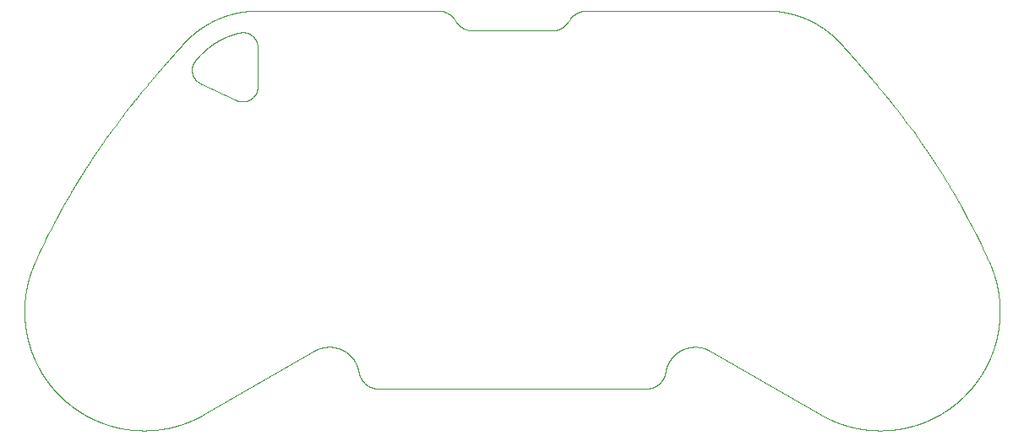
<source format=gm1>
%TF.GenerationSoftware,KiCad,Pcbnew,9.0.3*%
%TF.CreationDate,2025-08-18T10:50:28+02:00*%
%TF.ProjectId,gopher-arcade,676f7068-6572-42d6-9172-636164652e6b,rev?*%
%TF.SameCoordinates,Original*%
%TF.FileFunction,Profile,NP*%
%FSLAX46Y46*%
G04 Gerber Fmt 4.6, Leading zero omitted, Abs format (unit mm)*
G04 Created by KiCad (PCBNEW 9.0.3) date 2025-08-18 10:50:28*
%MOMM*%
%LPD*%
G01*
G04 APERTURE LIST*
%TA.AperFunction,Profile*%
%ADD10C,0.002677*%
%TD*%
%ADD11C,0.002677*%
G04 APERTURE END LIST*
D10*
X110491776Y-114592529D02*
X110809784Y-115044081D01*
X106955246Y-109979491D02*
X106955238Y-109979491D01*
X102759300Y-105128294D02*
X102774467Y-105144812D01*
X34019251Y-108337195D02*
X34079844Y-108266985D01*
X32460918Y-110202501D02*
X32551782Y-110091008D01*
X32080996Y-110670547D02*
X32186982Y-110538399D01*
X105940681Y-108763932D02*
X105940674Y-108763932D01*
X33778353Y-108620773D02*
X33837549Y-108550563D01*
X23618901Y-123643804D02*
X23905245Y-123089031D01*
X22417120Y-126095550D02*
X22627749Y-125650924D01*
X107136948Y-110202501D02*
X107227814Y-110314019D01*
D11*
X103706436Y-106191026D02*
X103722138Y-106208994D01*
X103735329Y-106224088D01*
D10*
X103885391Y-106392012D02*
X103914291Y-106426445D01*
X107136948Y-110202501D02*
X107136948Y-110202502D01*
X29378683Y-114211210D02*
X29620977Y-113876707D01*
X23347705Y-124177921D02*
X23618901Y-123643804D01*
D11*
X103231483Y-105656907D02*
X103245819Y-105672539D01*
X103261780Y-105689944D01*
D10*
X108443367Y-111840686D02*
X108443367Y-111840687D01*
X36750464Y-105227405D02*
X36750465Y-105227405D01*
X36720192Y-105260441D02*
X36720192Y-105260442D01*
X103320984Y-105756018D02*
X103320976Y-105756018D01*
X103128235Y-105541279D02*
X103128258Y-105541278D01*
X103040146Y-105442168D02*
X103040154Y-105442170D01*
X102965797Y-105359551D02*
X102965805Y-105359551D01*
X31018239Y-112016882D02*
X31154521Y-111840687D01*
X105940681Y-108763932D02*
X106001244Y-108835512D01*
D11*
X104062958Y-106594394D02*
X104077210Y-106610580D01*
X104093254Y-106628800D01*
D10*
X115013977Y-121819782D02*
X115013969Y-121819780D01*
D11*
X102788231Y-105161331D02*
X102797948Y-105171938D01*
X102803360Y-105177848D01*
D10*
X33596650Y-108835512D02*
X33657218Y-108763932D01*
X33475491Y-108978696D02*
X33536058Y-108907116D01*
X23093054Y-124691412D02*
X23347705Y-124177921D01*
D11*
X104302490Y-106865589D02*
X104323491Y-106889125D01*
X104347931Y-106916515D01*
D10*
X35742794Y-106358975D02*
X35773066Y-106324569D01*
X105699776Y-108478983D02*
X105760345Y-108550563D01*
X108868736Y-112392693D02*
X109020165Y-112590939D01*
X36838589Y-105128294D02*
X36838589Y-105128295D01*
D11*
X105458855Y-108196777D02*
X105508720Y-108255911D01*
X105518059Y-108266985D01*
D10*
X23905245Y-123089031D02*
X24221859Y-122488813D01*
D11*
X31974984Y-110802720D02*
X32034449Y-110728582D01*
X32080997Y-110670547D01*
D10*
X103735329Y-106224088D02*
X103765625Y-106257125D01*
X104272217Y-106832553D02*
X104302490Y-106865589D01*
X104616364Y-107224883D02*
X104661812Y-107275808D01*
X102994720Y-105392588D02*
X102994728Y-105392587D01*
D11*
X105639214Y-108408775D02*
X105660924Y-108433941D01*
X105699776Y-108478983D01*
D10*
X34260176Y-108056357D02*
X34305595Y-108004036D01*
X104034058Y-106561358D02*
X104062958Y-106594394D01*
D11*
X106955246Y-109979491D02*
X106997875Y-110031803D01*
X107046120Y-110091009D01*
D10*
X106258682Y-109139743D02*
X106334396Y-109230608D01*
X103009842Y-105409106D02*
X103009850Y-105409106D01*
X117597870Y-126999998D02*
X117597862Y-126999998D01*
X103468277Y-105922597D02*
X103468269Y-105922597D01*
X116506210Y-124691412D02*
X116745758Y-125182853D01*
X106001244Y-108835512D02*
X106061813Y-108907117D01*
X106182968Y-109050275D02*
X106258682Y-109139743D01*
D11*
X28412295Y-115587842D02*
X28390695Y-115619343D01*
X28369111Y-115650854D01*
X28347550Y-115682369D01*
X28326005Y-115713894D01*
X28304483Y-115745423D01*
X28282977Y-115776962D01*
X28261494Y-115808504D01*
X28240027Y-115840057D01*
X28218582Y-115871613D01*
X28197155Y-115903180D01*
X28175749Y-115934751D01*
X28154360Y-115966331D01*
X28132993Y-115997916D01*
X28111643Y-116029510D01*
X28090315Y-116061109D01*
X28069004Y-116092717D01*
X28047715Y-116124330D01*
X28026443Y-116155953D01*
X28005192Y-116187579D01*
X27983959Y-116219216D01*
X27962747Y-116250856D01*
X27941552Y-116282507D01*
X27920379Y-116314161D01*
X27899223Y-116345826D01*
X27878089Y-116377495D01*
X27856972Y-116409174D01*
X27835876Y-116440857D01*
X27814797Y-116472550D01*
X27793740Y-116504247D01*
X27772700Y-116535954D01*
X27751682Y-116567665D01*
X27730680Y-116599387D01*
X27709701Y-116631112D01*
X27688738Y-116662848D01*
X27667796Y-116694587D01*
X27646872Y-116726337D01*
X27625969Y-116758091D01*
X27605083Y-116789855D01*
X27584219Y-116821623D01*
X27563372Y-116853401D01*
X27542546Y-116885184D01*
X27521737Y-116916976D01*
X27500950Y-116948773D01*
X27480179Y-116980580D01*
X27459430Y-117012391D01*
X27438698Y-117044213D01*
X27417988Y-117076038D01*
X27397294Y-117107874D01*
X27376622Y-117139713D01*
X27355967Y-117171564D01*
X27335333Y-117203418D01*
X27314716Y-117235283D01*
X27294120Y-117267151D01*
X27273542Y-117299030D01*
X27252984Y-117330913D01*
X27232444Y-117362807D01*
X27211925Y-117394704D01*
X27191423Y-117426612D01*
X27170942Y-117458524D01*
X27150478Y-117490447D01*
X27130036Y-117522374D01*
X27109610Y-117554311D01*
X27089205Y-117586252D01*
X27068818Y-117618204D01*
X27048452Y-117650159D01*
X27028102Y-117682126D01*
X27007774Y-117714096D01*
X26987463Y-117746077D01*
X26967173Y-117778062D01*
X26946900Y-117810058D01*
X26926648Y-117842057D01*
X26906412Y-117874068D01*
X26886198Y-117906082D01*
X26866001Y-117938107D01*
X26845825Y-117970136D01*
X26825666Y-118002176D01*
X26805528Y-118034220D01*
X26785407Y-118066274D01*
X26765307Y-118098333D01*
X26745224Y-118130402D01*
X26725162Y-118162475D01*
X26705117Y-118194559D01*
X26685093Y-118226647D01*
X26665086Y-118258746D01*
X26645099Y-118290849D01*
X26625130Y-118322963D01*
X26605182Y-118355081D01*
X26585250Y-118387209D01*
X26565340Y-118419342D01*
X26545446Y-118451485D01*
X26525573Y-118483633D01*
X26505717Y-118515791D01*
X26485883Y-118547954D01*
X26466065Y-118580127D01*
X26446267Y-118612305D01*
X26426487Y-118644493D01*
X26406728Y-118676686D01*
X26386985Y-118708889D01*
X26367263Y-118741096D01*
X26347559Y-118773315D01*
X26327875Y-118805537D01*
X26308207Y-118837771D01*
X26288561Y-118870008D01*
X26268932Y-118902257D01*
X26249323Y-118934510D01*
X26229731Y-118966773D01*
X26210160Y-118999041D01*
X26190606Y-119031319D01*
X26171072Y-119063603D01*
X26151556Y-119095896D01*
X26132060Y-119128195D01*
X26112581Y-119160503D01*
X26093123Y-119192817D01*
X26073681Y-119225141D01*
X26054260Y-119257470D01*
X26034856Y-119289809D01*
X26015473Y-119322153D01*
X25996107Y-119354507D01*
X25976761Y-119386867D01*
X25957432Y-119419236D01*
X25938124Y-119451611D01*
X25918832Y-119483996D01*
X25899561Y-119516386D01*
X25880307Y-119548786D01*
X25861074Y-119581191D01*
X25841857Y-119613607D01*
X25822661Y-119646028D01*
X25803482Y-119678459D01*
X25784323Y-119710895D01*
X25765181Y-119743342D01*
X25746060Y-119775793D01*
X25726955Y-119808255D01*
X25707871Y-119840722D01*
X25688804Y-119873199D01*
X25669757Y-119905682D01*
X25650727Y-119938175D01*
X25631718Y-119970672D01*
X25612725Y-120003181D01*
X25593753Y-120035694D01*
X25574798Y-120068218D01*
X25564083Y-120086620D01*
D10*
X109020165Y-112590940D02*
X109188118Y-112812581D01*
X106485809Y-109412335D02*
X106561523Y-109503173D01*
X75390766Y-102935336D02*
X75390770Y-102935336D01*
X34755753Y-107482300D02*
X34801172Y-107431375D01*
X36662367Y-105326515D02*
X36676146Y-105309997D01*
D11*
X107227814Y-110314019D02*
X107273367Y-110369085D01*
X107320046Y-110425512D01*
X103349884Y-105790450D02*
X103365861Y-105807872D01*
X103380180Y-105823486D01*
X103527473Y-105990040D02*
X103542649Y-106006618D01*
X103557739Y-106023102D01*
X22000000Y-127000000D02*
X21987178Y-127028341D01*
X21974431Y-127056711D01*
X21961759Y-127085108D01*
X21949162Y-127113535D01*
X21936640Y-127141989D01*
X21924193Y-127170471D01*
X21911821Y-127198981D01*
X21899524Y-127227518D01*
X21887303Y-127256084D01*
X21875157Y-127284676D01*
X21863086Y-127313296D01*
X21851090Y-127341944D01*
X21839170Y-127370618D01*
X21827325Y-127399319D01*
X21815555Y-127428047D01*
X21803861Y-127456802D01*
X21792243Y-127485584D01*
X21780700Y-127514391D01*
X21769233Y-127543225D01*
X21757841Y-127572086D01*
X21746525Y-127600972D01*
X21735285Y-127629884D01*
X21724121Y-127658822D01*
X21713032Y-127687786D01*
X21702019Y-127716775D01*
X21691083Y-127745789D01*
X21680222Y-127774829D01*
X21669437Y-127803894D01*
X21658728Y-127832984D01*
X21648095Y-127862098D01*
X21637539Y-127891237D01*
X21627058Y-127920401D01*
X21616654Y-127949589D01*
X21606326Y-127978802D01*
X21596075Y-128008038D01*
X21585899Y-128037299D01*
X21575800Y-128066584D01*
X21565778Y-128095892D01*
X21555832Y-128125223D01*
X21545962Y-128154578D01*
X21536169Y-128183957D01*
X21526453Y-128213358D01*
X21516813Y-128242783D01*
X21507250Y-128272230D01*
X21497764Y-128301700D01*
X21488354Y-128331193D01*
X21479021Y-128360708D01*
X21469765Y-128390245D01*
X21460586Y-128419804D01*
X21451484Y-128449386D01*
X21442459Y-128478989D01*
X21433511Y-128508614D01*
X21424639Y-128538260D01*
X21415845Y-128567927D01*
X21407128Y-128597616D01*
X21398489Y-128627326D01*
X21389926Y-128657057D01*
X21381441Y-128686808D01*
X21373033Y-128716580D01*
X21364702Y-128746373D01*
X21356449Y-128776186D01*
X21348273Y-128806019D01*
X21340175Y-128835872D01*
X21332154Y-128865744D01*
X21324210Y-128895637D01*
X21316344Y-128925549D01*
X21308556Y-128955480D01*
X21300846Y-128985430D01*
X21293213Y-129015400D01*
X21285658Y-129045388D01*
X21278180Y-129075395D01*
X21270781Y-129105420D01*
X21263459Y-129135464D01*
X21256215Y-129165526D01*
X21249049Y-129195606D01*
X21241961Y-129225704D01*
X21234951Y-129255820D01*
X21228019Y-129285953D01*
X21221165Y-129316104D01*
X21214390Y-129346271D01*
X21207692Y-129376456D01*
X21201073Y-129406658D01*
X21194531Y-129436876D01*
X21188068Y-129467111D01*
X21181684Y-129497363D01*
X21175377Y-129527630D01*
X21169149Y-129557914D01*
X21163000Y-129588214D01*
X21156929Y-129618529D01*
X21150936Y-129648859D01*
X21145022Y-129679205D01*
X21139186Y-129709567D01*
X21133429Y-129739943D01*
X21127750Y-129770334D01*
X21122150Y-129800740D01*
X21116629Y-129831160D01*
X21111186Y-129861594D01*
X21105823Y-129892043D01*
X21100537Y-129922505D01*
X21095331Y-129952981D01*
X21090204Y-129983471D01*
X21085155Y-130013974D01*
X21080185Y-130044491D01*
X21075294Y-130075020D01*
X21070483Y-130105563D01*
X21065750Y-130136118D01*
X21061096Y-130166685D01*
X21056521Y-130197265D01*
X21052025Y-130227857D01*
X21047608Y-130258461D01*
X21043271Y-130289077D01*
X21039012Y-130319704D01*
X21034833Y-130350343D01*
X21030733Y-130380993D01*
X21026712Y-130411654D01*
X21022770Y-130442326D01*
X21018908Y-130473008D01*
X21015125Y-130503701D01*
X21011421Y-130534404D01*
X21007796Y-130565117D01*
X21004251Y-130595841D01*
X21000786Y-130626573D01*
X20997399Y-130657316D01*
X20994093Y-130688067D01*
X20990865Y-130718828D01*
X20987717Y-130749598D01*
X20984649Y-130780377D01*
X20981660Y-130811164D01*
X20978751Y-130841959D01*
X20975921Y-130872763D01*
X20973171Y-130903574D01*
X20970501Y-130934394D01*
X20967910Y-130965220D01*
X20965398Y-130996055D01*
X20962967Y-131026896D01*
X20960615Y-131057745D01*
X20958343Y-131088600D01*
X20956150Y-131119462D01*
X20954038Y-131150330D01*
X20952005Y-131181205D01*
X20950051Y-131212085D01*
X20948178Y-131242972D01*
X20946384Y-131273863D01*
X20944671Y-131304761D01*
X20943037Y-131335663D01*
X20941482Y-131366571D01*
X20940008Y-131397483D01*
X20938614Y-131428400D01*
X20937299Y-131459321D01*
X20936064Y-131490247D01*
X20934909Y-131521176D01*
X20933834Y-131552109D01*
X20932839Y-131583046D01*
X20931924Y-131613986D01*
X20931089Y-131644930D01*
X20930334Y-131675876D01*
X20929659Y-131706825D01*
X20929063Y-131737777D01*
X20928548Y-131768731D01*
X20928113Y-131799687D01*
X20927757Y-131830645D01*
X20927482Y-131861605D01*
X20927286Y-131892566D01*
X20927171Y-131923528D01*
X20927135Y-131954492D01*
X20927180Y-131985457D01*
X20927304Y-132016422D01*
X20927509Y-132047388D01*
X20927793Y-132078354D01*
X20928157Y-132109320D01*
X20928602Y-132140285D01*
X20929126Y-132171251D01*
X20929731Y-132202216D01*
X20930415Y-132233180D01*
X20931180Y-132264143D01*
X20932024Y-132295105D01*
X20932948Y-132326065D01*
X20933953Y-132357024D01*
X20935037Y-132387981D01*
X20936201Y-132418936D01*
X20937446Y-132449889D01*
X20938770Y-132480839D01*
X20940174Y-132511786D01*
X20941658Y-132542730D01*
X20943222Y-132573672D01*
X20944866Y-132604610D01*
X20946590Y-132635544D01*
X20948394Y-132666475D01*
X20950277Y-132697401D01*
X20952241Y-132728323D01*
X20954284Y-132759241D01*
X20956408Y-132790155D01*
X20958611Y-132821063D01*
X20960894Y-132851966D01*
X20963256Y-132882864D01*
X20965699Y-132913757D01*
X20968221Y-132944644D01*
X20970824Y-132975524D01*
X20973505Y-133006399D01*
X20976267Y-133037267D01*
X20979108Y-133068129D01*
X20982030Y-133098984D01*
X20985030Y-133129832D01*
X20988111Y-133160672D01*
X20991271Y-133191505D01*
X20994511Y-133222330D01*
X20997830Y-133253148D01*
X21001229Y-133283957D01*
X21004707Y-133314758D01*
X21008265Y-133345550D01*
X21011903Y-133376334D01*
X21015620Y-133407109D01*
X21019416Y-133437874D01*
X21023292Y-133468630D01*
X21027247Y-133499376D01*
X21031282Y-133530112D01*
X21035396Y-133560839D01*
X21039589Y-133591555D01*
X21043862Y-133622260D01*
X21048214Y-133652955D01*
X21052645Y-133683638D01*
X21057155Y-133714311D01*
X21061745Y-133744972D01*
X21066414Y-133775621D01*
X21071162Y-133806259D01*
X21075988Y-133836884D01*
X21080894Y-133867497D01*
X21085879Y-133898098D01*
X21090943Y-133928686D01*
X21096086Y-133959261D01*
X21101308Y-133989822D01*
X21106609Y-134020371D01*
X21111988Y-134050905D01*
X21117446Y-134081426D01*
X21122983Y-134111933D01*
X21128599Y-134142426D01*
X21134294Y-134172904D01*
X21140067Y-134203367D01*
X21145918Y-134233816D01*
X21151849Y-134264249D01*
X21157857Y-134294667D01*
X21163944Y-134325069D01*
X21170110Y-134355456D01*
X21173222Y-134370643D01*
X21176354Y-134385826D01*
X21179505Y-134401006D01*
X21182676Y-134416181D01*
X21185867Y-134431352D01*
X21189077Y-134446518D01*
X21192307Y-134461681D01*
X21195556Y-134476840D01*
X21198825Y-134491994D01*
X21202113Y-134507144D01*
X21205421Y-134522290D01*
X21208748Y-134537431D01*
X21212095Y-134552568D01*
X21215461Y-134567701D01*
X21218847Y-134582829D01*
X21222253Y-134597953D01*
X21225678Y-134613073D01*
X21229122Y-134628188D01*
X21232586Y-134643298D01*
X21236069Y-134658404D01*
X21239572Y-134673506D01*
X21243095Y-134688602D01*
X21246636Y-134703695D01*
X21250198Y-134718782D01*
X21253778Y-134733865D01*
X21257378Y-134748944D01*
X21260998Y-134764017D01*
X21264637Y-134779086D01*
X21268296Y-134794150D01*
X21271973Y-134809209D01*
X21275671Y-134824264D01*
X21279387Y-134839314D01*
X21283123Y-134854358D01*
X21286879Y-134869398D01*
X21290654Y-134884433D01*
X21294448Y-134899463D01*
X21298262Y-134914488D01*
X21302095Y-134929508D01*
X21305947Y-134944523D01*
X21309819Y-134959533D01*
X21313710Y-134974538D01*
X21317620Y-134989537D01*
X21321550Y-135004532D01*
X21325499Y-135019521D01*
X21329467Y-135034505D01*
X21333455Y-135049484D01*
X21337462Y-135064458D01*
X21341488Y-135079427D01*
X21345533Y-135094389D01*
X21349598Y-135109347D01*
X21353682Y-135124300D01*
X21357785Y-135139247D01*
X21361908Y-135154188D01*
X21366050Y-135169125D01*
X21370211Y-135184055D01*
X21374391Y-135198981D01*
X21378591Y-135213900D01*
X21382809Y-135228815D01*
X21387047Y-135243723D01*
X21391305Y-135258626D01*
X21395581Y-135273524D01*
X21399876Y-135288416D01*
X21404191Y-135303301D01*
X21408525Y-135318182D01*
X21412878Y-135333056D01*
X21417250Y-135347926D01*
X21421642Y-135362789D01*
X21426052Y-135377646D01*
X21430482Y-135392497D01*
X21434931Y-135407343D01*
X21439398Y-135422183D01*
X21443885Y-135437017D01*
X21448391Y-135451844D01*
X21452917Y-135466667D01*
X21457461Y-135481482D01*
X21462024Y-135496292D01*
X21466607Y-135511096D01*
X21471208Y-135525894D01*
X21475829Y-135540686D01*
X21480468Y-135555471D01*
X21485127Y-135570251D01*
X21489804Y-135585024D01*
X21494501Y-135599791D01*
X21499217Y-135614552D01*
X21503951Y-135629306D01*
X21508705Y-135644055D01*
X21513477Y-135658797D01*
X21518269Y-135673533D01*
X21523080Y-135688262D01*
X21527909Y-135702985D01*
X21532757Y-135717701D01*
X21537625Y-135732412D01*
X21542511Y-135747115D01*
X21547417Y-135761812D01*
X21552341Y-135776503D01*
X21557284Y-135791187D01*
X21562246Y-135805864D01*
X21567227Y-135820536D01*
X21572226Y-135835200D01*
X21577245Y-135849858D01*
X21582282Y-135864509D01*
X21587339Y-135879153D01*
X21592414Y-135893791D01*
X21597508Y-135908422D01*
X21602620Y-135923046D01*
X21607752Y-135937663D01*
X21612903Y-135952273D01*
X21618072Y-135966878D01*
X21623260Y-135981474D01*
X21628467Y-135996064D01*
X21633692Y-136010647D01*
X21638937Y-136025223D01*
X21644199Y-136039792D01*
X21649481Y-136054355D01*
X21654782Y-136068909D01*
X21660101Y-136083458D01*
X21665439Y-136097998D01*
X21670796Y-136112532D01*
X21676171Y-136127059D01*
X21681565Y-136141579D01*
X21686978Y-136156091D01*
X21692409Y-136170597D01*
X21697859Y-136185094D01*
X21703328Y-136199585D01*
X21708815Y-136214068D01*
X21714321Y-136228545D01*
X21719846Y-136243013D01*
X21725389Y-136257475D01*
X21730951Y-136271929D01*
X21736531Y-136286376D01*
X21742130Y-136300815D01*
X21747748Y-136315248D01*
X21753384Y-136329672D01*
X21759038Y-136344089D01*
X21764711Y-136358498D01*
X21770403Y-136372900D01*
X21776113Y-136387294D01*
X21781842Y-136401681D01*
X21787589Y-136416060D01*
X21793355Y-136430432D01*
X21799139Y-136444795D01*
X21804942Y-136459152D01*
X21810762Y-136473500D01*
X21816602Y-136487841D01*
X21822460Y-136502173D01*
X21828336Y-136516499D01*
X21834231Y-136530816D01*
X21840144Y-136545126D01*
X21846076Y-136559427D01*
X21852026Y-136573721D01*
X21857994Y-136588006D01*
X21863981Y-136602285D01*
X21869986Y-136616554D01*
X21876010Y-136630816D01*
X21882051Y-136645070D01*
X21888111Y-136659316D01*
X21894190Y-136673554D01*
X21900286Y-136687784D01*
X21906401Y-136702005D01*
X21912535Y-136716219D01*
X21918686Y-136730424D01*
X21924856Y-136744622D01*
X21931044Y-136758810D01*
X21937250Y-136772992D01*
X21943474Y-136787164D01*
X21949717Y-136801328D01*
X21955978Y-136815484D01*
X21962257Y-136829632D01*
X21968554Y-136843771D01*
X21974870Y-136857902D01*
X21981204Y-136872024D01*
X21987556Y-136886139D01*
X21993925Y-136900244D01*
X22000314Y-136914342D01*
X22006719Y-136928430D01*
X22013144Y-136942511D01*
X22019586Y-136956583D01*
X22026047Y-136970646D01*
X22032525Y-136984700D01*
X22039022Y-136998747D01*
X22045536Y-137012784D01*
X22052069Y-137026813D01*
X22058620Y-137040833D01*
X22065189Y-137054845D01*
X22071775Y-137068847D01*
X22078380Y-137082842D01*
X22085003Y-137096826D01*
X22091644Y-137110803D01*
X22098302Y-137124771D01*
X22104979Y-137138730D01*
X22111673Y-137152679D01*
X22118386Y-137166621D01*
X22125116Y-137180553D01*
X22131865Y-137194477D01*
X22138631Y-137208390D01*
X22145415Y-137222296D01*
X22152217Y-137236192D01*
X22159037Y-137250080D01*
X22165874Y-137263958D01*
X22172730Y-137277828D01*
X22179603Y-137291688D01*
X22186494Y-137305540D01*
X22193403Y-137319381D01*
X22200330Y-137333215D01*
X22207274Y-137347038D01*
X22214237Y-137360853D01*
X22221217Y-137374658D01*
X22228215Y-137388454D01*
X22235230Y-137402241D01*
X22242264Y-137416019D01*
X22249315Y-137429787D01*
X22256384Y-137443546D01*
X22263470Y-137457295D01*
X22270574Y-137471036D01*
X22277696Y-137484766D01*
X22284835Y-137498488D01*
X22291992Y-137512200D01*
X22299167Y-137525903D01*
X22306359Y-137539596D01*
X22313569Y-137553280D01*
X22320796Y-137566953D01*
X22328042Y-137580619D01*
X22335304Y-137594273D01*
X22342585Y-137607919D01*
X22349882Y-137621554D01*
X22357198Y-137635181D01*
X22364530Y-137648797D01*
X22371881Y-137662405D01*
X22379248Y-137676001D01*
X22386634Y-137689590D01*
X22394037Y-137703167D01*
X22401457Y-137716735D01*
X22408895Y-137730293D01*
X22416350Y-137743842D01*
X22423823Y-137757380D01*
X22431313Y-137770910D01*
X22438820Y-137784428D01*
X22446345Y-137797938D01*
X22453887Y-137811436D01*
X22461447Y-137824926D01*
X22469024Y-137838405D01*
X22476618Y-137851875D01*
X22484230Y-137865334D01*
X22491859Y-137878784D01*
X22499505Y-137892223D01*
X22507169Y-137905653D01*
X22514849Y-137919071D01*
X22522548Y-137932481D01*
X22530263Y-137945879D01*
X22537996Y-137959269D01*
X22545746Y-137972647D01*
X22553513Y-137986016D01*
X22561297Y-137999374D01*
X22569099Y-138012723D01*
X22576917Y-138026060D01*
X22584754Y-138039389D01*
X22592606Y-138052706D01*
X22600477Y-138066014D01*
X22608364Y-138079310D01*
X22616269Y-138092597D01*
X22624190Y-138105873D01*
X22632129Y-138119139D01*
X22640085Y-138132394D01*
X22648058Y-138145640D01*
X22656048Y-138158873D01*
X22664055Y-138172098D01*
X22672079Y-138185311D01*
X22680121Y-138198515D01*
X22688178Y-138211707D01*
X22696254Y-138224890D01*
X22704346Y-138238061D01*
X22712455Y-138251223D01*
X22720581Y-138264372D01*
X22728724Y-138277513D01*
X22736884Y-138290641D01*
X22745061Y-138303761D01*
X22753255Y-138316868D01*
X22761466Y-138329966D01*
X22769693Y-138343052D01*
X22777938Y-138356128D01*
X22786199Y-138369192D01*
X22794478Y-138382247D01*
X22802773Y-138395290D01*
X22811085Y-138408324D01*
X22819414Y-138421345D01*
X22827760Y-138434356D01*
X22836122Y-138447356D01*
X22844502Y-138460346D01*
X22852897Y-138473323D01*
X22861310Y-138486292D01*
X22869739Y-138499247D01*
X22878186Y-138512194D01*
X22886649Y-138525128D01*
X22895129Y-138538052D01*
X22903625Y-138550964D01*
X22912138Y-138563866D01*
X22920668Y-138576756D01*
X22929215Y-138589636D01*
X22937777Y-138602504D01*
X22946357Y-138615362D01*
X22954953Y-138628207D01*
X22963567Y-138641043D01*
X22972196Y-138653866D01*
X22980843Y-138666679D01*
X22989505Y-138679480D01*
X22998185Y-138692271D01*
X23006880Y-138705049D01*
X23015593Y-138717818D01*
X23024321Y-138730574D01*
X23033067Y-138743320D01*
X23041829Y-138756053D01*
X23050608Y-138768776D01*
X23059402Y-138781487D01*
X23068214Y-138794187D01*
X23077041Y-138806875D01*
X23085886Y-138819553D01*
X23094746Y-138832218D01*
X23103624Y-138844873D01*
X23112517Y-138857515D01*
X23121428Y-138870147D01*
X23130353Y-138882766D01*
X23139297Y-138895375D01*
X23148255Y-138907971D01*
X23157231Y-138920557D01*
X23166222Y-138933130D01*
X23175231Y-138945693D01*
X23184255Y-138958243D01*
X23193296Y-138970783D01*
X23202352Y-138983310D01*
X23211426Y-138995826D01*
X23220515Y-139008329D01*
X23229621Y-139020822D01*
X23238742Y-139033302D01*
X23247881Y-139045772D01*
X23257035Y-139058229D01*
X23266206Y-139070675D01*
X23275392Y-139083108D01*
X23284596Y-139095530D01*
X23293814Y-139107940D01*
X23303050Y-139120339D01*
X23312301Y-139132725D01*
X23321569Y-139145100D01*
X23330852Y-139157462D01*
X23340152Y-139169814D01*
X23349467Y-139182152D01*
X23358799Y-139194480D01*
X23368147Y-139206794D01*
X23377511Y-139219098D01*
X23386890Y-139231389D01*
X23396287Y-139243669D01*
X23405698Y-139255935D01*
X23415127Y-139268191D01*
X23424570Y-139280434D01*
X23434031Y-139292666D01*
X23443506Y-139304884D01*
X23452999Y-139317092D01*
X23462506Y-139329286D01*
X23472030Y-139341470D01*
X23481569Y-139353640D01*
X23491125Y-139365799D01*
X23500696Y-139377945D01*
X23510284Y-139390080D01*
X23519886Y-139402201D01*
X23529506Y-139414311D01*
X23539140Y-139426408D01*
X23548791Y-139438494D01*
X23558457Y-139450567D01*
X23568140Y-139462628D01*
X23577837Y-139474676D01*
X23587552Y-139486713D01*
X23597281Y-139498736D01*
X23607027Y-139510748D01*
X23616787Y-139522747D01*
X23626565Y-139534734D01*
X23636357Y-139546708D01*
X23646165Y-139558671D01*
X23655989Y-139570620D01*
X23665829Y-139582558D01*
X23675684Y-139594482D01*
X23685555Y-139606395D01*
X23695441Y-139618294D01*
X23705344Y-139630182D01*
X23715261Y-139642056D01*
X23725195Y-139653919D01*
X23735143Y-139665768D01*
X23745109Y-139677606D01*
X23755088Y-139689430D01*
X23765085Y-139701243D01*
X23775095Y-139713041D01*
X23785123Y-139724829D01*
X23795164Y-139736602D01*
X23805223Y-139748365D01*
X23815295Y-139760113D01*
X23825385Y-139771850D01*
X23835488Y-139783572D01*
X23845609Y-139795284D01*
X23855743Y-139806981D01*
X23865895Y-139818668D01*
X23876060Y-139830339D01*
X23886242Y-139842000D01*
X23896438Y-139853646D01*
X23906651Y-139865281D01*
X23916878Y-139876902D01*
X23927122Y-139888512D01*
X23937380Y-139900107D01*
X23947654Y-139911690D01*
X23957942Y-139923260D01*
X23968247Y-139934818D01*
X23978566Y-139946361D01*
X23988902Y-139957893D01*
X23999251Y-139969411D01*
X24009618Y-139980918D01*
X24019998Y-139992409D01*
X24030394Y-140003890D01*
X24040805Y-140015356D01*
X24051232Y-140026810D01*
X24061673Y-140038250D01*
X24072131Y-140049678D01*
X24082602Y-140061092D01*
X24093090Y-140072495D01*
X24103592Y-140083882D01*
X24114110Y-140095258D01*
X24124642Y-140106620D01*
X24135190Y-140117970D01*
X24145753Y-140129305D01*
X24156331Y-140140629D01*
X24166924Y-140151938D01*
X24177533Y-140163235D01*
X24188155Y-140174518D01*
X24198794Y-140185789D01*
X24209447Y-140197045D01*
X24220116Y-140208290D01*
X24230799Y-140219520D01*
X24241498Y-140230738D01*
X24252211Y-140241941D01*
X24262940Y-140253133D01*
X24273683Y-140264310D01*
X24284442Y-140275475D01*
X24295215Y-140286625D01*
X24306004Y-140297763D01*
X24316806Y-140308887D01*
X24327625Y-140319999D01*
X24338458Y-140331095D01*
X24349306Y-140342180D01*
X24360168Y-140353250D01*
X24371047Y-140364309D01*
X24381939Y-140375352D01*
X24392847Y-140386383D01*
X24403769Y-140397399D01*
X24414707Y-140408404D01*
X24425658Y-140419393D01*
X24436625Y-140430371D01*
X24447606Y-140441333D01*
X24458603Y-140452284D01*
X24469613Y-140463219D01*
X24480640Y-140474143D01*
X24491680Y-140485051D01*
X24502736Y-140495947D01*
X24513806Y-140506828D01*
X24524891Y-140517697D01*
X24535990Y-140528551D01*
X24547105Y-140539393D01*
X24558233Y-140550220D01*
X24569377Y-140561035D01*
X24580535Y-140571834D01*
X24591709Y-140582622D01*
X24602895Y-140593394D01*
X24614098Y-140604154D01*
X24625314Y-140614898D01*
X24636546Y-140625631D01*
X24647792Y-140636348D01*
X24659053Y-140647054D01*
X24670327Y-140657743D01*
X24681618Y-140668421D01*
X24692921Y-140679083D01*
X24704241Y-140689733D01*
X24715574Y-140700368D01*
X24726922Y-140710990D01*
X24738284Y-140721598D01*
X24749661Y-140732192D01*
X24761052Y-140742772D01*
X24772459Y-140753339D01*
X24783878Y-140763890D01*
X24795314Y-140774430D01*
X24806762Y-140784954D01*
X24818227Y-140795465D01*
X24819312Y-140796459D01*
D10*
X36469652Y-105541279D02*
X36484776Y-105524761D01*
X102950676Y-105343033D02*
X102950684Y-105343032D01*
X102921753Y-105309997D02*
X102921768Y-105309995D01*
X36543972Y-105458687D02*
X36559120Y-105442169D01*
D11*
X31534470Y-111356098D02*
X31629106Y-111235651D01*
X31655604Y-111201926D01*
D10*
X109551544Y-113299884D02*
X109749764Y-113565573D01*
D11*
X107410912Y-110538399D02*
X107435111Y-110568570D01*
X107516899Y-110670546D01*
X28412295Y-115587842D02*
X28555778Y-115380991D01*
X28789477Y-115044080D01*
D10*
X31974984Y-110802720D02*
X31974984Y-110802719D01*
X36632097Y-105359551D02*
X36632097Y-105359552D01*
D11*
X100787987Y-142393337D02*
X100815091Y-142408602D01*
X100842230Y-142423795D01*
X100869404Y-142438916D01*
X100896613Y-142453965D01*
X100923856Y-142468941D01*
X100951133Y-142483845D01*
X100978445Y-142498677D01*
X101005790Y-142513436D01*
X101033170Y-142528123D01*
X101060584Y-142542737D01*
X101088031Y-142557278D01*
X101115513Y-142571747D01*
X101143027Y-142586143D01*
X101170575Y-142600466D01*
X101198157Y-142614717D01*
X101225771Y-142628894D01*
X101253419Y-142642999D01*
X101281099Y-142657030D01*
X101308812Y-142670989D01*
X101336558Y-142684875D01*
X101364337Y-142698687D01*
X101392148Y-142712426D01*
X101419991Y-142726092D01*
X101447866Y-142739684D01*
X101475773Y-142753204D01*
X101503712Y-142766649D01*
X101531683Y-142780022D01*
X101559685Y-142793320D01*
X101587719Y-142806546D01*
X101615785Y-142819697D01*
X101643881Y-142832775D01*
X101672009Y-142845779D01*
X101700167Y-142858710D01*
X101728357Y-142871566D01*
X101756577Y-142884349D01*
X101784827Y-142897057D01*
X101813108Y-142909692D01*
X101841420Y-142922252D01*
X101869761Y-142934739D01*
X101898132Y-142947151D01*
X101926534Y-142959489D01*
X101954965Y-142971753D01*
X101983425Y-142983942D01*
X102011915Y-142996057D01*
X102040434Y-143008098D01*
X102068983Y-143020064D01*
X102097560Y-143031955D01*
X102126166Y-143043772D01*
X102154801Y-143055514D01*
X102183465Y-143067181D01*
X102212157Y-143078774D01*
X102240877Y-143090292D01*
X102269626Y-143101735D01*
X102298402Y-143113103D01*
X102327206Y-143124396D01*
X102356038Y-143135614D01*
X102384898Y-143146757D01*
X102413785Y-143157825D01*
X102442699Y-143168817D01*
X102471640Y-143179735D01*
X102500608Y-143190577D01*
X102529603Y-143201343D01*
X102558625Y-143212034D01*
X102587673Y-143222650D01*
X102616748Y-143233190D01*
X102645849Y-143243655D01*
X102674975Y-143254044D01*
X102704128Y-143264357D01*
X102733306Y-143274595D01*
X102762510Y-143284757D01*
X102791739Y-143294843D01*
X102820994Y-143304853D01*
X102850274Y-143314787D01*
X102879578Y-143324645D01*
X102908907Y-143334427D01*
X102938261Y-143344133D01*
X102967640Y-143353763D01*
X102997043Y-143363316D01*
X103026469Y-143372794D01*
X103055920Y-143382195D01*
X103085395Y-143391520D01*
X103114893Y-143400768D01*
X103144415Y-143409940D01*
X103173960Y-143419035D01*
X103203528Y-143428054D01*
X103233119Y-143436996D01*
X103262733Y-143445861D01*
X103292370Y-143454650D01*
X103322029Y-143463362D01*
X103351711Y-143471998D01*
X103381414Y-143480556D01*
X103411140Y-143489037D01*
X103440887Y-143497442D01*
X103470656Y-143505770D01*
X103500447Y-143514020D01*
X103530259Y-143522193D01*
X103560091Y-143530290D01*
X103589945Y-143538309D01*
X103619820Y-143546251D01*
X103649715Y-143554115D01*
X103679631Y-143561902D01*
X103709567Y-143569612D01*
X103739523Y-143577245D01*
X103769499Y-143584800D01*
X103799494Y-143592277D01*
X103829509Y-143599677D01*
X103859544Y-143606999D01*
X103889597Y-143614244D01*
X103919670Y-143621411D01*
X103949762Y-143628500D01*
X103979872Y-143635511D01*
X104010000Y-143642445D01*
X104040147Y-143649301D01*
X104070312Y-143656079D01*
X104100495Y-143662779D01*
X104130696Y-143669400D01*
X104160914Y-143675944D01*
X104191150Y-143682410D01*
X104221402Y-143688798D01*
X104251672Y-143695107D01*
X104281959Y-143701338D01*
X104312262Y-143707492D01*
X104342582Y-143713566D01*
X104372917Y-143719563D01*
X104403269Y-143725481D01*
X104433637Y-143731321D01*
X104464021Y-143737082D01*
X104494419Y-143742765D01*
X104524834Y-143748369D01*
X104555263Y-143753895D01*
X104585707Y-143759342D01*
X104616166Y-143764710D01*
X104646640Y-143770000D01*
X104677128Y-143775211D01*
X104707630Y-143780344D01*
X104738146Y-143785398D01*
X104768676Y-143790372D01*
X104799219Y-143795269D01*
X104829776Y-143800086D01*
X104860345Y-143804824D01*
X104890928Y-143809483D01*
X104921524Y-143814064D01*
X104952132Y-143818565D01*
X104982753Y-143822988D01*
X105013385Y-143827331D01*
X105044030Y-143831595D01*
X105074687Y-143835780D01*
X105105355Y-143839886D01*
X105136034Y-143843913D01*
X105166725Y-143847861D01*
X105197426Y-143851729D01*
X105228139Y-143855518D01*
X105258862Y-143859228D01*
X105289595Y-143862859D01*
X105320339Y-143866410D01*
X105351092Y-143869881D01*
X105381856Y-143873274D01*
X105412629Y-143876587D01*
X105443411Y-143879820D01*
X105474202Y-143882974D01*
X105505003Y-143886049D01*
X105535812Y-143889044D01*
X105566629Y-143891960D01*
X105597455Y-143894796D01*
X105628289Y-143897552D01*
X105659131Y-143900229D01*
X105689981Y-143902826D01*
X105720838Y-143905343D01*
X105751703Y-143907781D01*
X105782574Y-143910139D01*
X105813453Y-143912418D01*
X105844338Y-143914617D01*
X105875229Y-143916736D01*
X105906127Y-143918775D01*
X105937031Y-143920735D01*
X105967940Y-143922614D01*
X105998856Y-143924414D01*
X106029776Y-143926134D01*
X106060702Y-143927775D01*
X106091633Y-143929335D01*
X106122568Y-143930816D01*
X106153509Y-143932216D01*
X106184453Y-143933537D01*
X106215402Y-143934778D01*
X106246354Y-143935939D01*
X106277310Y-143937020D01*
X106308270Y-143938022D01*
X106339233Y-143938943D01*
X106370199Y-143939784D01*
X106401167Y-143940546D01*
X106432139Y-143941227D01*
X106463112Y-143941829D01*
X106494088Y-143942350D01*
X106525066Y-143942792D01*
X106556046Y-143943154D01*
X106587027Y-143943435D01*
X106618010Y-143943637D01*
X106648993Y-143943758D01*
X106679978Y-143943800D01*
X106710963Y-143943762D01*
X106741949Y-143943643D01*
X106772934Y-143943445D01*
X106803920Y-143943167D01*
X106834906Y-143942808D01*
X106865891Y-143942370D01*
X106896876Y-143941852D01*
X106927859Y-143941254D01*
X106958842Y-143940575D01*
X106989823Y-143939817D01*
X107020803Y-143938979D01*
X107051781Y-143938060D01*
X107082757Y-143937062D01*
X107113731Y-143935984D01*
X107144703Y-143934826D01*
X107175672Y-143933588D01*
X107206638Y-143932270D01*
X107237601Y-143930872D01*
X107268560Y-143929394D01*
X107299517Y-143927836D01*
X107330469Y-143926198D01*
X107361418Y-143924481D01*
X107392362Y-143922683D01*
X107423302Y-143920806D01*
X107454237Y-143918849D01*
X107485168Y-143916811D01*
X107516093Y-143914694D01*
X107547014Y-143912498D01*
X107577928Y-143910221D01*
X107608837Y-143907865D01*
X107639740Y-143905429D01*
X107670637Y-143902913D01*
X107701528Y-143900317D01*
X107732412Y-143897642D01*
X107763289Y-143894886D01*
X107794159Y-143892052D01*
X107825022Y-143889137D01*
X107855877Y-143886143D01*
X107886725Y-143883069D01*
X107917564Y-143879916D01*
X107948396Y-143876683D01*
X107979219Y-143873371D01*
X108010034Y-143869979D01*
X108040840Y-143866507D01*
X108056239Y-143864742D01*
X108071636Y-143862956D01*
X108087031Y-143861151D01*
X108102424Y-143859326D01*
X108117814Y-143857481D01*
X108133202Y-143855616D01*
X108148587Y-143853731D01*
X108163970Y-143851826D01*
X108179351Y-143849902D01*
X108194729Y-143847958D01*
X108210104Y-143845994D01*
X108225477Y-143844010D01*
X108240847Y-143842006D01*
X108256215Y-143839982D01*
X108271580Y-143837939D01*
X108286942Y-143835875D01*
X108302302Y-143833792D01*
X108317659Y-143831690D01*
X108333013Y-143829567D01*
X108348365Y-143827424D01*
X108363713Y-143825262D01*
X108379059Y-143823080D01*
X108394402Y-143820878D01*
X108409742Y-143818656D01*
X108425079Y-143816415D01*
X108440413Y-143814154D01*
X108455744Y-143811873D01*
X108471072Y-143809572D01*
X108486397Y-143807251D01*
X108501719Y-143804911D01*
X108517038Y-143802551D01*
X108532354Y-143800171D01*
X108547667Y-143797771D01*
X108562977Y-143795352D01*
X108578283Y-143792913D01*
X108593586Y-143790454D01*
X108608886Y-143787975D01*
X108624183Y-143785477D01*
X108639476Y-143782959D01*
X108654766Y-143780421D01*
X108670053Y-143777864D01*
X108685336Y-143775286D01*
X108700616Y-143772690D01*
X108715892Y-143770073D01*
X108731165Y-143767437D01*
X108746435Y-143764781D01*
X108761700Y-143762105D01*
X108776963Y-143759410D01*
X108792222Y-143756694D01*
X108807477Y-143753960D01*
X108822728Y-143751205D01*
X108837977Y-143748431D01*
X108853221Y-143745638D01*
X108868461Y-143742824D01*
X108883698Y-143739991D01*
X108898931Y-143737138D01*
X108914160Y-143734266D01*
X108929386Y-143731374D01*
X108944607Y-143728463D01*
X108959825Y-143725531D01*
X108975039Y-143722581D01*
X108990249Y-143719610D01*
X109005455Y-143716620D01*
X109020657Y-143713611D01*
X109035854Y-143710581D01*
X109051049Y-143707533D01*
X109066238Y-143704464D01*
X109081424Y-143701376D01*
X109096606Y-143698269D01*
X109111783Y-143695142D01*
X109126956Y-143691995D01*
X109142126Y-143688829D01*
X109157290Y-143685643D01*
X109172451Y-143682437D01*
X109187607Y-143679213D01*
X109202760Y-143675968D01*
X109217907Y-143672704D01*
X109233051Y-143669421D01*
X109248190Y-143666118D01*
X109263325Y-143662795D01*
X109278454Y-143659453D01*
X109293580Y-143656092D01*
X109308701Y-143652711D01*
X109323818Y-143649310D01*
X109338930Y-143645891D01*
X109354038Y-143642451D01*
X109369141Y-143638992D01*
X109384239Y-143635514D01*
X109399333Y-143632016D01*
X109414422Y-143628499D01*
X109429506Y-143624962D01*
X109444586Y-143621406D01*
X109459661Y-143617831D01*
X109474731Y-143614235D01*
X109489796Y-143610621D01*
X109504857Y-143606987D01*
X109519912Y-143603334D01*
X109534963Y-143599661D01*
X109550008Y-143595970D01*
X109565050Y-143592258D01*
X109580085Y-143588527D01*
X109595116Y-143584777D01*
X109610142Y-143581008D01*
X109625163Y-143577219D01*
X109640178Y-143573411D01*
X109655189Y-143569583D01*
X109670195Y-143565736D01*
X109685195Y-143561870D01*
X109700190Y-143557985D01*
X109715180Y-143554080D01*
X109730165Y-143550156D01*
X109745145Y-143546212D01*
X109760119Y-143542250D01*
X109775088Y-143538268D01*
X109790051Y-143534266D01*
X109805010Y-143530246D01*
X109819962Y-143526206D01*
X109834910Y-143522147D01*
X109849852Y-143518069D01*
X109864789Y-143513971D01*
X109879719Y-143509854D01*
X109894645Y-143505718D01*
X109909565Y-143501563D01*
X109924480Y-143497388D01*
X109939388Y-143493195D01*
X109954292Y-143488982D01*
X109969189Y-143484750D01*
X109984081Y-143480498D01*
X109998967Y-143476228D01*
X110013848Y-143471938D01*
X110028723Y-143467630D01*
X110043592Y-143463301D01*
X110058455Y-143458955D01*
X110073313Y-143454588D01*
X110088164Y-143450203D01*
X110103010Y-143445798D01*
X110117849Y-143441375D01*
X110132684Y-143436932D01*
X110147511Y-143432470D01*
X110162333Y-143427989D01*
X110177149Y-143423490D01*
X110191959Y-143418970D01*
X110206763Y-143414433D01*
X110221561Y-143409875D01*
X110236352Y-143405299D01*
X110251138Y-143400704D01*
X110265917Y-143396090D01*
X110280691Y-143391456D01*
X110295458Y-143386804D01*
X110310219Y-143382132D01*
X110324973Y-143377442D01*
X110339722Y-143372733D01*
X110354464Y-143368004D01*
X110369200Y-143363257D01*
X110383929Y-143358491D01*
X110398652Y-143353705D01*
X110413368Y-143348901D01*
X110428079Y-143344078D01*
X110442782Y-143339236D01*
X110457480Y-143334375D01*
X110472170Y-143329495D01*
X110486855Y-143324596D01*
X110501532Y-143319679D01*
X110516204Y-143314742D01*
X110530868Y-143309786D01*
X110545527Y-143304812D01*
X110560177Y-143299819D01*
X110574823Y-143294806D01*
X110589460Y-143289776D01*
X110604092Y-143284726D01*
X110618716Y-143279657D01*
X110633334Y-143274569D01*
X110647944Y-143269463D01*
X110662549Y-143264338D01*
X110677146Y-143259194D01*
X110691737Y-143254031D01*
X110706320Y-143248850D01*
X110720897Y-143243650D01*
X110735466Y-143238431D01*
X110750029Y-143233193D01*
X110764585Y-143227936D01*
X110779134Y-143222661D01*
X110793675Y-143217367D01*
X110808210Y-143212054D01*
X110822737Y-143206723D01*
X110837258Y-143201373D01*
X110851771Y-143196004D01*
X110866278Y-143190616D01*
X110880776Y-143185210D01*
X110895269Y-143179785D01*
X110909753Y-143174342D01*
X110924231Y-143168880D01*
X110938700Y-143163399D01*
X110953164Y-143157899D01*
X110967619Y-143152382D01*
X110982067Y-143146845D01*
X110996508Y-143141290D01*
X111010942Y-143135716D01*
X111025367Y-143130123D01*
X111039786Y-143124512D01*
X111054197Y-143118883D01*
X111068601Y-143113235D01*
X111082997Y-143107568D01*
X111097386Y-143101883D01*
X111111766Y-143096179D01*
X111126140Y-143090457D01*
X111140506Y-143084716D01*
X111154865Y-143078957D01*
X111169215Y-143073179D01*
X111183558Y-143067383D01*
X111197893Y-143061568D01*
X111212221Y-143055735D01*
X111226540Y-143049884D01*
X111240853Y-143044013D01*
X111255157Y-143038125D01*
X111269454Y-143032218D01*
X111283742Y-143026293D01*
X111298024Y-143020349D01*
X111312296Y-143014387D01*
X111326562Y-143008406D01*
X111340818Y-143002408D01*
X111355068Y-142996390D01*
X111369309Y-142990355D01*
X111383543Y-142984301D01*
X111397768Y-142978229D01*
X111411986Y-142972138D01*
X111426194Y-142966030D01*
X111440396Y-142959902D01*
X111454588Y-142953757D01*
X111468774Y-142947593D01*
X111482950Y-142941411D01*
X111497119Y-142935211D01*
X111511279Y-142928992D01*
X111525432Y-142922755D01*
X111539576Y-142916500D01*
X111553712Y-142910227D01*
X111567839Y-142903936D01*
X111581959Y-142897626D01*
X111596069Y-142891298D01*
X111610172Y-142884952D01*
X111624266Y-142878588D01*
X111638352Y-142872205D01*
X111652429Y-142865805D01*
X111666499Y-142859386D01*
X111680559Y-142852949D01*
X111694611Y-142846494D01*
X111708654Y-142840021D01*
X111722690Y-142833530D01*
X111736716Y-142827021D01*
X111750735Y-142820493D01*
X111764744Y-142813948D01*
X111778745Y-142807384D01*
X111792737Y-142800803D01*
X111806721Y-142794203D01*
X111820695Y-142787586D01*
X111834662Y-142780950D01*
X111848619Y-142774297D01*
X111862568Y-142767625D01*
X111876508Y-142760936D01*
X111890440Y-142754228D01*
X111904362Y-142747502D01*
X111918276Y-142740758D01*
X111932180Y-142733997D01*
X111946077Y-142727217D01*
X111959963Y-142720420D01*
X111973842Y-142713605D01*
X111987711Y-142706772D01*
X112001572Y-142699920D01*
X112015423Y-142693052D01*
X112029266Y-142686165D01*
X112043099Y-142679260D01*
X112056924Y-142672337D01*
X112070739Y-142665397D01*
X112084546Y-142658439D01*
X112098342Y-142651463D01*
X112112131Y-142644469D01*
X112125910Y-142637457D01*
X112139680Y-142630427D01*
X112153440Y-142623380D01*
X112167193Y-142616315D01*
X112180934Y-142609233D01*
X112194668Y-142602132D01*
X112208391Y-142595014D01*
X112222107Y-142587877D01*
X112235811Y-142580724D01*
X112249508Y-142573552D01*
X112263194Y-142566363D01*
X112276872Y-142559156D01*
X112290540Y-142551932D01*
X112304199Y-142544689D01*
X112317847Y-142537430D01*
X112331488Y-142530152D01*
X112345118Y-142522857D01*
X112358739Y-142515544D01*
X112372350Y-142508214D01*
X112385953Y-142500865D01*
X112399544Y-142493500D01*
X112413128Y-142486117D01*
X112426701Y-142478716D01*
X112440265Y-142471298D01*
X112453818Y-142463862D01*
X112467364Y-142456408D01*
X112480898Y-142448938D01*
X112494424Y-142441449D01*
X112507939Y-142433943D01*
X112521445Y-142426420D01*
X112534940Y-142418879D01*
X112548428Y-142411320D01*
X112561903Y-142403745D01*
X112575371Y-142396151D01*
X112588827Y-142388541D01*
X112602275Y-142380912D01*
X112615712Y-142373267D01*
X112629140Y-142365603D01*
X112642557Y-142357923D01*
X112655966Y-142350225D01*
X112669363Y-142342510D01*
X112682752Y-142334777D01*
X112696129Y-142327028D01*
X112709498Y-142319260D01*
X112722855Y-142311476D01*
X112736204Y-142303673D01*
X112749541Y-142295855D01*
X112762870Y-142288018D01*
X112776187Y-142280164D01*
X112789496Y-142272293D01*
X112802793Y-142264405D01*
X112816081Y-142256499D01*
X112829358Y-142248576D01*
X112842626Y-142240635D01*
X112855883Y-142232679D01*
X112869130Y-142224703D01*
X112882366Y-142216712D01*
X112895594Y-142208703D01*
X112908809Y-142200677D01*
X112922016Y-142192633D01*
X112935211Y-142184573D01*
X112948398Y-142176495D01*
X112961572Y-142168401D01*
X112974738Y-142160288D01*
X112987891Y-142152159D01*
X113001036Y-142144013D01*
X113014169Y-142135850D01*
X113027294Y-142127669D01*
X113040406Y-142119472D01*
X113053509Y-142111257D01*
X113066600Y-142103026D01*
X113079683Y-142094777D01*
X113092753Y-142086512D01*
X113105814Y-142078229D01*
X113118863Y-142069929D01*
X113131904Y-142061612D01*
X113144932Y-142053279D01*
X113157951Y-142044928D01*
X113170958Y-142036561D01*
X113183956Y-142028176D01*
X113196942Y-142019775D01*
X113209918Y-142011356D01*
X113222883Y-142002921D01*
X113235838Y-141994468D01*
X113248781Y-141985999D01*
X113261715Y-141977513D01*
X113274636Y-141969010D01*
X113287549Y-141960490D01*
X113300449Y-141951953D01*
X113313340Y-141943399D01*
X113326218Y-141934829D01*
X113339087Y-141926242D01*
X113351944Y-141917638D01*
X113364792Y-141909017D01*
X113377627Y-141900380D01*
X113390452Y-141891725D01*
X113403266Y-141883054D01*
X113416070Y-141874365D01*
X113428861Y-141865661D01*
X113441643Y-141856939D01*
X113454412Y-141848201D01*
X113467173Y-141839446D01*
X113479920Y-141830675D01*
X113492658Y-141821886D01*
X113505383Y-141813081D01*
X113518100Y-141804259D01*
X113530803Y-141795421D01*
X113543497Y-141786566D01*
X113556178Y-141777694D01*
X113568849Y-141768805D01*
X113581508Y-141759901D01*
X113594157Y-141750979D01*
X113606794Y-141742041D01*
X113619421Y-141733086D01*
X113632035Y-141724115D01*
X113644639Y-141715127D01*
X113657231Y-141706123D01*
X113669813Y-141697101D01*
X113682382Y-141688064D01*
X113694942Y-141679009D01*
X113707488Y-141669939D01*
X113720025Y-141660852D01*
X113732549Y-141651749D01*
X113745064Y-141642628D01*
X113757565Y-141633492D01*
X113770056Y-141624338D01*
X113782535Y-141615169D01*
X113795003Y-141605983D01*
X113807459Y-141596781D01*
X113819905Y-141587561D01*
X113832338Y-141578327D01*
X113844761Y-141569074D01*
X113857170Y-141559807D01*
X113869570Y-141550522D01*
X113881957Y-141541222D01*
X113894334Y-141531904D01*
X113906698Y-141522571D01*
X113919051Y-141513221D01*
X113931392Y-141503855D01*
X113943723Y-141494472D01*
X113956040Y-141485074D01*
X113968347Y-141475658D01*
X113980641Y-141466227D01*
X113992926Y-141456779D01*
X114005196Y-141447316D01*
X114017457Y-141437835D01*
X114029705Y-141428339D01*
X114041942Y-141418826D01*
X114054166Y-141409298D01*
X114066380Y-141399752D01*
X114078580Y-141390191D01*
X114090771Y-141380613D01*
X114102948Y-141371020D01*
X114115114Y-141361409D01*
X114127268Y-141351784D01*
X114139411Y-141342141D01*
X114151540Y-141332484D01*
X114163660Y-141322809D01*
X114175766Y-141313119D01*
X114187861Y-141303411D01*
X114199943Y-141293689D01*
X114212015Y-141283950D01*
X114224074Y-141274195D01*
X114236122Y-141264424D01*
X114248156Y-141254637D01*
X114260180Y-141244833D01*
X114272190Y-141235015D01*
X114284190Y-141225179D01*
X114296177Y-141215329D01*
X114308153Y-141205461D01*
X114320115Y-141195578D01*
X114332067Y-141185678D01*
X114344005Y-141175764D01*
X114355933Y-141165832D01*
X114367847Y-141155885D01*
X114379751Y-141145922D01*
X114391640Y-141135943D01*
X114403520Y-141125948D01*
X114415385Y-141115938D01*
X114427240Y-141105910D01*
X114439081Y-141095868D01*
X114450912Y-141085809D01*
X114462728Y-141075735D01*
X114474534Y-141065644D01*
X114486326Y-141055539D01*
X114498108Y-141045416D01*
X114509876Y-141035279D01*
X114521633Y-141025125D01*
X114533376Y-141014956D01*
X114545108Y-141004770D01*
X114556827Y-140994570D01*
X114568535Y-140984352D01*
X114580229Y-140974120D01*
X114591912Y-140963871D01*
X114603581Y-140953608D01*
X114615239Y-140943327D01*
X114626883Y-140933032D01*
X114638517Y-140922720D01*
X114650136Y-140912394D01*
X114661745Y-140902050D01*
X114673340Y-140891692D01*
X114684923Y-140881317D01*
X114696493Y-140870928D01*
X114708052Y-140860522D01*
X114719596Y-140850101D01*
X114731130Y-140839664D01*
X114742649Y-140829212D01*
X114754158Y-140818743D01*
X114765653Y-140808260D01*
X114777136Y-140797760D01*
X114778557Y-140796459D01*
D10*
X108579659Y-112016882D02*
X108717308Y-112194474D01*
X102891480Y-105276960D02*
X102906609Y-105293478D01*
X35594103Y-106526925D02*
X35624401Y-106493888D01*
X109976913Y-113876707D02*
X110219215Y-114211210D01*
X22852129Y-125182853D02*
X23093054Y-124691412D01*
D11*
X106122406Y-108978696D02*
X106163410Y-109027161D01*
X106182968Y-109050275D01*
D10*
X32370080Y-110314019D02*
X32460918Y-110202501D01*
X30577724Y-112590940D02*
X30729155Y-112392694D01*
X105880104Y-108692352D02*
X105940674Y-108763932D01*
X28789477Y-115044080D02*
X29106118Y-114592529D01*
X103944595Y-106459481D02*
X103973496Y-106493888D01*
X32186982Y-110538399D02*
X32279217Y-110425512D01*
D11*
X104572319Y-107172562D02*
X104593241Y-107197414D01*
X104616364Y-107224883D01*
D10*
X36395308Y-105623870D02*
X36395308Y-105623871D01*
X31413334Y-111510294D02*
X31413333Y-111510294D01*
X32642645Y-109979491D02*
X32733509Y-109869368D01*
D11*
X106334404Y-109230608D02*
X106385728Y-109292199D01*
X106410118Y-109321471D01*
D10*
X33958684Y-108408775D02*
X34019251Y-108337195D01*
X34140411Y-108196777D02*
X34199608Y-108126566D01*
X36691269Y-105293478D02*
X36706415Y-105276960D01*
X36823441Y-105144813D02*
X36838589Y-105128295D01*
X36809662Y-105161331D02*
X36823439Y-105144813D01*
D11*
X104842140Y-107482300D02*
X104864767Y-107509175D01*
X104886192Y-107534621D01*
D10*
X102803352Y-105177849D02*
X102803360Y-105177848D01*
X35205910Y-106967440D02*
X35205908Y-106967440D01*
X103097969Y-105508242D02*
X103097977Y-105508241D01*
D11*
X103468277Y-105922597D02*
X103485027Y-105941633D01*
X103498550Y-105957004D01*
D10*
X31154521Y-111840686D02*
X31154521Y-111840687D01*
X104572319Y-107172562D02*
X104572311Y-107172562D01*
X115376007Y-122488811D02*
X115376015Y-122488813D01*
D11*
X114591347Y-121058515D02*
X114820767Y-121471766D01*
X115013969Y-121819780D01*
D10*
X33898117Y-108478983D02*
X33958684Y-108408775D01*
D11*
X64207127Y-102935336D02*
X64214431Y-102945686D01*
X64221800Y-102955987D01*
X64229232Y-102966241D01*
X64236728Y-102976446D01*
X64244287Y-102986601D01*
X64251908Y-102996708D01*
X64259593Y-103006765D01*
X64267340Y-103016772D01*
X64275150Y-103026729D01*
X64283021Y-103036635D01*
X64290954Y-103046491D01*
X64298949Y-103056295D01*
X64307004Y-103066048D01*
X64315121Y-103075749D01*
X64323298Y-103085398D01*
X64331536Y-103094995D01*
X64339833Y-103104539D01*
X64348191Y-103114029D01*
X64356608Y-103123467D01*
X64365084Y-103132850D01*
X64373619Y-103142180D01*
X64382213Y-103151455D01*
X64390865Y-103160675D01*
X64399575Y-103169841D01*
X64408343Y-103178951D01*
X64417168Y-103188005D01*
X64426050Y-103197003D01*
X64434989Y-103205945D01*
X64443984Y-103214830D01*
X64453035Y-103223658D01*
X64462142Y-103232429D01*
X64471304Y-103241142D01*
X64480522Y-103249797D01*
X64489794Y-103258394D01*
X64499121Y-103266932D01*
X64508501Y-103275411D01*
X64517935Y-103283831D01*
X64527423Y-103292192D01*
X64536963Y-103300492D01*
X64546556Y-103308732D01*
X64556201Y-103316911D01*
X64565898Y-103325030D01*
X64575647Y-103333087D01*
X64585446Y-103341083D01*
X64595296Y-103349017D01*
X64605196Y-103356889D01*
X64615147Y-103364698D01*
X64625147Y-103372444D01*
X64635195Y-103380127D01*
X64645293Y-103387747D01*
X64655439Y-103395303D01*
X64665633Y-103402795D01*
X64675874Y-103410223D01*
X64686162Y-103417586D01*
X64696497Y-103424884D01*
X64706878Y-103432116D01*
X64717305Y-103439283D01*
X64727777Y-103446385D01*
X64738295Y-103453420D01*
X64748856Y-103460388D01*
X64759462Y-103467290D01*
X64770112Y-103474125D01*
X64780804Y-103480893D01*
X64791540Y-103487592D01*
X64802317Y-103494224D01*
X64813137Y-103500788D01*
X64823998Y-103507284D01*
X64834900Y-103513710D01*
X64845842Y-103520068D01*
X64856825Y-103526356D01*
X64867847Y-103532575D01*
X64878908Y-103538725D01*
X64890008Y-103544804D01*
X64901146Y-103550812D01*
X64912321Y-103556751D01*
X64923534Y-103562618D01*
X64929155Y-103565525D01*
X64934784Y-103568415D01*
X64940423Y-103571286D01*
X64946070Y-103574140D01*
X64951727Y-103576975D01*
X64957392Y-103579793D01*
X64963066Y-103582593D01*
X64968749Y-103585375D01*
X64974441Y-103588139D01*
X64980141Y-103590885D01*
X64985850Y-103593613D01*
X64991568Y-103596323D01*
X64997294Y-103599014D01*
X65003028Y-103601688D01*
X65008771Y-103604343D01*
X65014522Y-103606980D01*
X65020281Y-103609599D01*
X65026049Y-103612200D01*
X65031824Y-103614782D01*
X65037608Y-103617346D01*
X65043400Y-103619892D01*
X65049199Y-103622419D01*
X65055007Y-103624928D01*
X65060822Y-103627419D01*
X65066645Y-103629891D01*
X65072476Y-103632345D01*
X65078314Y-103634780D01*
X65084160Y-103637196D01*
X65090013Y-103639594D01*
X65095875Y-103641974D01*
X65101743Y-103644335D01*
X65107618Y-103646677D01*
X65113501Y-103649001D01*
X65119391Y-103651306D01*
X65125288Y-103653592D01*
X65131193Y-103655860D01*
X65137104Y-103658109D01*
X65143023Y-103660339D01*
X65148947Y-103662551D01*
X65154880Y-103664743D01*
X65160818Y-103666917D01*
X65166764Y-103669072D01*
X65172716Y-103671208D01*
X65178675Y-103673325D01*
X65184640Y-103675423D01*
X65190612Y-103677503D01*
X65196590Y-103679563D01*
X65202575Y-103681605D01*
X65208566Y-103683627D01*
X65214563Y-103685631D01*
X65220566Y-103687615D01*
X65226576Y-103689580D01*
X65232591Y-103691526D01*
X65238612Y-103693454D01*
X65244639Y-103695362D01*
X65250673Y-103697251D01*
X65256711Y-103699120D01*
X65262757Y-103700971D01*
X65268806Y-103702803D01*
X65274863Y-103704615D01*
X65280924Y-103706408D01*
X65286992Y-103708182D01*
X65293064Y-103709936D01*
X65299142Y-103711672D01*
X65305225Y-103713387D01*
X65311314Y-103715084D01*
X65317407Y-103716761D01*
X65323506Y-103718420D01*
X65329609Y-103720058D01*
X65335719Y-103721678D01*
X65341832Y-103723277D01*
X65347951Y-103724858D01*
X65354074Y-103726419D01*
X65360203Y-103727961D01*
X65366336Y-103729483D01*
X65372474Y-103730986D01*
X65378616Y-103732469D01*
X65384763Y-103733933D01*
X65390914Y-103735377D01*
X65397071Y-103736802D01*
X65403230Y-103738207D01*
X65409395Y-103739593D01*
X65415563Y-103740959D01*
X65421737Y-103742306D01*
X65427913Y-103743633D01*
X65434095Y-103744940D01*
X65440279Y-103746228D01*
X65446469Y-103747496D01*
X65452661Y-103748745D01*
X65458858Y-103749974D01*
X65465058Y-103751183D01*
X65471263Y-103752373D01*
X65477470Y-103753542D01*
X65483682Y-103754693D01*
X65489897Y-103755823D01*
X65496116Y-103756934D01*
X65502337Y-103758025D01*
X65508563Y-103759097D01*
X65514791Y-103760149D01*
X65521024Y-103761181D01*
X65527258Y-103762193D01*
X65533497Y-103763185D01*
X65539738Y-103764158D01*
X65545983Y-103765111D01*
X65552229Y-103766044D01*
X65558480Y-103766957D01*
X65564733Y-103767851D01*
X65570989Y-103768725D01*
X65577247Y-103769578D01*
X65583509Y-103770413D01*
X65589773Y-103771227D01*
X65596040Y-103772021D01*
X65602308Y-103772796D01*
X65608581Y-103773550D01*
X65614854Y-103774285D01*
X65621131Y-103775000D01*
X65627409Y-103775695D01*
X65633691Y-103776370D01*
X65639973Y-103777025D01*
X65646259Y-103777661D01*
X65652546Y-103778276D01*
X65658836Y-103778872D01*
X65665126Y-103779448D01*
X65671421Y-103780003D01*
X65677715Y-103780539D01*
X65684013Y-103781055D01*
X65690311Y-103781551D01*
X65696612Y-103782027D01*
X65702914Y-103782483D01*
X65709218Y-103782919D01*
X65715523Y-103783336D01*
X65721831Y-103783732D01*
X65728138Y-103784108D01*
X65734449Y-103784464D01*
X65740759Y-103784801D01*
X65747072Y-103785117D01*
X65753385Y-103785413D01*
X65759701Y-103785690D01*
X65766016Y-103785946D01*
X65772334Y-103786183D01*
X65778651Y-103786399D01*
X65784972Y-103786596D01*
X65791291Y-103786772D01*
X65797613Y-103786929D01*
X65803934Y-103787065D01*
X65810257Y-103787182D01*
X65816580Y-103787278D01*
X65822905Y-103787355D01*
X65829229Y-103787411D01*
X65835555Y-103787448D01*
X65843918Y-103787465D01*
X73753979Y-103787465D02*
X73766623Y-103787425D01*
X73779264Y-103787305D01*
X73791903Y-103787105D01*
X73804538Y-103786826D01*
X73817170Y-103786466D01*
X73829798Y-103786026D01*
X73842422Y-103785507D01*
X73855041Y-103784908D01*
X73867656Y-103784229D01*
X73880264Y-103783470D01*
X73892867Y-103782632D01*
X73905464Y-103781714D01*
X73918053Y-103780716D01*
X73930636Y-103779638D01*
X73943211Y-103778481D01*
X73955778Y-103777245D01*
X73968336Y-103775928D01*
X73980886Y-103774533D01*
X73993426Y-103773058D01*
X74005957Y-103771503D01*
X74018478Y-103769870D01*
X74030988Y-103768157D01*
X74043486Y-103766365D01*
X74055974Y-103764493D01*
X74068449Y-103762543D01*
X74080912Y-103760514D01*
X74093362Y-103758406D01*
X74105799Y-103756219D01*
X74118223Y-103753953D01*
X74130632Y-103751608D01*
X74143026Y-103749185D01*
X74155405Y-103746683D01*
X74167768Y-103744103D01*
X74180116Y-103741445D01*
X74192447Y-103738708D01*
X74204761Y-103735893D01*
X74217057Y-103733000D01*
X74229336Y-103730030D01*
X74241596Y-103726981D01*
X74253837Y-103723855D01*
X74266059Y-103720651D01*
X74278261Y-103717369D01*
X74290443Y-103714011D01*
X74302604Y-103710575D01*
X74314743Y-103707062D01*
X74326861Y-103703472D01*
X74338956Y-103699805D01*
X74351029Y-103696061D01*
X74363079Y-103692241D01*
X74375105Y-103688345D01*
X74387106Y-103684372D01*
X74399083Y-103680324D01*
X74411035Y-103676199D01*
X74422961Y-103671999D01*
X74434861Y-103667723D01*
X74446734Y-103663371D01*
X74458581Y-103658945D01*
X74470399Y-103654443D01*
X74482190Y-103649866D01*
X74493951Y-103645215D01*
X74505684Y-103640489D01*
X74517387Y-103635689D01*
X74529061Y-103630815D01*
X74540703Y-103625867D01*
X74552315Y-103620845D01*
X74563895Y-103615749D01*
X74575443Y-103610581D01*
X74586958Y-103605339D01*
X74598441Y-103600024D01*
X74609890Y-103594637D01*
X74621305Y-103589177D01*
X74632686Y-103583645D01*
X74644032Y-103578041D01*
X74655342Y-103572365D01*
X74666617Y-103566618D01*
X74677855Y-103560799D01*
X74683461Y-103557863D01*
X74689057Y-103554910D01*
X74694644Y-103551938D01*
X74700221Y-103548949D01*
X74705789Y-103545943D01*
X74711348Y-103542919D01*
X74716897Y-103539877D01*
X74722436Y-103536817D01*
X74727966Y-103533741D01*
X74733486Y-103530646D01*
X74738996Y-103527534D01*
X74744496Y-103524405D01*
X74749986Y-103521259D01*
X74755467Y-103518095D01*
X74760937Y-103514913D01*
X74766398Y-103511715D01*
X74771848Y-103508499D01*
X74777288Y-103505266D01*
X74782718Y-103502016D01*
X74788137Y-103498749D01*
X74793546Y-103495464D01*
X74798945Y-103492163D01*
X74804333Y-103488844D01*
X74809711Y-103485509D01*
X74815078Y-103482156D01*
X74820435Y-103478787D01*
X74825780Y-103475401D01*
X74831115Y-103471997D01*
X74836439Y-103468577D01*
X74841753Y-103465140D01*
X74847055Y-103461687D01*
X74852347Y-103458216D01*
X74857627Y-103454730D01*
X74862897Y-103451226D01*
X74868155Y-103447706D01*
X74873402Y-103444169D01*
X74878638Y-103440615D01*
X74883862Y-103437045D01*
X74889075Y-103433459D01*
X74894277Y-103429856D01*
X74899467Y-103426237D01*
X74904646Y-103422601D01*
X74909813Y-103418950D01*
X74914969Y-103415281D01*
X74920113Y-103411597D01*
X74925245Y-103407896D01*
X74930365Y-103404179D01*
X74935474Y-103400446D01*
X74940570Y-103396697D01*
X74945655Y-103392932D01*
X74950728Y-103389151D01*
X74955789Y-103385354D01*
X74960837Y-103381541D01*
X74965874Y-103377712D01*
X74970898Y-103373867D01*
X74975911Y-103370007D01*
X74980910Y-103366130D01*
X74985898Y-103362238D01*
X74990872Y-103358330D01*
X74995835Y-103354407D01*
X75000785Y-103350468D01*
X75005723Y-103346513D01*
X75010648Y-103342543D01*
X75015561Y-103338556D01*
X75020460Y-103334555D01*
X75025347Y-103330538D01*
X75030221Y-103326507D01*
X75035083Y-103322459D01*
X75039931Y-103318396D01*
X75044767Y-103314318D01*
X75049589Y-103310225D01*
X75054399Y-103306116D01*
X75059195Y-103301993D01*
X75063979Y-103297854D01*
X75068749Y-103293700D01*
X75073506Y-103289531D01*
X75078249Y-103285348D01*
X75082980Y-103281148D01*
X75087697Y-103276935D01*
X75092401Y-103272706D01*
X75097091Y-103268463D01*
X75101768Y-103264204D01*
X75106431Y-103259932D01*
X75111082Y-103255644D01*
X75115717Y-103251342D01*
X75120340Y-103247025D01*
X75124949Y-103242694D01*
X75129544Y-103238347D01*
X75134125Y-103233987D01*
X75138693Y-103229611D01*
X75143246Y-103225222D01*
X75147786Y-103220818D01*
X75152311Y-103216400D01*
X75156823Y-103211967D01*
X75161321Y-103207521D01*
X75165805Y-103203060D01*
X75170274Y-103198585D01*
X75174729Y-103194095D01*
X75179170Y-103189592D01*
X75183597Y-103185074D01*
X75188009Y-103180544D01*
X75192408Y-103175998D01*
X75196792Y-103171439D01*
X75201162Y-103166865D01*
X75205516Y-103162279D01*
X75209857Y-103157677D01*
X75214183Y-103153063D01*
X75218495Y-103148434D01*
X75222791Y-103143793D01*
X75227074Y-103139136D01*
X75231341Y-103134468D01*
X75235594Y-103129784D01*
X75239832Y-103125089D01*
X75244055Y-103120378D01*
X75248263Y-103115655D01*
X75252457Y-103110918D01*
X75256636Y-103106169D01*
X75260800Y-103101405D01*
X75264948Y-103096629D01*
X75269082Y-103091838D01*
X75273201Y-103087036D01*
X75277305Y-103082219D01*
X75281393Y-103077390D01*
X75285467Y-103072547D01*
X75289524Y-103067693D01*
X75293568Y-103062823D01*
X75297595Y-103057943D01*
X75301608Y-103053048D01*
X75305604Y-103048141D01*
X75309587Y-103043221D01*
X75313552Y-103038289D01*
X75317504Y-103033342D01*
X75321439Y-103028385D01*
X75325359Y-103023413D01*
X75329263Y-103018430D01*
X75333153Y-103013434D01*
X75337025Y-103008426D01*
X75340883Y-103003404D01*
X75344725Y-102998371D01*
X75348552Y-102993324D01*
X75352362Y-102988266D01*
X75356157Y-102983195D01*
X75359936Y-102978112D01*
X75363699Y-102973016D01*
X75367446Y-102967909D01*
X75371178Y-102962789D01*
X75374893Y-102957657D01*
X75378594Y-102952512D01*
X75382277Y-102947357D01*
X75385945Y-102942188D01*
X75390770Y-102935336D01*
D10*
X102818504Y-105194368D02*
X102818520Y-105194367D01*
X36853712Y-105113146D02*
X36853712Y-105113147D01*
X36603170Y-105392588D02*
X36618317Y-105376070D01*
X33657218Y-108763932D02*
X33717785Y-108692352D01*
X33837549Y-108550563D02*
X33898117Y-108478983D01*
D11*
X102980942Y-105376070D02*
X102992504Y-105389921D01*
X102994728Y-105392587D01*
D10*
X106410118Y-109321471D02*
X106485809Y-109412335D01*
X33036346Y-109503173D02*
X33112061Y-109412335D01*
X32960630Y-109594037D02*
X33036346Y-109503173D01*
D11*
X105066521Y-107742484D02*
X105090735Y-107770374D01*
X105111946Y-107794805D01*
D10*
X103143387Y-105557797D02*
X103143402Y-105557797D01*
X115978966Y-123643804D02*
X115978973Y-123643804D01*
X114591347Y-121058515D02*
X114591347Y-121058517D01*
X35950657Y-106123583D02*
X35980953Y-106090546D01*
X35355969Y-106798120D02*
X35355972Y-106798120D01*
X36779390Y-105194368D02*
X36779392Y-105194368D01*
X35773066Y-106324569D02*
X35801992Y-106291532D01*
X31761616Y-111068383D02*
X31868972Y-110934866D01*
X32809225Y-109777134D02*
X32809224Y-109777134D01*
X30729155Y-112392693D02*
X30729155Y-112392694D01*
X108579659Y-112016882D02*
X108579651Y-112016882D01*
D11*
X35534906Y-106594394D02*
X35557843Y-106568200D01*
X35563833Y-106561358D01*
D10*
X35445438Y-106696244D02*
X35474339Y-106661838D01*
D11*
X86842865Y-135839252D02*
X86828884Y-135845962D01*
X86814940Y-135852744D01*
X86801033Y-135859596D01*
X86787162Y-135866519D01*
X86773330Y-135873513D01*
X86759534Y-135880578D01*
X86745777Y-135887713D01*
X86732058Y-135894918D01*
X86718377Y-135902193D01*
X86704736Y-135909538D01*
X86691133Y-135916953D01*
X86677570Y-135924438D01*
X86664046Y-135931992D01*
X86650563Y-135939615D01*
X86637120Y-135947307D01*
X86623717Y-135955068D01*
X86610355Y-135962898D01*
X86597034Y-135970797D01*
X86583755Y-135978764D01*
X86570517Y-135986799D01*
X86557322Y-135994902D01*
X86544169Y-136003073D01*
X86531058Y-136011311D01*
X86517991Y-136019617D01*
X86504967Y-136027991D01*
X86491986Y-136036431D01*
X86479049Y-136044938D01*
X86466157Y-136053512D01*
X86453309Y-136062152D01*
X86440505Y-136070859D01*
X86427747Y-136079631D01*
X86415034Y-136088470D01*
X86402367Y-136097374D01*
X86389746Y-136106343D01*
X86377171Y-136115378D01*
X86364643Y-136124477D01*
X86352162Y-136133641D01*
X86339728Y-136142870D01*
X86327341Y-136152163D01*
X86315003Y-136161520D01*
X86302712Y-136170941D01*
X86290471Y-136180426D01*
X86278278Y-136189974D01*
X86266134Y-136199585D01*
X86254039Y-136209259D01*
X86241994Y-136218995D01*
X86230000Y-136228794D01*
X86218055Y-136238655D01*
X86206162Y-136248578D01*
X86194319Y-136258563D01*
X86182528Y-136268609D01*
X86170788Y-136278716D01*
X86159100Y-136288883D01*
X86147464Y-136299112D01*
X86135881Y-136309400D01*
X86124351Y-136319749D01*
X86112874Y-136330158D01*
X86101450Y-136340626D01*
X86090080Y-136351153D01*
X86078765Y-136361739D01*
X86067503Y-136372384D01*
X86056296Y-136383087D01*
X86045145Y-136393848D01*
X86034048Y-136404667D01*
X86023007Y-136415544D01*
X86012022Y-136426477D01*
X86001094Y-136437468D01*
X85990221Y-136448515D01*
X85979406Y-136459619D01*
X85968648Y-136470779D01*
X85957947Y-136481994D01*
X85947303Y-136493265D01*
X85936718Y-136504590D01*
X85926191Y-136515971D01*
X85915723Y-136527406D01*
X85905313Y-136538895D01*
X85894963Y-136550438D01*
X85884672Y-136562035D01*
X85874441Y-136573684D01*
X85864270Y-136585387D01*
X85854159Y-136597142D01*
X85844109Y-136608950D01*
X85834119Y-136620809D01*
X85824191Y-136632720D01*
X85814324Y-136644682D01*
X85804519Y-136656695D01*
X85794776Y-136668758D01*
X85785095Y-136680872D01*
X85775477Y-136693036D01*
X85765922Y-136705249D01*
X85756429Y-136717511D01*
X85747000Y-136729822D01*
X85737635Y-136742182D01*
X85728333Y-136754590D01*
X85723707Y-136760812D01*
X85719096Y-136767046D01*
X85714502Y-136773291D01*
X85709923Y-136779549D01*
X85705361Y-136785818D01*
X85700815Y-136792099D01*
X85696285Y-136798392D01*
X85691772Y-136804696D01*
X85687274Y-136811012D01*
X85682793Y-136817339D01*
X85678329Y-136823678D01*
X85673881Y-136830029D01*
X85669449Y-136836391D01*
X85665033Y-136842764D01*
X85660635Y-136849148D01*
X85656252Y-136855544D01*
X85651887Y-136861951D01*
X85647537Y-136868370D01*
X85643205Y-136874799D01*
X85638889Y-136881240D01*
X85634589Y-136887691D01*
X85630307Y-136894154D01*
X85626041Y-136900627D01*
X85621792Y-136907112D01*
X85617559Y-136913607D01*
X85613344Y-136920114D01*
X85609145Y-136926631D01*
X85604963Y-136933159D01*
X85600798Y-136939697D01*
X85596650Y-136946246D01*
X85592519Y-136952806D01*
X85588405Y-136959376D01*
X85584308Y-136965957D01*
X85580228Y-136972549D01*
X85576165Y-136979150D01*
X85572119Y-136985762D01*
X85568091Y-136992385D01*
X85564079Y-136999017D01*
X85560085Y-137005660D01*
X85556108Y-137012314D01*
X85552148Y-137018977D01*
X85548205Y-137025650D01*
X85544280Y-137032333D01*
X85540372Y-137039027D01*
X85536481Y-137045730D01*
X85532608Y-137052444D01*
X85528752Y-137059167D01*
X85524913Y-137065900D01*
X85521093Y-137072643D01*
X85517289Y-137079395D01*
X85513503Y-137086157D01*
X85509734Y-137092930D01*
X85505984Y-137099711D01*
X85502250Y-137106502D01*
X85498534Y-137113302D01*
X85494836Y-137120112D01*
X85491156Y-137126931D01*
X85487493Y-137133760D01*
X85483848Y-137140598D01*
X85480220Y-137147446D01*
X85476611Y-137154302D01*
X85473019Y-137161168D01*
X85469445Y-137168042D01*
X85465889Y-137174926D01*
X85462351Y-137181819D01*
X85458830Y-137188721D01*
X85455328Y-137195631D01*
X85451843Y-137202552D01*
X85448376Y-137209480D01*
X85444927Y-137216417D01*
X85441497Y-137223363D01*
X85438084Y-137230318D01*
X85434689Y-137237281D01*
X85431312Y-137244254D01*
X85427954Y-137251234D01*
X85424613Y-137258224D01*
X85421291Y-137265221D01*
X85417987Y-137272227D01*
X85414701Y-137279241D01*
X85411433Y-137286264D01*
X85408184Y-137293295D01*
X85404952Y-137300335D01*
X85401739Y-137307381D01*
X85398544Y-137314438D01*
X85395368Y-137321501D01*
X85392209Y-137328573D01*
X85389070Y-137335652D01*
X85385948Y-137342740D01*
X85382845Y-137349835D01*
X85379760Y-137356939D01*
X85376694Y-137364050D01*
X85373645Y-137371170D01*
X85370616Y-137378296D01*
X85367605Y-137385431D01*
X85364613Y-137392573D01*
X85361638Y-137399723D01*
X85358683Y-137406880D01*
X85355746Y-137414045D01*
X85352828Y-137421216D01*
X85349928Y-137428397D01*
X85347047Y-137435583D01*
X85344184Y-137442778D01*
X85341341Y-137449979D01*
X85338515Y-137457188D01*
X85335709Y-137464403D01*
X85332921Y-137471627D01*
X85330152Y-137478856D01*
X85327401Y-137486094D01*
X85324670Y-137493338D01*
X85321957Y-137500589D01*
X85319263Y-137507847D01*
X85316587Y-137515112D01*
X85313931Y-137522383D01*
X85311293Y-137529662D01*
X85308674Y-137536947D01*
X85306074Y-137544239D01*
X85303493Y-137551537D01*
X85300931Y-137558843D01*
X85298388Y-137566154D01*
X85295863Y-137573472D01*
X85293358Y-137580796D01*
X85290871Y-137588128D01*
X85288404Y-137595464D01*
X85285955Y-137602809D01*
X85283526Y-137610158D01*
X85281115Y-137617515D01*
X85278724Y-137624876D01*
X85276351Y-137632245D01*
X85273998Y-137639619D01*
X85271663Y-137647000D01*
X85269348Y-137654386D01*
X85267052Y-137661780D01*
X85264775Y-137669177D01*
X85262517Y-137676582D01*
X85260279Y-137683992D01*
X85258059Y-137691408D01*
X85255859Y-137698829D01*
X85253677Y-137706257D01*
X85251515Y-137713690D01*
X85249372Y-137721129D01*
X85247249Y-137728572D01*
X85245144Y-137736023D01*
X85243059Y-137743477D01*
X85240993Y-137750939D01*
X85238947Y-137758404D01*
X85236919Y-137765876D01*
X85234911Y-137773352D01*
X85232922Y-137780835D01*
X85230953Y-137788321D01*
X85229003Y-137795814D01*
X85227072Y-137803311D01*
X85225161Y-137810814D01*
X85223269Y-137818321D01*
X85221396Y-137825835D01*
X85219543Y-137833351D01*
X85217709Y-137840875D01*
X85215894Y-137848401D01*
X85214099Y-137855935D01*
X85212324Y-137863471D01*
X85210567Y-137871014D01*
X85208831Y-137878559D01*
X85207113Y-137886111D01*
X85205416Y-137893666D01*
X85203737Y-137901228D01*
X85202078Y-137908792D01*
X85200439Y-137916362D01*
X85198819Y-137923935D01*
X85197218Y-137931515D01*
X85195638Y-137939097D01*
X85194076Y-137946685D01*
X85192535Y-137954275D01*
X85191012Y-137961872D01*
X85189510Y-137969471D01*
X85188026Y-137977076D01*
X85186563Y-137984684D01*
X85185119Y-137992297D01*
X85183695Y-137999913D01*
X85182290Y-138007534D01*
X85180905Y-138015158D01*
X85179539Y-138022787D01*
X85178194Y-138030419D01*
X85176867Y-138038056D01*
X85175561Y-138045695D01*
X85174274Y-138053340D01*
X85173007Y-138060987D01*
X85171759Y-138068639D01*
X85171639Y-138069381D01*
D10*
X30046345Y-113299884D02*
X30046346Y-113299884D01*
X29378683Y-114211210D02*
X29378684Y-114211211D01*
X36662367Y-105326515D02*
X36662365Y-105326515D01*
X36395308Y-105623870D02*
X36425579Y-105590834D01*
X33536058Y-108907117D02*
X33536058Y-108907116D01*
X107622910Y-110802720D02*
X107728897Y-110934866D01*
D11*
X107046112Y-110091009D02*
X107094336Y-110150200D01*
X107136948Y-110202502D01*
D10*
X36572899Y-105425625D02*
X36588022Y-105409106D01*
D11*
X105157387Y-107847100D02*
X105178770Y-107871733D01*
X105202805Y-107899421D01*
X54426250Y-138069385D02*
X54428327Y-138081960D01*
X54430481Y-138094516D01*
X54432714Y-138107051D01*
X54435023Y-138119566D01*
X54437411Y-138132060D01*
X54439875Y-138144533D01*
X54442417Y-138156985D01*
X54445036Y-138169416D01*
X54447732Y-138181824D01*
X54450505Y-138194211D01*
X54453355Y-138206575D01*
X54456282Y-138218916D01*
X54459286Y-138231234D01*
X54462366Y-138243530D01*
X54465522Y-138255801D01*
X54468755Y-138268049D01*
X54472064Y-138280272D01*
X54475450Y-138292471D01*
X54478911Y-138304645D01*
X54482449Y-138316794D01*
X54486062Y-138328917D01*
X54489751Y-138341015D01*
X54493515Y-138353087D01*
X54497355Y-138365132D01*
X54501271Y-138377150D01*
X54505261Y-138389141D01*
X54509327Y-138401105D01*
X54513468Y-138413041D01*
X54517683Y-138424949D01*
X54521974Y-138436828D01*
X54526338Y-138448679D01*
X54530778Y-138460500D01*
X54535291Y-138472292D01*
X54539879Y-138484054D01*
X54544541Y-138495786D01*
X54549277Y-138507487D01*
X54554086Y-138519157D01*
X54558969Y-138530796D01*
X54563925Y-138542403D01*
X54568955Y-138553978D01*
X54574057Y-138565521D01*
X54579233Y-138577031D01*
X54584481Y-138588508D01*
X54589802Y-138599951D01*
X54595196Y-138611360D01*
X54600661Y-138622735D01*
X54606198Y-138634076D01*
X54611808Y-138645381D01*
X54617489Y-138656651D01*
X54623241Y-138667885D01*
X54629065Y-138679082D01*
X54634960Y-138690243D01*
X54640925Y-138701367D01*
X54646962Y-138712454D01*
X54653068Y-138723502D01*
X54659245Y-138734513D01*
X54665492Y-138745484D01*
X54671809Y-138756417D01*
X54678195Y-138767311D01*
X54684651Y-138778164D01*
X54691175Y-138788977D01*
X54697769Y-138799750D01*
X54704431Y-138810481D01*
X54711162Y-138821171D01*
X54717960Y-138831819D01*
X54724827Y-138842425D01*
X54731761Y-138852988D01*
X54738762Y-138863508D01*
X54745831Y-138873984D01*
X54752966Y-138884416D01*
X54760168Y-138894805D01*
X54767436Y-138905148D01*
X54774770Y-138915446D01*
X54782170Y-138925698D01*
X54789635Y-138935904D01*
X54797165Y-138946064D01*
X54804760Y-138956177D01*
X54812420Y-138966243D01*
X54820143Y-138976261D01*
X54827931Y-138986231D01*
X54835782Y-138996153D01*
X54843697Y-139006025D01*
X54851674Y-139015848D01*
X54859714Y-139025621D01*
X54867816Y-139035345D01*
X54875980Y-139045017D01*
X54884206Y-139054639D01*
X54892493Y-139064209D01*
X54900841Y-139073727D01*
X54909250Y-139083193D01*
X54917719Y-139092607D01*
X54926247Y-139101967D01*
X54934835Y-139111274D01*
X54943483Y-139120527D01*
X54952189Y-139129726D01*
X54960953Y-139138870D01*
X54969776Y-139147959D01*
X54978656Y-139156993D01*
X54987593Y-139165970D01*
X54996588Y-139174892D01*
X55005638Y-139183757D01*
X55014745Y-139192565D01*
X55023908Y-139201315D01*
X55033126Y-139210008D01*
X55042399Y-139218643D01*
X55051726Y-139227219D01*
X55061107Y-139235736D01*
X55070543Y-139244194D01*
X55080031Y-139252592D01*
X55089572Y-139260930D01*
X55099166Y-139269208D01*
X55103983Y-139273324D01*
X55108812Y-139277425D01*
X55113654Y-139281510D01*
X55118509Y-139285580D01*
X55123377Y-139289635D01*
X55128258Y-139293675D01*
X55133151Y-139297699D01*
X55138057Y-139301707D01*
X55142976Y-139305700D01*
X55147907Y-139309677D01*
X55152850Y-139313639D01*
X55157806Y-139317585D01*
X55162775Y-139321515D01*
X55167755Y-139325430D01*
X55172748Y-139329329D01*
X55177753Y-139333212D01*
X55182771Y-139337079D01*
X55187800Y-139340930D01*
X55192841Y-139344765D01*
X55197895Y-139348584D01*
X55202960Y-139352387D01*
X55208037Y-139356174D01*
X55213126Y-139359944D01*
X55218227Y-139363699D01*
X55223339Y-139367437D01*
X55228464Y-139371160D01*
X55233599Y-139374865D01*
X55238747Y-139378555D01*
X55243905Y-139382228D01*
X55249075Y-139385885D01*
X55254257Y-139389525D01*
X55259450Y-139393149D01*
X55264653Y-139396756D01*
X55269869Y-139400346D01*
X55275095Y-139403920D01*
X55280333Y-139407478D01*
X55285581Y-139411018D01*
X55290841Y-139414542D01*
X55296111Y-139418049D01*
X55301393Y-139421540D01*
X55306684Y-139425013D01*
X55311987Y-139428470D01*
X55317301Y-139431909D01*
X55322625Y-139435332D01*
X55327959Y-139438738D01*
X55333305Y-139442127D01*
X55338660Y-139445498D01*
X55344027Y-139448853D01*
X55349403Y-139452190D01*
X55354790Y-139455511D01*
X55360186Y-139458813D01*
X55365594Y-139462100D01*
X55371011Y-139465368D01*
X55376438Y-139468619D01*
X55381875Y-139471853D01*
X55387323Y-139475070D01*
X55392779Y-139478269D01*
X55398247Y-139481451D01*
X55403723Y-139484615D01*
X55409210Y-139487762D01*
X55414705Y-139490891D01*
X55420211Y-139494003D01*
X55425726Y-139497097D01*
X55431251Y-139500174D01*
X55436785Y-139503233D01*
X55442329Y-139506274D01*
X55447881Y-139509297D01*
X55453443Y-139512303D01*
X55459014Y-139515291D01*
X55464595Y-139518261D01*
X55470184Y-139521214D01*
X55475783Y-139524148D01*
X55481390Y-139527065D01*
X55487006Y-139529964D01*
X55492631Y-139532844D01*
X55498265Y-139535707D01*
X55503908Y-139538551D01*
X55509559Y-139541378D01*
X55515219Y-139544187D01*
X55520888Y-139546978D01*
X55526564Y-139549750D01*
X55532250Y-139552504D01*
X55537944Y-139555240D01*
X55543647Y-139557958D01*
X55549356Y-139560658D01*
X55555076Y-139563340D01*
X55560802Y-139566002D01*
X55566538Y-139568648D01*
X55572280Y-139571274D01*
X55578032Y-139573882D01*
X55583790Y-139576472D01*
X55589557Y-139579044D01*
X55595331Y-139581597D01*
X55601114Y-139584131D01*
X55606904Y-139586647D01*
X55612702Y-139589145D01*
X55618507Y-139591624D01*
X55624321Y-139594085D01*
X55630140Y-139596527D01*
X55635969Y-139598950D01*
X55641803Y-139601355D01*
X55647647Y-139603742D01*
X55653496Y-139606109D01*
X55659354Y-139608458D01*
X55665217Y-139610788D01*
X55671089Y-139613100D01*
X55676967Y-139615392D01*
X55682853Y-139617667D01*
X55688744Y-139619922D01*
X55694644Y-139622158D01*
X55700549Y-139624376D01*
X55706463Y-139626575D01*
X55712382Y-139628754D01*
X55718309Y-139630916D01*
X55724240Y-139633058D01*
X55730181Y-139635181D01*
X55736126Y-139637285D01*
X55742079Y-139639371D01*
X55748037Y-139641437D01*
X55754002Y-139643485D01*
X55759973Y-139645513D01*
X55765951Y-139647523D01*
X55771934Y-139649513D01*
X55777925Y-139651485D01*
X55783920Y-139653437D01*
X55789923Y-139655370D01*
X55795930Y-139657284D01*
X55801944Y-139659180D01*
X55807963Y-139661055D01*
X55813990Y-139662912D01*
X55820020Y-139664750D01*
X55826058Y-139666568D01*
X55832100Y-139668367D01*
X55838149Y-139670147D01*
X55844202Y-139671908D01*
X55850262Y-139673650D01*
X55856326Y-139675372D01*
X55862397Y-139677075D01*
X55868472Y-139678758D01*
X55874553Y-139680423D01*
X55880639Y-139682068D01*
X55886731Y-139683694D01*
X55892826Y-139685300D01*
X55898929Y-139686887D01*
X55905035Y-139688455D01*
X55911147Y-139690004D01*
X55917263Y-139691532D01*
X55923385Y-139693042D01*
X55929511Y-139694532D01*
X55935643Y-139696003D01*
X55941778Y-139697454D01*
X55947920Y-139698886D01*
X55954064Y-139700298D01*
X55960215Y-139701691D01*
X55966368Y-139703064D01*
X55972529Y-139704419D01*
X55978691Y-139705753D01*
X55984860Y-139707068D01*
X55991031Y-139708363D01*
X55997209Y-139709639D01*
X56003389Y-139710895D01*
X56009575Y-139712132D01*
X56015763Y-139713349D01*
X56021958Y-139714547D01*
X56028155Y-139715724D01*
X56034357Y-139716883D01*
X56040562Y-139718021D01*
X56046773Y-139719141D01*
X56052985Y-139720240D01*
X56059204Y-139721320D01*
X56065424Y-139722380D01*
X56071650Y-139723421D01*
X56077878Y-139724441D01*
X56084112Y-139725443D01*
X56090347Y-139726424D01*
X56096588Y-139727386D01*
X56102830Y-139728328D01*
X56109078Y-139729251D01*
X56115327Y-139730153D01*
X56121582Y-139731036D01*
X56127838Y-139731899D01*
X56134100Y-139732743D01*
X56140362Y-139733567D01*
X56146631Y-139734371D01*
X56152900Y-139735155D01*
X56159174Y-139735919D01*
X56165450Y-139736664D01*
X56171731Y-139737389D01*
X56178012Y-139738094D01*
X56184299Y-139738779D01*
X56190587Y-139739444D01*
X56196880Y-139740090D01*
X56203173Y-139740716D01*
X56209472Y-139741322D01*
X56215771Y-139741908D01*
X56222075Y-139742474D01*
X56228380Y-139743021D01*
X56234690Y-139743547D01*
X56241000Y-139744054D01*
X56247314Y-139744541D01*
X56253630Y-139745008D01*
X56259950Y-139745455D01*
X56266270Y-139745882D01*
X56272595Y-139746289D01*
X56278920Y-139746677D01*
X56285250Y-139747044D01*
X56291579Y-139747392D01*
X56297914Y-139747719D01*
X56304248Y-139748027D01*
X56310587Y-139748315D01*
X56316926Y-139748583D01*
X56323269Y-139748831D01*
X56329612Y-139749059D01*
X56335960Y-139749267D01*
X56342307Y-139749455D01*
X56348658Y-139749623D01*
X56355010Y-139749771D01*
X56361365Y-139749899D01*
X56367720Y-139750007D01*
X56374079Y-139750095D01*
X56380438Y-139750163D01*
X56386801Y-139750212D01*
X56398937Y-139750248D01*
X44292961Y-101789987D02*
X44264652Y-101790027D01*
X44236344Y-101790147D01*
X44208039Y-101790347D01*
X44179736Y-101790627D01*
X44151436Y-101790987D01*
X44123138Y-101791426D01*
X44094843Y-101791946D01*
X44066551Y-101792546D01*
X44038262Y-101793225D01*
X44009977Y-101793985D01*
X43981696Y-101794824D01*
X43953418Y-101795744D01*
X43925144Y-101796743D01*
X43896874Y-101797822D01*
X43868609Y-101798981D01*
X43840348Y-101800220D01*
X43812093Y-101801539D01*
X43783842Y-101802937D01*
X43755596Y-101804416D01*
X43727355Y-101805974D01*
X43699120Y-101807612D01*
X43670891Y-101809329D01*
X43642668Y-101811127D01*
X43614450Y-101813004D01*
X43586239Y-101814961D01*
X43558035Y-101816998D01*
X43529837Y-101819114D01*
X43501646Y-101821310D01*
X43473462Y-101823586D01*
X43445286Y-101825942D01*
X43417117Y-101828377D01*
X43388956Y-101830891D01*
X43360802Y-101833486D01*
X43332657Y-101836160D01*
X43304520Y-101838913D01*
X43276391Y-101841746D01*
X43248271Y-101844658D01*
X43220160Y-101847650D01*
X43192059Y-101850722D01*
X43163966Y-101853873D01*
X43135883Y-101857103D01*
X43107809Y-101860413D01*
X43079746Y-101863802D01*
X43051693Y-101867270D01*
X43023649Y-101870818D01*
X42995617Y-101874445D01*
X42967595Y-101878151D01*
X42939584Y-101881937D01*
X42911584Y-101885801D01*
X42883596Y-101889745D01*
X42855619Y-101893768D01*
X42827654Y-101897870D01*
X42799701Y-101902052D01*
X42771760Y-101906312D01*
X42743831Y-101910651D01*
X42715915Y-101915069D01*
X42688012Y-101919567D01*
X42660121Y-101924143D01*
X42632244Y-101928798D01*
X42604381Y-101933532D01*
X42576531Y-101938345D01*
X42548695Y-101943236D01*
X42520872Y-101948206D01*
X42493065Y-101953255D01*
X42465271Y-101958383D01*
X42437493Y-101963589D01*
X42409729Y-101968874D01*
X42381980Y-101974237D01*
X42354247Y-101979679D01*
X42326529Y-101985200D01*
X42298827Y-101990798D01*
X42271141Y-101996476D01*
X42243471Y-102002231D01*
X42215818Y-102008065D01*
X42188181Y-102013977D01*
X42160561Y-102019967D01*
X42132958Y-102026036D01*
X42105372Y-102032182D01*
X42077804Y-102038407D01*
X42050253Y-102044709D01*
X42022720Y-102051090D01*
X41995206Y-102057548D01*
X41967709Y-102064084D01*
X41940232Y-102070698D01*
X41912773Y-102077390D01*
X41885333Y-102084160D01*
X41857912Y-102091007D01*
X41830511Y-102097932D01*
X41803129Y-102104934D01*
X41775767Y-102112014D01*
X41748425Y-102119171D01*
X41721103Y-102126406D01*
X41693802Y-102133718D01*
X41666522Y-102141107D01*
X41639263Y-102148574D01*
X41612024Y-102156117D01*
X41584807Y-102163738D01*
X41557612Y-102171436D01*
X41530439Y-102179210D01*
X41503287Y-102187062D01*
X41476158Y-102194990D01*
X41449051Y-102202995D01*
X41421967Y-102211077D01*
X41394906Y-102219236D01*
X41367867Y-102227471D01*
X41340853Y-102235783D01*
X41313861Y-102244171D01*
X41286894Y-102252635D01*
X41259950Y-102261176D01*
X41233031Y-102269793D01*
X41206136Y-102278486D01*
X41179266Y-102287255D01*
X41152421Y-102296101D01*
X41125600Y-102305022D01*
X41098805Y-102314019D01*
X41072036Y-102323092D01*
X41045292Y-102332241D01*
X41018574Y-102341465D01*
X40991883Y-102350765D01*
X40965217Y-102360141D01*
X40938579Y-102369592D01*
X40911967Y-102379118D01*
X40885382Y-102388720D01*
X40858825Y-102398397D01*
X40832294Y-102408149D01*
X40805792Y-102417976D01*
X40779318Y-102427878D01*
X40752871Y-102437855D01*
X40726453Y-102447906D01*
X40700064Y-102458033D01*
X40673703Y-102468234D01*
X40647372Y-102478509D01*
X40621069Y-102488859D01*
X40594796Y-102499284D01*
X40568553Y-102509783D01*
X40542339Y-102520356D01*
X40516156Y-102531003D01*
X40490002Y-102541724D01*
X40463880Y-102552519D01*
X40437788Y-102563388D01*
X40411727Y-102574331D01*
X40385697Y-102585347D01*
X40359698Y-102596437D01*
X40333732Y-102607601D01*
X40307796Y-102618838D01*
X40281893Y-102630148D01*
X40268954Y-102635831D01*
X40256022Y-102641532D01*
X40243099Y-102647251D01*
X40230184Y-102652988D01*
X40217277Y-102658744D01*
X40204378Y-102664518D01*
X40191487Y-102670310D01*
X40178605Y-102676121D01*
X40165731Y-102681949D01*
X40152865Y-102687796D01*
X40140008Y-102693661D01*
X40127158Y-102699544D01*
X40114318Y-102705446D01*
X40101485Y-102711365D01*
X40088661Y-102717303D01*
X40075846Y-102723259D01*
X40063039Y-102729232D01*
X40050240Y-102735224D01*
X40037450Y-102741235D01*
X40024669Y-102747263D01*
X40011896Y-102753309D01*
X39999132Y-102759373D01*
X39986376Y-102765456D01*
X39973629Y-102771556D01*
X39960891Y-102777674D01*
X39948162Y-102783811D01*
X39935441Y-102789965D01*
X39922729Y-102796137D01*
X39910026Y-102802328D01*
X39897331Y-102808536D01*
X39884646Y-102814762D01*
X39871969Y-102821006D01*
X39859301Y-102827268D01*
X39846642Y-102833548D01*
X39833992Y-102839846D01*
X39821351Y-102846161D01*
X39808720Y-102852495D01*
X39796096Y-102858846D01*
X39783483Y-102865216D01*
X39770878Y-102871603D01*
X39758282Y-102878007D01*
X39745696Y-102884430D01*
X39733118Y-102890871D01*
X39720550Y-102897329D01*
X39707991Y-102903805D01*
X39695441Y-102910298D01*
X39682901Y-102916810D01*
X39670370Y-102923339D01*
X39657848Y-102929886D01*
X39645335Y-102936450D01*
X39632832Y-102943032D01*
X39620338Y-102949632D01*
X39607854Y-102956250D01*
X39595379Y-102962885D01*
X39582913Y-102969538D01*
X39570457Y-102976208D01*
X39558011Y-102982896D01*
X39545574Y-102989602D01*
X39533146Y-102996325D01*
X39520728Y-103003065D01*
X39508320Y-103009824D01*
X39495922Y-103016599D01*
X39483533Y-103023393D01*
X39471154Y-103030203D01*
X39458784Y-103037031D01*
X39446424Y-103043877D01*
X39434075Y-103050740D01*
X39421734Y-103057621D01*
X39409404Y-103064519D01*
X39397083Y-103071434D01*
X39384773Y-103078367D01*
X39372472Y-103085317D01*
X39360181Y-103092285D01*
X39347900Y-103099270D01*
X39335630Y-103106272D01*
X39323368Y-103113292D01*
X39311118Y-103120329D01*
X39298877Y-103127383D01*
X39286646Y-103134454D01*
X39274425Y-103141543D01*
X39262215Y-103148649D01*
X39250014Y-103155772D01*
X39237824Y-103162913D01*
X39225644Y-103170071D01*
X39213474Y-103177245D01*
X39201314Y-103184438D01*
X39189165Y-103191647D01*
X39177026Y-103198873D01*
X39164897Y-103206117D01*
X39152778Y-103213377D01*
X39140671Y-103220655D01*
X39128573Y-103227950D01*
X39116486Y-103235262D01*
X39104408Y-103242591D01*
X39092342Y-103249937D01*
X39080286Y-103257300D01*
X39068241Y-103264680D01*
X39056206Y-103272077D01*
X39044182Y-103279491D01*
X39032168Y-103286922D01*
X39020165Y-103294370D01*
X39008172Y-103301835D01*
X38996190Y-103309317D01*
X38984219Y-103316816D01*
X38972259Y-103324332D01*
X38960309Y-103331865D01*
X38948370Y-103339414D01*
X38936441Y-103346980D01*
X38924524Y-103354563D01*
X38912617Y-103362164D01*
X38900722Y-103369780D01*
X38888836Y-103377414D01*
X38876963Y-103385064D01*
X38865099Y-103392732D01*
X38853247Y-103400415D01*
X38841406Y-103408116D01*
X38829576Y-103415833D01*
X38817756Y-103423568D01*
X38805948Y-103431318D01*
X38794151Y-103439086D01*
X38782365Y-103446870D01*
X38770590Y-103454671D01*
X38758826Y-103462488D01*
X38747073Y-103470322D01*
X38735332Y-103478172D01*
X38723601Y-103486040D01*
X38711882Y-103493923D01*
X38700174Y-103501823D01*
X38688478Y-103509740D01*
X38676792Y-103517673D01*
X38665118Y-103525623D01*
X38653455Y-103533590D01*
X38641804Y-103541572D01*
X38630164Y-103549571D01*
X38618536Y-103557587D01*
X38606918Y-103565619D01*
X38595313Y-103573667D01*
X38583718Y-103581732D01*
X38572136Y-103589813D01*
X38560564Y-103597911D01*
X38549005Y-103606025D01*
X38537456Y-103614155D01*
X38525920Y-103622302D01*
X38514394Y-103630465D01*
X38502881Y-103638644D01*
X38491379Y-103646839D01*
X38479890Y-103655051D01*
X38468411Y-103663279D01*
X38456945Y-103671523D01*
X38445489Y-103679783D01*
X38434046Y-103688059D01*
X38422615Y-103696352D01*
X38411195Y-103704661D01*
X38399787Y-103712986D01*
X38388392Y-103721327D01*
X38377007Y-103729684D01*
X38365636Y-103738057D01*
X38354275Y-103746447D01*
X38342927Y-103754852D01*
X38331590Y-103763274D01*
X38320266Y-103771711D01*
X38308953Y-103780164D01*
X38297653Y-103788634D01*
X38286365Y-103797119D01*
X38275089Y-103805620D01*
X38263824Y-103814138D01*
X38252572Y-103822671D01*
X38241332Y-103831220D01*
X38230105Y-103839785D01*
X38218889Y-103848366D01*
X38207686Y-103856962D01*
X38196494Y-103865575D01*
X38185315Y-103874203D01*
X38174148Y-103882848D01*
X38162994Y-103891508D01*
X38151851Y-103900184D01*
X38140722Y-103908875D01*
X38129604Y-103917583D01*
X38118499Y-103926305D01*
X38107406Y-103935045D01*
X38096326Y-103943799D01*
X38085258Y-103952569D01*
X38074203Y-103961354D01*
X38063159Y-103970156D01*
X38052129Y-103978973D01*
X38041111Y-103987806D01*
X38030106Y-103996654D01*
X38019112Y-104005518D01*
X38008132Y-104014397D01*
X37997164Y-104023292D01*
X37986209Y-104032203D01*
X37975266Y-104041129D01*
X37964336Y-104050070D01*
X37953419Y-104059027D01*
X37942515Y-104067999D01*
X37931622Y-104076988D01*
X37920744Y-104085991D01*
X37909877Y-104095010D01*
X37899024Y-104104043D01*
X37888182Y-104113093D01*
X37877355Y-104122158D01*
X37866539Y-104131238D01*
X37855737Y-104140334D01*
X37844947Y-104149445D01*
X37834171Y-104158571D01*
X37823407Y-104167713D01*
X37812657Y-104176869D01*
X37801918Y-104186041D01*
X37791194Y-104195228D01*
X37780482Y-104204431D01*
X37769783Y-104213648D01*
X37759097Y-104222881D01*
X37748425Y-104232129D01*
X37737764Y-104241392D01*
X37727118Y-104250670D01*
X37716484Y-104259964D01*
X37705865Y-104269272D01*
X37695257Y-104278596D01*
X37684663Y-104287934D01*
X37674082Y-104297288D01*
X37663515Y-104306656D01*
X37652960Y-104316040D01*
X37642419Y-104325438D01*
X37631890Y-104334852D01*
X37621376Y-104344281D01*
X37610874Y-104353725D01*
X37600387Y-104363183D01*
X37589911Y-104372656D01*
X37579451Y-104382144D01*
X37569002Y-104391648D01*
X37558568Y-104401165D01*
X37548146Y-104410699D01*
X37537739Y-104420246D01*
X37527344Y-104429809D01*
X37516964Y-104439386D01*
X37506596Y-104448978D01*
X37496242Y-104458585D01*
X37485901Y-104468207D01*
X37475575Y-104477843D01*
X37465261Y-104487494D01*
X37454962Y-104497159D01*
X37444675Y-104506840D01*
X37434403Y-104516535D01*
X37424144Y-104526245D01*
X37413899Y-104535969D01*
X37403667Y-104545708D01*
X37393450Y-104555461D01*
X37383245Y-104565230D01*
X37373055Y-104575012D01*
X37362878Y-104584810D01*
X37352715Y-104594621D01*
X37342566Y-104604448D01*
X37332431Y-104614288D01*
X37322309Y-104624144D01*
X37312201Y-104634013D01*
X37302107Y-104643898D01*
X37292027Y-104653796D01*
X37281961Y-104663709D01*
X37271909Y-104673636D01*
X37261870Y-104683578D01*
X37251846Y-104693534D01*
X37241835Y-104703505D01*
X37231839Y-104713489D01*
X37221856Y-104723489D01*
X37211888Y-104733502D01*
X37201933Y-104743530D01*
X37191993Y-104753571D01*
X37182066Y-104763628D01*
X37172154Y-104773698D01*
X37162255Y-104783783D01*
X37152371Y-104793881D01*
X37142501Y-104803994D01*
X37132645Y-104814121D01*
X37122803Y-104824263D01*
X37112976Y-104834418D01*
X37103162Y-104844588D01*
X37093363Y-104854771D01*
X37083577Y-104864969D01*
X37073807Y-104875180D01*
X37064050Y-104885406D01*
X37054308Y-104895645D01*
X37044580Y-104905900D01*
X37034867Y-104916167D01*
X37025167Y-104926449D01*
X37015482Y-104936744D01*
X37005811Y-104947055D01*
X36996155Y-104957378D01*
X36986513Y-104967716D01*
X36976886Y-104978066D01*
X36967272Y-104988432D01*
X36957674Y-104998811D01*
X36948089Y-105009204D01*
X36938520Y-105019610D01*
X36928964Y-105030032D01*
X36919424Y-105040465D01*
X36909897Y-105050914D01*
X36900386Y-105061375D01*
X36890888Y-105071852D01*
X36881406Y-105082340D01*
X36871937Y-105092844D01*
X36853712Y-105113146D01*
D10*
X30409774Y-112812581D02*
X30409774Y-112812580D01*
D11*
X42448284Y-104003599D02*
X42423698Y-104009466D01*
X42399132Y-104015411D01*
X42374586Y-104021433D01*
X42350059Y-104027533D01*
X42325552Y-104033710D01*
X42301065Y-104039965D01*
X42276599Y-104046297D01*
X42252154Y-104052706D01*
X42227729Y-104059192D01*
X42203326Y-104065756D01*
X42178943Y-104072397D01*
X42154583Y-104079114D01*
X42130244Y-104085909D01*
X42105927Y-104092780D01*
X42081632Y-104099729D01*
X42057359Y-104106754D01*
X42033110Y-104113856D01*
X42008883Y-104121035D01*
X41984679Y-104128290D01*
X41960498Y-104135621D01*
X41936341Y-104143030D01*
X41912207Y-104150514D01*
X41888098Y-104158075D01*
X41864013Y-104165712D01*
X41839952Y-104173425D01*
X41815915Y-104181215D01*
X41791904Y-104189080D01*
X41767917Y-104197021D01*
X41743956Y-104205039D01*
X41720020Y-104213132D01*
X41696110Y-104221301D01*
X41672226Y-104229545D01*
X41648368Y-104237865D01*
X41624537Y-104246261D01*
X41600732Y-104254732D01*
X41576954Y-104263278D01*
X41553202Y-104271900D01*
X41529479Y-104280597D01*
X41505783Y-104289368D01*
X41482114Y-104298215D01*
X41458474Y-104307137D01*
X41434861Y-104316134D01*
X41411277Y-104325205D01*
X41387722Y-104334352D01*
X41364196Y-104343572D01*
X41340698Y-104352868D01*
X41317230Y-104362237D01*
X41293792Y-104371681D01*
X41270383Y-104381200D01*
X41247005Y-104390792D01*
X41223656Y-104400458D01*
X41200338Y-104410199D01*
X41177051Y-104420013D01*
X41153795Y-104429901D01*
X41130570Y-104439863D01*
X41107376Y-104449898D01*
X41084214Y-104460007D01*
X41061083Y-104470189D01*
X41037985Y-104480445D01*
X41014919Y-104490773D01*
X40991886Y-104501175D01*
X40968885Y-104511650D01*
X40945917Y-104522197D01*
X40922982Y-104532818D01*
X40900081Y-104543511D01*
X40877214Y-104554277D01*
X40854380Y-104565115D01*
X40831580Y-104576025D01*
X40808815Y-104587008D01*
X40786085Y-104598063D01*
X40763389Y-104609189D01*
X40740728Y-104620388D01*
X40718102Y-104631659D01*
X40695512Y-104643001D01*
X40672958Y-104654415D01*
X40650439Y-104665900D01*
X40627957Y-104677457D01*
X40605511Y-104689085D01*
X40583102Y-104700784D01*
X40560729Y-104712554D01*
X40538393Y-104724395D01*
X40516095Y-104736307D01*
X40493835Y-104748289D01*
X40471612Y-104760342D01*
X40449427Y-104772466D01*
X40427280Y-104784659D01*
X40405171Y-104796923D01*
X40383102Y-104809257D01*
X40361071Y-104821661D01*
X40339079Y-104834135D01*
X40317126Y-104846678D01*
X40295213Y-104859291D01*
X40273340Y-104871973D01*
X40251507Y-104884725D01*
X40229714Y-104897545D01*
X40207961Y-104910435D01*
X40186249Y-104923394D01*
X40164578Y-104936421D01*
X40142948Y-104949517D01*
X40121359Y-104962682D01*
X40099812Y-104975915D01*
X40078307Y-104989216D01*
X40056843Y-105002585D01*
X40035422Y-105016022D01*
X40014043Y-105029528D01*
X39992707Y-105043100D01*
X39971413Y-105056741D01*
X39950163Y-105070449D01*
X39939554Y-105077328D01*
X39928956Y-105084224D01*
X39918369Y-105091136D01*
X39907792Y-105098066D01*
X39897227Y-105105012D01*
X39886672Y-105111975D01*
X39876129Y-105118955D01*
X39865596Y-105125951D01*
X39855075Y-105132964D01*
X39844565Y-105139994D01*
X39834065Y-105147040D01*
X39823577Y-105154103D01*
X39813100Y-105161183D01*
X39802634Y-105168279D01*
X39792180Y-105175392D01*
X39781736Y-105182521D01*
X39771304Y-105189667D01*
X39760883Y-105196830D01*
X39750473Y-105204008D01*
X39740075Y-105211204D01*
X39729688Y-105218416D01*
X39719313Y-105225644D01*
X39708949Y-105232889D01*
X39698596Y-105240150D01*
X39688255Y-105247427D01*
X39677925Y-105254721D01*
X39667607Y-105262031D01*
X39657300Y-105269358D01*
X39647005Y-105276701D01*
X39636721Y-105284060D01*
X39626449Y-105291435D01*
X39616189Y-105298827D01*
X39605940Y-105306235D01*
X39595703Y-105313659D01*
X39585478Y-105321100D01*
X39575265Y-105328556D01*
X39565063Y-105336029D01*
X39554873Y-105343518D01*
X39544695Y-105351023D01*
X39534529Y-105358544D01*
X39524375Y-105366081D01*
X39514233Y-105373635D01*
X39504102Y-105381204D01*
X39493984Y-105388789D01*
X39483877Y-105396391D01*
X39473783Y-105404008D01*
X39463700Y-105411641D01*
X39453630Y-105419291D01*
X39443571Y-105426956D01*
X39433525Y-105434637D01*
X39423491Y-105442334D01*
X39413469Y-105450047D01*
X39403460Y-105457776D01*
X39393462Y-105465521D01*
X39383477Y-105473281D01*
X39373504Y-105481058D01*
X39363543Y-105488849D01*
X39353594Y-105496657D01*
X39343658Y-105504481D01*
X39333735Y-105512320D01*
X39323823Y-105520175D01*
X39313924Y-105528046D01*
X39304038Y-105535932D01*
X39294164Y-105543834D01*
X39284302Y-105551752D01*
X39274453Y-105559685D01*
X39264617Y-105567634D01*
X39254793Y-105575598D01*
X39244982Y-105583578D01*
X39235183Y-105591574D01*
X39225397Y-105599584D01*
X39215623Y-105607611D01*
X39205863Y-105615653D01*
X39196114Y-105623710D01*
X39186379Y-105631783D01*
X39176657Y-105639871D01*
X39166947Y-105647975D01*
X39157250Y-105656094D01*
X39147566Y-105664228D01*
X39137895Y-105672377D01*
X39128236Y-105680542D01*
X39118591Y-105688723D01*
X39108958Y-105696918D01*
X39099339Y-105705129D01*
X39089732Y-105713354D01*
X39080138Y-105721596D01*
X39070558Y-105729852D01*
X39060990Y-105738123D01*
X39051436Y-105746410D01*
X39041894Y-105754712D01*
X39032366Y-105763028D01*
X39022851Y-105771360D01*
X39013349Y-105779707D01*
X39003860Y-105788069D01*
X38994385Y-105796446D01*
X38984922Y-105804838D01*
X38975473Y-105813245D01*
X38966037Y-105821667D01*
X38956615Y-105830104D01*
X38947206Y-105838556D01*
X38937810Y-105847022D01*
X38928428Y-105855504D01*
X38919059Y-105864000D01*
X38909703Y-105872512D01*
X38900361Y-105881037D01*
X38891032Y-105889578D01*
X38881717Y-105898134D01*
X38872415Y-105906704D01*
X38863127Y-105915289D01*
X38853853Y-105923889D01*
X38844592Y-105932503D01*
X38835344Y-105941133D01*
X38826111Y-105949776D01*
X38816890Y-105958435D01*
X38807684Y-105967107D01*
X38798491Y-105975795D01*
X38789312Y-105984497D01*
X38780147Y-105993214D01*
X38770996Y-106001945D01*
X38761858Y-106010691D01*
X38752734Y-106019451D01*
X38743623Y-106028226D01*
X38734528Y-106037014D01*
X38725445Y-106045818D01*
X38716377Y-106054635D01*
X38707322Y-106063468D01*
X38698282Y-106072314D01*
X38689255Y-106081175D01*
X38680242Y-106090050D01*
X38671243Y-106098940D01*
X38662259Y-106107843D01*
X38653288Y-106116762D01*
X38644332Y-106125693D01*
X38635389Y-106134640D01*
X38626461Y-106143600D01*
X38617546Y-106152575D01*
X38608647Y-106161564D01*
X38599761Y-106170567D01*
X38590889Y-106179584D01*
X38582031Y-106188615D01*
X38573189Y-106197660D01*
X38564359Y-106206719D01*
X38555545Y-106215792D01*
X38546744Y-106224880D01*
X38537959Y-106233981D01*
X38529187Y-106243096D01*
X38520430Y-106252225D01*
X38511686Y-106261368D01*
X38502958Y-106270524D01*
X38494244Y-106279695D01*
X38485545Y-106288879D01*
X38476859Y-106298078D01*
X38468189Y-106307289D01*
X38459532Y-106316516D01*
X38450891Y-106325755D01*
X38442263Y-106335009D01*
X38433651Y-106344275D01*
X38425053Y-106353556D01*
X38416470Y-106362850D01*
X38407901Y-106372158D01*
X38399347Y-106381480D01*
X38390808Y-106390815D01*
X38382283Y-106400164D01*
X38373773Y-106409526D01*
X38365278Y-106418902D01*
X38356797Y-106428292D01*
X38348332Y-106437694D01*
X38339881Y-106447111D01*
X38331445Y-106456540D01*
X38323024Y-106465984D01*
X38314618Y-106475440D01*
X38306226Y-106484910D01*
X38297849Y-106494393D01*
X38289487Y-106503890D01*
X38281141Y-106513400D01*
X38272809Y-106522923D01*
X38264492Y-106532459D01*
X38256190Y-106542010D01*
X38247903Y-106551572D01*
X38239631Y-106561149D01*
X38231375Y-106570738D01*
X38223133Y-106580341D01*
X38214906Y-106589956D01*
X38206694Y-106599585D01*
X38198498Y-106609227D01*
X38190317Y-106618882D01*
X38182151Y-106628550D01*
X38174000Y-106638231D01*
X38165864Y-106647925D01*
X38157743Y-106657633D01*
X38149638Y-106667352D01*
X38141548Y-106677086D01*
X38133473Y-106686831D01*
X38125414Y-106696591D01*
X38117370Y-106706362D01*
X38109340Y-106716147D01*
X38101327Y-106725944D01*
X38093329Y-106735755D01*
X38085346Y-106745577D01*
X38077378Y-106755413D01*
X38069427Y-106765261D01*
X38061490Y-106775123D01*
X38053569Y-106784997D01*
X38045663Y-106794884D01*
X38037603Y-106804997D01*
D10*
X105292305Y-108004037D02*
X105292297Y-108004037D01*
X36765614Y-105210886D02*
X36765612Y-105210887D01*
X36823441Y-105144813D02*
X36823439Y-105144813D01*
X109749764Y-113565573D02*
X109976913Y-113876707D01*
X31413334Y-111510294D02*
X31534470Y-111356098D01*
D11*
X114778557Y-140796459D02*
X114801466Y-140775433D01*
X114824317Y-140754350D01*
X114847110Y-140733213D01*
X114869846Y-140712020D01*
X114892523Y-140690772D01*
X114915142Y-140669469D01*
X114937704Y-140648110D01*
X114960207Y-140626697D01*
X114982651Y-140605229D01*
X115005037Y-140583706D01*
X115027365Y-140562128D01*
X115049634Y-140540496D01*
X115071844Y-140518809D01*
X115093996Y-140497068D01*
X115116088Y-140475273D01*
X115138122Y-140453423D01*
X115160097Y-140431520D01*
X115182012Y-140409562D01*
X115203868Y-140387551D01*
X115225665Y-140365486D01*
X115247403Y-140343367D01*
X115269081Y-140321194D01*
X115290699Y-140298969D01*
X115312258Y-140276690D01*
X115333757Y-140254357D01*
X115355196Y-140231972D01*
X115376575Y-140209533D01*
X115397894Y-140187042D01*
X115419153Y-140164498D01*
X115440352Y-140141901D01*
X115461490Y-140119251D01*
X115482568Y-140096549D01*
X115503586Y-140073795D01*
X115524542Y-140050989D01*
X115545438Y-140028130D01*
X115566274Y-140005219D01*
X115587048Y-139982257D01*
X115607762Y-139959242D01*
X115628414Y-139936176D01*
X115649005Y-139913059D01*
X115669535Y-139889889D01*
X115690003Y-139866669D01*
X115710411Y-139843397D01*
X115730756Y-139820075D01*
X115751040Y-139796701D01*
X115771262Y-139773276D01*
X115791422Y-139749801D01*
X115811521Y-139726275D01*
X115831557Y-139702698D01*
X115851531Y-139679072D01*
X115871443Y-139655394D01*
X115891293Y-139631667D01*
X115911080Y-139607890D01*
X115930804Y-139584063D01*
X115950467Y-139560186D01*
X115970066Y-139536259D01*
X115989602Y-139512283D01*
X116009076Y-139488257D01*
X116028487Y-139464182D01*
X116047834Y-139440058D01*
X116067119Y-139415885D01*
X116086340Y-139391663D01*
X116105497Y-139367392D01*
X116124591Y-139343073D01*
X116143622Y-139318705D01*
X116162589Y-139294289D01*
X116181492Y-139269824D01*
X116200331Y-139245311D01*
X116219106Y-139220751D01*
X116237818Y-139196142D01*
X116256465Y-139171486D01*
X116275047Y-139146782D01*
X116293566Y-139122031D01*
X116312019Y-139097232D01*
X116330409Y-139072386D01*
X116348733Y-139047493D01*
X116366993Y-139022553D01*
X116385188Y-138997567D01*
X116403318Y-138972533D01*
X116421383Y-138947454D01*
X116439383Y-138922328D01*
X116457317Y-138897155D01*
X116475186Y-138871937D01*
X116492990Y-138846672D01*
X116510728Y-138821362D01*
X116528400Y-138796006D01*
X116546007Y-138770605D01*
X116563548Y-138745158D01*
X116581023Y-138719666D01*
X116598432Y-138694129D01*
X116615774Y-138668547D01*
X116633051Y-138642920D01*
X116650261Y-138617248D01*
X116667404Y-138591532D01*
X116684481Y-138565772D01*
X116701491Y-138539967D01*
X116718435Y-138514119D01*
X116735312Y-138488226D01*
X116752122Y-138462290D01*
X116768864Y-138436310D01*
X116785540Y-138410286D01*
X116802148Y-138384220D01*
X116818689Y-138358110D01*
X116835163Y-138331957D01*
X116851569Y-138305761D01*
X116867908Y-138279523D01*
X116884178Y-138253242D01*
X116900381Y-138226919D01*
X116916516Y-138200553D01*
X116932583Y-138174146D01*
X116948582Y-138147696D01*
X116964512Y-138121205D01*
X116980374Y-138094672D01*
X116996168Y-138068098D01*
X117011894Y-138041482D01*
X117027550Y-138014826D01*
X117043138Y-137988128D01*
X117058657Y-137961390D01*
X117074108Y-137934611D01*
X117089489Y-137907791D01*
X117104801Y-137880932D01*
X117120044Y-137854032D01*
X117135218Y-137827092D01*
X117150322Y-137800112D01*
X117165357Y-137773093D01*
X117180322Y-137746034D01*
X117195218Y-137718936D01*
X117210043Y-137691799D01*
X117224799Y-137664623D01*
X117239485Y-137637408D01*
X117254101Y-137610155D01*
X117268647Y-137582863D01*
X117283123Y-137555533D01*
X117297528Y-137528165D01*
X117311863Y-137500758D01*
X117326127Y-137473314D01*
X117340320Y-137445833D01*
X117354443Y-137418314D01*
X117368495Y-137390758D01*
X117382477Y-137363165D01*
X117396387Y-137335534D01*
X117410226Y-137307868D01*
X117423994Y-137280164D01*
X117437691Y-137252425D01*
X117451316Y-137224649D01*
X117464870Y-137196837D01*
X117478353Y-137168990D01*
X117491764Y-137141106D01*
X117505103Y-137113188D01*
X117518370Y-137085234D01*
X117531565Y-137057245D01*
X117544689Y-137029221D01*
X117557740Y-137001162D01*
X117570719Y-136973069D01*
X117583626Y-136944942D01*
X117596461Y-136916780D01*
X117609223Y-136888585D01*
X117621913Y-136860356D01*
X117634530Y-136832093D01*
X117647074Y-136803796D01*
X117659546Y-136775467D01*
X117671945Y-136747104D01*
X117684270Y-136718709D01*
X117696523Y-136690281D01*
X117708703Y-136661820D01*
X117720809Y-136633327D01*
X117732843Y-136604802D01*
X117744802Y-136576246D01*
X117756689Y-136547657D01*
X117768502Y-136519037D01*
X117780241Y-136490386D01*
X117791906Y-136461704D01*
X117803498Y-136432990D01*
X117815016Y-136404246D01*
X117826460Y-136375472D01*
X117837830Y-136346667D01*
X117849126Y-136317832D01*
X117860347Y-136288967D01*
X117871495Y-136260072D01*
X117882568Y-136231148D01*
X117893566Y-136202195D01*
X117904491Y-136173212D01*
X117915340Y-136144200D01*
X117926115Y-136115160D01*
X117936815Y-136086091D01*
X117947441Y-136056994D01*
X117957991Y-136027868D01*
X117968467Y-135998715D01*
X117978867Y-135969534D01*
X117989193Y-135940325D01*
X117999443Y-135911089D01*
X118009618Y-135881826D01*
X118019717Y-135852536D01*
X118029742Y-135823219D01*
X118039690Y-135793876D01*
X118049564Y-135764506D01*
X118059361Y-135735111D01*
X118069083Y-135705689D01*
X118078729Y-135676242D01*
X118088300Y-135646769D01*
X118097794Y-135617271D01*
X118107213Y-135587748D01*
X118116555Y-135558200D01*
X118125821Y-135528627D01*
X118135011Y-135499030D01*
X118144125Y-135469408D01*
X118153163Y-135439763D01*
X118162124Y-135410094D01*
X118171009Y-135380401D01*
X118179817Y-135350685D01*
X118188549Y-135320945D01*
X118197204Y-135291183D01*
X118205783Y-135261397D01*
X118214285Y-135231590D01*
X118222709Y-135201760D01*
X118231057Y-135171907D01*
X118239329Y-135142033D01*
X118247523Y-135112137D01*
X118255640Y-135082220D01*
X118263680Y-135052281D01*
X118271642Y-135022321D01*
X118279528Y-134992341D01*
X118287336Y-134962340D01*
X118295067Y-134932318D01*
X118302721Y-134902276D01*
X118310297Y-134872214D01*
X118317795Y-134842132D01*
X118325216Y-134812031D01*
X118332559Y-134781910D01*
X118339825Y-134751771D01*
X118347013Y-134721612D01*
X118354123Y-134691435D01*
X118361156Y-134661239D01*
X118368110Y-134631025D01*
X118374986Y-134600792D01*
X118381785Y-134570542D01*
X118388505Y-134540275D01*
X118395148Y-134509990D01*
X118401712Y-134479687D01*
X118408198Y-134449368D01*
X118414606Y-134419032D01*
X118420936Y-134388679D01*
X118427187Y-134358311D01*
X118433360Y-134327926D01*
X118436417Y-134312727D01*
X118439454Y-134297525D01*
X118442472Y-134282318D01*
X118445471Y-134267108D01*
X118448449Y-134251894D01*
X118451408Y-134236676D01*
X118454347Y-134221455D01*
X118457267Y-134206229D01*
X118460167Y-134191000D01*
X118463048Y-134175767D01*
X118465908Y-134160530D01*
X118468749Y-134145290D01*
X118471571Y-134130046D01*
X118474373Y-134114798D01*
X118477155Y-134099547D01*
X118479917Y-134084292D01*
X118482660Y-134069034D01*
X118485383Y-134053772D01*
X118488086Y-134038507D01*
X118490770Y-134023238D01*
X118493434Y-134007966D01*
X118496078Y-133992691D01*
X118498702Y-133977412D01*
X118501307Y-133962130D01*
X118503892Y-133946844D01*
X118506457Y-133931555D01*
X118509003Y-133916263D01*
X118511529Y-133900968D01*
X118514035Y-133885669D01*
X118516521Y-133870367D01*
X118518988Y-133855063D01*
X118521435Y-133839755D01*
X118523862Y-133824444D01*
X118526269Y-133809129D01*
X118528657Y-133793812D01*
X118531025Y-133778492D01*
X118533373Y-133763169D01*
X118535701Y-133747843D01*
X118538009Y-133732514D01*
X118540298Y-133717182D01*
X118542567Y-133701847D01*
X118544816Y-133686509D01*
X118547045Y-133671169D01*
X118549255Y-133655825D01*
X118551444Y-133640479D01*
X118553614Y-133625130D01*
X118555764Y-133609779D01*
X118557894Y-133594425D01*
X118560005Y-133579068D01*
X118562095Y-133563708D01*
X118564166Y-133548346D01*
X118566217Y-133532981D01*
X118568248Y-133517614D01*
X118570259Y-133502245D01*
X118572250Y-133486873D01*
X118574222Y-133471498D01*
X118576173Y-133456121D01*
X118578105Y-133440741D01*
X118580017Y-133425359D01*
X118581909Y-133409975D01*
X118583782Y-133394588D01*
X118585634Y-133379199D01*
X118587466Y-133363808D01*
X118589279Y-133348415D01*
X118591072Y-133333019D01*
X118592844Y-133317621D01*
X118594597Y-133302222D01*
X118596331Y-133286819D01*
X118598044Y-133271415D01*
X118599737Y-133256009D01*
X118601410Y-133240601D01*
X118603064Y-133225190D01*
X118604697Y-133209778D01*
X118606311Y-133194363D01*
X118607905Y-133178947D01*
X118609479Y-133163529D01*
X118611033Y-133148109D01*
X118612567Y-133132687D01*
X118614081Y-133117263D01*
X118615575Y-133101837D01*
X118617049Y-133086410D01*
X118618504Y-133070981D01*
X118619938Y-133055550D01*
X118621353Y-133040117D01*
X118622747Y-133024683D01*
X118624122Y-133009247D01*
X118625476Y-132993810D01*
X118626811Y-132978370D01*
X118628126Y-132962930D01*
X118629421Y-132947488D01*
X118630696Y-132932044D01*
X118631951Y-132916599D01*
X118633186Y-132901152D01*
X118634401Y-132885704D01*
X118635596Y-132870255D01*
X118636771Y-132854804D01*
X118637926Y-132839352D01*
X118639062Y-132823898D01*
X118640177Y-132808444D01*
X118641272Y-132792987D01*
X118642348Y-132777530D01*
X118643403Y-132762072D01*
X118644438Y-132746612D01*
X118645454Y-132731151D01*
X118646449Y-132715690D01*
X118647425Y-132700226D01*
X118648380Y-132684762D01*
X118649316Y-132669297D01*
X118650232Y-132653831D01*
X118651127Y-132638363D01*
X118652003Y-132622896D01*
X118652858Y-132607426D01*
X118653694Y-132591957D01*
X118654510Y-132576485D01*
X118655305Y-132561014D01*
X118656081Y-132545541D01*
X118656837Y-132530068D01*
X118657573Y-132514593D01*
X118658288Y-132499119D01*
X118658984Y-132483643D01*
X118659660Y-132468167D01*
X118660316Y-132452690D01*
X118660951Y-132437212D01*
X118661567Y-132421734D01*
X118662163Y-132406255D01*
X118662739Y-132390775D01*
X118663295Y-132375296D01*
X118663830Y-132359815D01*
X118664346Y-132344334D01*
X118664842Y-132328853D01*
X118665318Y-132313371D01*
X118665774Y-132297888D01*
X118666210Y-132282406D01*
X118666625Y-132266923D01*
X118667021Y-132251440D01*
X118667397Y-132235956D01*
X118667753Y-132220473D01*
X118668089Y-132204988D01*
X118668404Y-132189504D01*
X118668700Y-132174019D01*
X118668976Y-132158535D01*
X118669232Y-132143050D01*
X118669468Y-132127565D01*
X118669683Y-132112080D01*
X118669879Y-132096595D01*
X118670055Y-132081110D01*
X118670211Y-132065625D01*
X118670347Y-132050139D01*
X118670462Y-132034655D01*
X118670558Y-132019169D01*
X118670634Y-132003685D01*
X118670690Y-131988200D01*
X118670725Y-131972716D01*
X118670741Y-131957231D01*
X118670737Y-131941747D01*
X118670713Y-131926263D01*
X118670668Y-131910779D01*
X118670604Y-131895295D01*
X118670520Y-131879813D01*
X118670416Y-131864330D01*
X118670291Y-131848848D01*
X118670147Y-131833365D01*
X118669983Y-131817884D01*
X118669799Y-131802402D01*
X118669594Y-131786922D01*
X118669370Y-131771441D01*
X118669126Y-131755962D01*
X118668861Y-131740482D01*
X118668577Y-131725004D01*
X118668273Y-131709526D01*
X118667949Y-131694049D01*
X118667605Y-131678572D01*
X118667240Y-131663096D01*
X118666856Y-131647620D01*
X118666452Y-131632146D01*
X118666028Y-131616672D01*
X118665584Y-131601199D01*
X118665119Y-131585726D01*
X118664635Y-131570255D01*
X118664131Y-131554784D01*
X118663607Y-131539315D01*
X118663063Y-131523845D01*
X118662499Y-131508378D01*
X118661915Y-131492910D01*
X118661311Y-131477445D01*
X118660686Y-131461979D01*
X118660042Y-131446516D01*
X118659378Y-131431053D01*
X118658694Y-131415591D01*
X118657991Y-131400130D01*
X118657267Y-131384671D01*
X118656523Y-131369212D01*
X118655759Y-131353755D01*
X118654975Y-131338299D01*
X118654171Y-131322845D01*
X118653347Y-131307390D01*
X118652504Y-131291939D01*
X118651640Y-131276487D01*
X118650756Y-131261038D01*
X118649853Y-131245589D01*
X118648929Y-131230143D01*
X118647986Y-131214697D01*
X118647022Y-131199254D01*
X118646039Y-131183810D01*
X118645036Y-131168370D01*
X118644012Y-131152930D01*
X118642969Y-131137492D01*
X118641906Y-131122055D01*
X118640823Y-131106621D01*
X118639719Y-131091187D01*
X118638597Y-131075756D01*
X118637454Y-131060326D01*
X118636291Y-131044898D01*
X118635108Y-131029471D01*
X118633905Y-131014047D01*
X118632682Y-130998623D01*
X118631440Y-130983202D01*
X118630177Y-130967782D01*
X118628895Y-130952365D01*
X118627592Y-130936948D01*
X118626270Y-130921535D01*
X118624928Y-130906122D01*
X118623566Y-130890713D01*
X118622184Y-130875304D01*
X118620782Y-130859899D01*
X118619360Y-130844494D01*
X118617918Y-130829092D01*
X118616457Y-130813692D01*
X118614975Y-130798294D01*
X118613474Y-130782898D01*
X118611953Y-130767505D01*
X118610411Y-130752112D01*
X118608850Y-130736724D01*
X118607269Y-130721336D01*
X118605668Y-130705951D01*
X118604048Y-130690568D01*
X118602407Y-130675188D01*
X118600746Y-130659809D01*
X118599066Y-130644434D01*
X118597366Y-130629059D01*
X118595646Y-130613689D01*
X118593906Y-130598319D01*
X118592146Y-130582954D01*
X118590366Y-130567589D01*
X118588567Y-130552228D01*
X118586748Y-130536868D01*
X118584908Y-130521513D01*
X118583049Y-130506158D01*
X118581171Y-130490807D01*
X118579272Y-130475458D01*
X118577353Y-130460112D01*
X118575415Y-130444768D01*
X118573457Y-130429428D01*
X118571478Y-130414089D01*
X118569481Y-130398754D01*
X118567463Y-130383420D01*
X118565426Y-130368091D01*
X118563368Y-130352763D01*
X118561291Y-130337439D01*
X118559194Y-130322116D01*
X118557077Y-130306798D01*
X118554941Y-130291481D01*
X118552785Y-130276169D01*
X118550608Y-130260858D01*
X118548413Y-130245551D01*
X118546197Y-130230246D01*
X118543961Y-130214945D01*
X118541706Y-130199646D01*
X118539431Y-130184352D01*
X118537136Y-130169058D01*
X118534822Y-130153770D01*
X118532487Y-130138483D01*
X118530133Y-130123201D01*
X118527759Y-130107920D01*
X118525366Y-130092644D01*
X118522952Y-130077369D01*
X118520519Y-130062100D01*
X118518066Y-130046832D01*
X118515594Y-130031569D01*
X118513101Y-130016307D01*
X118510590Y-130001051D01*
X118508058Y-129985796D01*
X118505506Y-129970546D01*
X118502935Y-129955298D01*
X118500344Y-129940055D01*
X118497733Y-129924813D01*
X118495103Y-129909577D01*
X118492453Y-129894343D01*
X118489783Y-129879113D01*
X118487094Y-129863886D01*
X118484385Y-129848664D01*
X118481656Y-129833443D01*
X118478907Y-129818228D01*
X118476139Y-129803015D01*
X118473351Y-129787807D01*
X118470543Y-129772600D01*
X118467716Y-129757400D01*
X118464869Y-129742201D01*
X118462003Y-129727008D01*
X118459117Y-129711816D01*
X118456211Y-129696630D01*
X118453285Y-129681446D01*
X118450340Y-129666268D01*
X118447375Y-129651092D01*
X118444391Y-129635921D01*
X118441387Y-129620753D01*
X118438363Y-129605590D01*
X118435320Y-129590429D01*
X118432257Y-129575274D01*
X118429174Y-129560121D01*
X118426072Y-129544973D01*
X118422950Y-129529828D01*
X118419809Y-129514689D01*
X118416648Y-129499552D01*
X118413468Y-129484421D01*
X118410267Y-129469292D01*
X118407048Y-129454169D01*
X118403808Y-129439048D01*
X118400550Y-129423933D01*
X118397271Y-129408820D01*
X118393973Y-129393714D01*
X118390655Y-129378610D01*
X118387319Y-129363512D01*
X118383962Y-129348416D01*
X118380586Y-129333326D01*
X118377190Y-129318239D01*
X118373775Y-129303158D01*
X118370339Y-129288080D01*
X118366885Y-129273007D01*
X118363411Y-129257937D01*
X118359918Y-129242874D01*
X118356405Y-129227813D01*
X118352873Y-129212758D01*
X118349320Y-129197706D01*
X118345749Y-129182660D01*
X118342158Y-129167616D01*
X118338548Y-129152580D01*
X118334918Y-129137545D01*
X118331269Y-129122517D01*
X118327599Y-129107492D01*
X118323911Y-129092474D01*
X118320203Y-129077458D01*
X118316476Y-129062448D01*
X118312729Y-129047441D01*
X118308963Y-129032441D01*
X118305177Y-129017444D01*
X118301372Y-129002453D01*
X118297548Y-128987465D01*
X118293704Y-128972484D01*
X118289840Y-128957506D01*
X118285958Y-128942534D01*
X118282055Y-128927565D01*
X118278134Y-128912603D01*
X118274192Y-128897644D01*
X118270232Y-128882692D01*
X118266252Y-128867742D01*
X118262253Y-128852800D01*
X118258234Y-128837860D01*
X118254196Y-128822927D01*
X118250139Y-128807998D01*
X118246062Y-128793075D01*
X118241966Y-128778155D01*
X118237850Y-128763243D01*
X118233715Y-128748333D01*
X118229561Y-128733431D01*
X118225387Y-128718531D01*
X118221194Y-128703639D01*
X118216982Y-128688749D01*
X118212751Y-128673867D01*
X118208499Y-128658988D01*
X118204229Y-128644117D01*
X118199939Y-128629248D01*
X118195631Y-128614387D01*
X118191302Y-128599529D01*
X118186955Y-128584678D01*
X118182588Y-128569830D01*
X118178202Y-128554990D01*
X118173796Y-128540153D01*
X118169372Y-128525323D01*
X118164927Y-128510497D01*
X118160464Y-128495678D01*
X118155982Y-128480863D01*
X118151480Y-128466055D01*
X118146959Y-128451250D01*
X118142419Y-128436453D01*
X118137859Y-128421659D01*
X118133280Y-128406873D01*
X118128682Y-128392090D01*
X118124065Y-128377315D01*
X118119428Y-128362543D01*
X118114773Y-128347779D01*
X118110097Y-128333018D01*
X118105403Y-128318265D01*
X118100690Y-128303516D01*
X118095957Y-128288774D01*
X118091205Y-128274036D01*
X118086435Y-128259306D01*
X118081644Y-128244579D01*
X118076835Y-128229860D01*
X118072006Y-128215145D01*
X118067159Y-128200437D01*
X118062292Y-128185734D01*
X118057406Y-128171038D01*
X118052501Y-128156345D01*
X118047577Y-128141661D01*
X118042633Y-128126981D01*
X118037671Y-128112308D01*
X118032688Y-128097639D01*
X118027688Y-128082978D01*
X118022668Y-128068321D01*
X118017629Y-128053672D01*
X118012570Y-128039027D01*
X118007493Y-128024390D01*
X118002396Y-128009756D01*
X117997281Y-127995131D01*
X117992146Y-127980510D01*
X117986993Y-127965897D01*
X117981820Y-127951288D01*
X117976628Y-127936687D01*
X117971417Y-127922090D01*
X117966187Y-127907501D01*
X117960938Y-127892916D01*
X117955670Y-127878339D01*
X117950383Y-127863767D01*
X117945077Y-127849202D01*
X117939751Y-127834642D01*
X117934407Y-127820090D01*
X117929044Y-127805543D01*
X117923662Y-127791003D01*
X117918260Y-127776468D01*
X117912840Y-127761941D01*
X117907400Y-127747418D01*
X117901942Y-127732904D01*
X117896464Y-127718394D01*
X117890968Y-127703892D01*
X117885453Y-127689395D01*
X117879919Y-127674906D01*
X117874365Y-127660421D01*
X117868793Y-127645945D01*
X117863202Y-127631474D01*
X117857592Y-127617010D01*
X117851962Y-127602551D01*
X117846315Y-127588101D01*
X117840647Y-127573655D01*
X117834962Y-127559218D01*
X117829256Y-127544785D01*
X117823533Y-127530361D01*
X117817790Y-127515941D01*
X117812028Y-127501530D01*
X117806247Y-127487123D01*
X117800448Y-127472725D01*
X117794629Y-127458332D01*
X117788793Y-127443947D01*
X117782936Y-127429567D01*
X117777061Y-127415196D01*
X117771167Y-127400829D01*
X117765255Y-127386471D01*
X117759323Y-127372118D01*
X117753372Y-127357774D01*
X117747403Y-127343434D01*
X117741415Y-127329103D01*
X117735407Y-127314777D01*
X117729382Y-127300459D01*
X117723337Y-127286147D01*
X117717273Y-127271843D01*
X117711191Y-127257544D01*
X117705090Y-127243254D01*
X117698969Y-127228969D01*
X117692831Y-127214693D01*
X117686673Y-127200422D01*
X117680497Y-127186159D01*
X117674301Y-127171902D01*
X117668087Y-127157653D01*
X117661854Y-127143410D01*
X117655603Y-127129175D01*
X117649332Y-127114946D01*
X117643043Y-127100725D01*
X117636735Y-127086510D01*
X117630409Y-127072303D01*
X117624063Y-127058102D01*
X117617699Y-127043910D01*
X117611316Y-127029723D01*
X117604914Y-127015545D01*
X117598493Y-127001372D01*
X117597870Y-126999998D01*
X116971512Y-125650924D02*
X117066195Y-125852104D01*
X117180771Y-126095550D01*
X117390007Y-126545705D02*
X117489798Y-126763810D01*
X117597862Y-126999998D01*
D10*
X105639214Y-108408775D02*
X105639206Y-108408775D01*
D11*
X24819312Y-140796459D02*
X24842280Y-140817440D01*
X24865299Y-140838358D01*
X24888368Y-140859214D01*
X24911486Y-140880008D01*
X24934655Y-140900738D01*
X24957873Y-140921406D01*
X24981141Y-140942011D01*
X25004459Y-140962553D01*
X25027826Y-140983033D01*
X25051243Y-141003449D01*
X25074709Y-141023802D01*
X25098224Y-141044091D01*
X25121788Y-141064318D01*
X25145400Y-141084481D01*
X25169062Y-141104580D01*
X25192773Y-141124616D01*
X25216532Y-141144589D01*
X25240339Y-141164498D01*
X25264195Y-141184343D01*
X25288100Y-141204124D01*
X25312052Y-141223841D01*
X25336053Y-141243494D01*
X25360101Y-141263083D01*
X25384197Y-141282608D01*
X25408341Y-141302068D01*
X25432533Y-141321464D01*
X25456772Y-141340796D01*
X25481058Y-141360063D01*
X25505392Y-141379266D01*
X25529773Y-141398404D01*
X25554201Y-141417477D01*
X25578675Y-141436485D01*
X25603197Y-141455429D01*
X25627765Y-141474307D01*
X25652380Y-141493120D01*
X25677041Y-141511868D01*
X25701748Y-141530551D01*
X25726502Y-141549169D01*
X25751301Y-141567721D01*
X25776147Y-141586207D01*
X25801038Y-141604628D01*
X25825975Y-141622984D01*
X25850958Y-141641273D01*
X25875986Y-141659497D01*
X25901059Y-141677654D01*
X25926177Y-141695746D01*
X25951341Y-141713772D01*
X25976550Y-141731731D01*
X26001803Y-141749624D01*
X26027101Y-141767451D01*
X26052443Y-141785211D01*
X26077830Y-141802905D01*
X26103261Y-141820532D01*
X26128737Y-141838092D01*
X26154256Y-141855586D01*
X26179819Y-141873013D01*
X26205426Y-141890372D01*
X26231077Y-141907665D01*
X26256771Y-141924891D01*
X26282509Y-141942049D01*
X26308289Y-141959140D01*
X26334113Y-141976164D01*
X26359980Y-141993120D01*
X26385890Y-142010009D01*
X26411842Y-142026830D01*
X26437837Y-142043583D01*
X26463874Y-142060268D01*
X26489953Y-142076886D01*
X26516075Y-142093436D01*
X26542238Y-142109917D01*
X26568444Y-142126330D01*
X26594691Y-142142675D01*
X26620979Y-142158952D01*
X26647309Y-142175160D01*
X26673681Y-142191300D01*
X26700093Y-142207371D01*
X26726547Y-142223374D01*
X26753041Y-142239307D01*
X26779576Y-142255172D01*
X26806151Y-142270968D01*
X26832767Y-142286695D01*
X26859423Y-142302353D01*
X26886120Y-142317941D01*
X26912856Y-142333460D01*
X26939632Y-142348910D01*
X26966447Y-142364291D01*
X26993302Y-142379602D01*
X27020197Y-142394843D01*
X27047131Y-142410014D01*
X27074103Y-142425116D01*
X27101115Y-142440148D01*
X27128165Y-142455110D01*
X27155254Y-142470002D01*
X27182382Y-142484823D01*
X27209547Y-142499575D01*
X27236751Y-142514256D01*
X27263993Y-142528866D01*
X27291272Y-142543407D01*
X27318589Y-142557876D01*
X27345944Y-142572275D01*
X27373336Y-142586604D01*
X27400765Y-142600861D01*
X27428231Y-142615047D01*
X27455734Y-142629163D01*
X27483273Y-142643207D01*
X27510849Y-142657181D01*
X27538462Y-142671083D01*
X27566110Y-142684913D01*
X27593795Y-142698673D01*
X27621516Y-142712361D01*
X27649272Y-142725977D01*
X27677063Y-142739521D01*
X27704891Y-142752994D01*
X27732753Y-142766395D01*
X27760650Y-142779724D01*
X27788582Y-142792981D01*
X27816549Y-142806166D01*
X27844550Y-142819279D01*
X27872586Y-142832320D01*
X27900656Y-142845288D01*
X27928759Y-142858184D01*
X27956897Y-142871007D01*
X27985068Y-142883758D01*
X28013273Y-142896436D01*
X28041511Y-142909042D01*
X28069782Y-142921574D01*
X28098086Y-142934034D01*
X28126423Y-142946421D01*
X28154793Y-142958734D01*
X28183195Y-142970975D01*
X28211629Y-142983143D01*
X28240095Y-142995237D01*
X28268593Y-143007257D01*
X28297123Y-143019205D01*
X28325684Y-143031079D01*
X28354277Y-143042879D01*
X28382900Y-143054605D01*
X28411555Y-143066258D01*
X28440241Y-143077837D01*
X28468957Y-143089342D01*
X28497703Y-143100773D01*
X28526480Y-143112130D01*
X28555287Y-143123413D01*
X28584124Y-143134622D01*
X28612990Y-143145757D01*
X28641886Y-143156817D01*
X28670811Y-143167802D01*
X28699766Y-143178713D01*
X28728749Y-143189550D01*
X28757761Y-143200312D01*
X28786802Y-143210999D01*
X28815870Y-143221612D01*
X28844968Y-143232149D01*
X28874093Y-143242612D01*
X28903246Y-143252999D01*
X28932426Y-143263312D01*
X28961634Y-143273549D01*
X28990869Y-143283711D01*
X29020131Y-143293798D01*
X29049420Y-143303810D01*
X29078736Y-143313746D01*
X29108077Y-143323606D01*
X29137446Y-143333391D01*
X29166840Y-143343101D01*
X29196260Y-143352734D01*
X29225706Y-143362292D01*
X29255177Y-143371774D01*
X29284673Y-143381180D01*
X29314195Y-143390510D01*
X29343741Y-143399764D01*
X29373312Y-143408943D01*
X29402908Y-143418044D01*
X29432527Y-143427070D01*
X29462171Y-143436019D01*
X29491839Y-143444892D01*
X29521530Y-143453689D01*
X29551245Y-143462409D01*
X29580983Y-143471052D01*
X29610743Y-143479619D01*
X29640527Y-143488110D01*
X29670334Y-143496523D01*
X29700163Y-143504860D01*
X29730014Y-143513120D01*
X29759887Y-143521303D01*
X29789781Y-143529409D01*
X29819698Y-143537438D01*
X29849636Y-143545390D01*
X29879595Y-143553264D01*
X29909575Y-143561062D01*
X29939576Y-143568782D01*
X29969597Y-143576425D01*
X29999639Y-143583991D01*
X30029701Y-143591479D01*
X30059782Y-143598890D01*
X30089884Y-143606223D01*
X30120005Y-143613479D01*
X30150145Y-143620657D01*
X30180305Y-143627757D01*
X30210483Y-143634780D01*
X30240680Y-143641725D01*
X30270895Y-143648592D01*
X30301129Y-143655381D01*
X30331381Y-143662092D01*
X30361650Y-143668725D01*
X30391938Y-143675280D01*
X30422242Y-143681757D01*
X30452564Y-143688156D01*
X30482903Y-143694477D01*
X30513258Y-143700720D01*
X30543630Y-143706884D01*
X30574018Y-143712970D01*
X30604423Y-143718977D01*
X30634843Y-143724907D01*
X30665279Y-143730757D01*
X30695730Y-143736530D01*
X30726197Y-143742223D01*
X30756679Y-143747839D01*
X30787175Y-143753375D01*
X30817686Y-143758833D01*
X30848212Y-143764212D01*
X30878752Y-143769513D01*
X30909305Y-143774734D01*
X30939872Y-143779877D01*
X30970453Y-143784941D01*
X31001047Y-143789926D01*
X31031655Y-143794833D01*
X31062275Y-143799660D01*
X31092907Y-143804408D01*
X31123552Y-143809077D01*
X31154210Y-143813667D01*
X31184879Y-143818178D01*
X31215560Y-143822610D01*
X31246252Y-143826963D01*
X31276956Y-143831237D01*
X31307671Y-143835431D01*
X31338397Y-143839546D01*
X31369133Y-143843582D01*
X31399880Y-143847539D01*
X31430637Y-143851416D01*
X31461405Y-143855213D01*
X31492181Y-143858932D01*
X31522968Y-143862571D01*
X31553764Y-143866130D01*
X31569165Y-143867880D01*
X31584569Y-143869610D01*
X31599974Y-143871320D01*
X31615382Y-143873011D01*
X31630792Y-143874681D01*
X31646205Y-143876332D01*
X31661619Y-143877962D01*
X31677036Y-143879573D01*
X31692454Y-143881164D01*
X31707875Y-143882735D01*
X31723297Y-143884286D01*
X31738722Y-143885817D01*
X31754148Y-143887329D01*
X31769577Y-143888820D01*
X31785007Y-143890291D01*
X31800439Y-143891743D01*
X31815873Y-143893175D01*
X31831309Y-143894586D01*
X31846747Y-143895978D01*
X31862186Y-143897350D01*
X31877627Y-143898702D01*
X31893070Y-143900034D01*
X31908514Y-143901346D01*
X31923960Y-143902638D01*
X31939408Y-143903910D01*
X31954857Y-143905163D01*
X31970308Y-143906395D01*
X31985761Y-143907607D01*
X32001214Y-143908800D01*
X32016670Y-143909972D01*
X32032127Y-143911125D01*
X32047585Y-143912257D01*
X32063044Y-143913370D01*
X32078506Y-143914463D01*
X32093968Y-143915535D01*
X32109431Y-143916588D01*
X32124896Y-143917621D01*
X32140363Y-143918634D01*
X32155830Y-143919627D01*
X32171299Y-143920600D01*
X32186768Y-143921553D01*
X32202239Y-143922486D01*
X32217711Y-143923399D01*
X32233184Y-143924292D01*
X32248658Y-143925165D01*
X32264134Y-143926018D01*
X32279610Y-143926851D01*
X32295087Y-143927664D01*
X32310565Y-143928458D01*
X32326045Y-143929231D01*
X32341524Y-143929984D01*
X32357005Y-143930717D01*
X32372487Y-143931430D01*
X32387970Y-143932124D01*
X32403453Y-143932797D01*
X32418937Y-143933450D01*
X32434421Y-143934084D01*
X32449907Y-143934697D01*
X32465393Y-143935290D01*
X32480880Y-143935864D01*
X32496367Y-143936417D01*
X32511856Y-143936950D01*
X32527344Y-143937464D01*
X32542833Y-143937957D01*
X32558323Y-143938430D01*
X32573813Y-143938884D01*
X32589303Y-143939317D01*
X32604795Y-143939730D01*
X32620286Y-143940124D01*
X32635778Y-143940497D01*
X32651270Y-143940851D01*
X32666762Y-143941184D01*
X32682255Y-143941497D01*
X32697748Y-143941791D01*
X32713241Y-143942064D01*
X32728735Y-143942318D01*
X32744228Y-143942551D01*
X32759722Y-143942764D01*
X32775216Y-143942958D01*
X32790710Y-143943131D01*
X32806204Y-143943284D01*
X32821698Y-143943418D01*
X32837192Y-143943531D01*
X32852686Y-143943625D01*
X32868180Y-143943698D01*
X32883675Y-143943751D01*
X32899168Y-143943785D01*
X32914662Y-143943798D01*
X32930156Y-143943791D01*
X32945649Y-143943765D01*
X32961142Y-143943718D01*
X32976636Y-143943652D01*
X32992128Y-143943565D01*
X33007621Y-143943458D01*
X33023113Y-143943332D01*
X33038605Y-143943185D01*
X33054096Y-143943018D01*
X33069588Y-143942832D01*
X33085078Y-143942625D01*
X33100569Y-143942398D01*
X33116058Y-143942152D01*
X33131548Y-143941885D01*
X33147036Y-143941599D01*
X33162525Y-143941292D01*
X33178012Y-143940965D01*
X33193499Y-143940619D01*
X33208985Y-143940252D01*
X33224472Y-143939866D01*
X33239956Y-143939459D01*
X33255441Y-143939032D01*
X33270924Y-143938586D01*
X33286407Y-143938119D01*
X33301889Y-143937633D01*
X33317371Y-143937126D01*
X33332850Y-143936600D01*
X33348330Y-143936053D01*
X33363808Y-143935487D01*
X33379286Y-143934900D01*
X33394763Y-143934294D01*
X33410239Y-143933667D01*
X33425713Y-143933021D01*
X33441187Y-143932355D01*
X33456659Y-143931668D01*
X33472131Y-143930962D01*
X33487601Y-143930236D01*
X33503071Y-143929489D01*
X33518538Y-143928723D01*
X33534006Y-143927937D01*
X33549471Y-143927131D01*
X33564936Y-143926305D01*
X33580398Y-143925459D01*
X33595861Y-143924593D01*
X33611320Y-143923707D01*
X33626780Y-143922801D01*
X33642237Y-143921875D01*
X33657694Y-143920929D01*
X33673148Y-143919963D01*
X33688602Y-143918977D01*
X33704054Y-143917972D01*
X33719505Y-143916946D01*
X33734953Y-143915900D01*
X33750401Y-143914835D01*
X33765846Y-143913749D01*
X33781291Y-143912644D01*
X33796732Y-143911518D01*
X33812174Y-143910373D01*
X33827612Y-143909208D01*
X33843050Y-143908023D01*
X33858485Y-143906818D01*
X33873919Y-143905593D01*
X33889351Y-143904348D01*
X33904782Y-143903083D01*
X33920209Y-143901798D01*
X33935636Y-143900493D01*
X33951060Y-143899169D01*
X33966483Y-143897824D01*
X33981903Y-143896460D01*
X33997323Y-143895075D01*
X34012739Y-143893671D01*
X34028154Y-143892247D01*
X34043566Y-143890803D01*
X34058977Y-143889339D01*
X34074384Y-143887855D01*
X34089791Y-143886352D01*
X34105195Y-143884828D01*
X34120597Y-143883285D01*
X34135996Y-143881721D01*
X34151394Y-143880138D01*
X34166788Y-143878535D01*
X34182182Y-143876912D01*
X34197572Y-143875269D01*
X34212960Y-143873606D01*
X34228345Y-143871924D01*
X34243729Y-143870221D01*
X34259109Y-143868499D01*
X34274489Y-143866757D01*
X34289864Y-143864995D01*
X34305238Y-143863213D01*
X34320608Y-143861412D01*
X34335977Y-143859590D01*
X34351342Y-143857749D01*
X34366706Y-143855887D01*
X34382066Y-143854006D01*
X34397425Y-143852106D01*
X34412779Y-143850185D01*
X34428132Y-143848244D01*
X34443482Y-143846284D01*
X34458829Y-143844304D01*
X34474173Y-143842304D01*
X34489515Y-143840284D01*
X34504853Y-143838245D01*
X34520189Y-143836185D01*
X34535522Y-143834106D01*
X34550852Y-143832007D01*
X34566179Y-143829889D01*
X34581503Y-143827750D01*
X34596824Y-143825592D01*
X34612142Y-143823414D01*
X34627457Y-143821216D01*
X34642770Y-143818998D01*
X34658078Y-143816761D01*
X34673384Y-143814504D01*
X34688686Y-143812227D01*
X34703987Y-143809930D01*
X34719282Y-143807614D01*
X34734576Y-143805278D01*
X34749865Y-143802922D01*
X34765153Y-143800546D01*
X34780435Y-143798151D01*
X34795716Y-143795736D01*
X34810992Y-143793301D01*
X34826266Y-143790846D01*
X34841536Y-143788372D01*
X34856803Y-143785878D01*
X34872066Y-143783364D01*
X34887326Y-143780831D01*
X34902582Y-143778278D01*
X34917835Y-143775705D01*
X34933084Y-143773113D01*
X34948330Y-143770500D01*
X34963571Y-143767869D01*
X34978811Y-143765217D01*
X34994045Y-143762546D01*
X35009277Y-143759855D01*
X35024504Y-143757145D01*
X35039728Y-143754414D01*
X35054948Y-143751664D01*
X35070165Y-143748895D01*
X35085377Y-143746106D01*
X35100587Y-143743297D01*
X35115791Y-143740469D01*
X35130993Y-143737620D01*
X35146190Y-143734753D01*
X35161384Y-143731865D01*
X35176573Y-143728959D01*
X35191759Y-143726032D01*
X35206940Y-143723086D01*
X35222119Y-143720120D01*
X35237292Y-143717135D01*
X35252462Y-143714130D01*
X35267627Y-143711105D01*
X35282790Y-143708061D01*
X35297946Y-143704997D01*
X35313101Y-143701914D01*
X35328249Y-143698811D01*
X35343395Y-143695689D01*
X35358535Y-143692547D01*
X35373672Y-143689385D01*
X35388804Y-143686204D01*
X35403933Y-143683003D01*
X35419056Y-143679783D01*
X35434177Y-143676543D01*
X35449291Y-143673284D01*
X35464403Y-143670005D01*
X35479508Y-143666707D01*
X35494611Y-143663389D01*
X35509708Y-143660052D01*
X35524802Y-143656695D01*
X35539890Y-143653319D01*
X35554976Y-143649923D01*
X35570055Y-143646508D01*
X35585131Y-143643073D01*
X35600200Y-143639619D01*
X35615267Y-143636145D01*
X35630328Y-143632652D01*
X35645386Y-143629139D01*
X35660437Y-143625607D01*
X35675486Y-143622055D01*
X35690528Y-143618484D01*
X35705567Y-143614894D01*
X35720599Y-143611284D01*
X35735629Y-143607654D01*
X35750652Y-143604006D01*
X35765672Y-143600337D01*
X35780685Y-143596650D01*
X35795695Y-143592943D01*
X35810699Y-143589217D01*
X35825699Y-143585471D01*
X35840693Y-143581706D01*
X35855684Y-143577921D01*
X35870668Y-143574117D01*
X35885648Y-143570294D01*
X35900622Y-143566451D01*
X35915593Y-143562589D01*
X35930557Y-143558708D01*
X35945517Y-143554807D01*
X35960471Y-143550887D01*
X35975421Y-143546947D01*
X35990364Y-143542989D01*
X36005304Y-143539010D01*
X36020237Y-143535013D01*
X36035167Y-143530996D01*
X36050090Y-143526960D01*
X36065009Y-143522905D01*
X36079921Y-143518830D01*
X36094829Y-143514736D01*
X36109731Y-143510623D01*
X36124629Y-143506490D01*
X36139519Y-143502339D01*
X36154407Y-143498168D01*
X36169287Y-143493978D01*
X36184163Y-143489768D01*
X36199032Y-143485539D01*
X36213898Y-143481291D01*
X36228756Y-143477024D01*
X36243610Y-143472737D01*
X36258457Y-143468432D01*
X36273301Y-143464106D01*
X36288137Y-143459762D01*
X36302969Y-143455399D01*
X36317794Y-143451016D01*
X36332615Y-143446614D01*
X36347428Y-143442194D01*
X36362238Y-143437753D01*
X36377040Y-143433294D01*
X36391838Y-143428815D01*
X36406629Y-143424318D01*
X36421416Y-143419801D01*
X36436195Y-143415265D01*
X36450970Y-143410710D01*
X36465738Y-143406136D01*
X36480501Y-143401542D01*
X36495257Y-143396930D01*
X36510009Y-143392298D01*
X36524753Y-143387647D01*
X36539493Y-143382977D01*
X36554225Y-143378288D01*
X36568953Y-143373580D01*
X36583673Y-143368853D01*
X36598389Y-143364107D01*
X36613097Y-143359342D01*
X36627801Y-143354557D01*
X36642497Y-143349754D01*
X36657189Y-143344931D01*
X36671873Y-143340090D01*
X36686552Y-143335229D01*
X36701224Y-143330349D01*
X36715891Y-143325450D01*
X36730550Y-143320533D01*
X36745205Y-143315596D01*
X36759852Y-143310641D01*
X36774494Y-143305666D01*
X36789129Y-143300672D01*
X36803759Y-143295659D01*
X36818380Y-143290628D01*
X36832997Y-143285577D01*
X36847606Y-143280507D01*
X36862211Y-143275418D01*
X36876807Y-143270311D01*
X36891399Y-143265184D01*
X36905982Y-143260039D01*
X36920561Y-143254874D01*
X36935132Y-143249691D01*
X36949698Y-143244489D01*
X36964255Y-143239268D01*
X36978808Y-143234027D01*
X36993352Y-143228769D01*
X37007892Y-143223490D01*
X37022423Y-143218194D01*
X37036950Y-143212878D01*
X37051468Y-143207544D01*
X37065981Y-143202190D01*
X37080486Y-143196818D01*
X37094986Y-143191426D01*
X37109478Y-143186016D01*
X37123964Y-143180587D01*
X37138442Y-143175140D01*
X37152915Y-143169673D01*
X37167380Y-143164188D01*
X37181839Y-143158683D01*
X37196290Y-143153161D01*
X37210736Y-143147618D01*
X37225173Y-143142058D01*
X37239605Y-143136478D01*
X37254029Y-143130880D01*
X37268447Y-143125263D01*
X37282857Y-143119628D01*
X37297261Y-143113973D01*
X37311657Y-143108300D01*
X37326048Y-143102607D01*
X37340429Y-143096897D01*
X37354806Y-143091167D01*
X37369174Y-143085419D01*
X37383536Y-143079652D01*
X37397890Y-143073866D01*
X37412238Y-143068061D01*
X37426577Y-143062239D01*
X37440912Y-143056396D01*
X37455237Y-143050536D01*
X37469557Y-143044657D01*
X37483867Y-143038759D01*
X37498173Y-143032842D01*
X37512469Y-143026907D01*
X37526760Y-143020953D01*
X37541042Y-143014981D01*
X37555319Y-143008989D01*
X37569586Y-143002980D01*
X37583848Y-142996951D01*
X37598101Y-142990904D01*
X37612348Y-142984838D01*
X37626586Y-142978754D01*
X37640818Y-142972651D01*
X37655042Y-142966530D01*
X37669259Y-142960389D01*
X37683468Y-142954231D01*
X37697671Y-142948053D01*
X37711864Y-142941858D01*
X37726052Y-142935643D01*
X37740230Y-142929410D01*
X37754403Y-142923158D01*
X37768567Y-142916888D01*
X37782725Y-142910599D01*
X37796873Y-142904293D01*
X37811016Y-142897967D01*
X37825149Y-142891623D01*
X37839276Y-142885260D01*
X37853394Y-142878879D01*
X37867507Y-142872479D01*
X37881609Y-142866061D01*
X37895706Y-142859624D01*
X37909793Y-142853169D01*
X37923875Y-142846695D01*
X37937946Y-142840204D01*
X37952012Y-142833693D01*
X37966068Y-142827164D01*
X37980119Y-142820616D01*
X37994159Y-142814051D01*
X38008194Y-142807466D01*
X38022219Y-142800864D01*
X38036238Y-142794242D01*
X38050247Y-142787603D01*
X38064251Y-142780945D01*
X38078244Y-142774269D01*
X38092232Y-142767574D01*
X38106209Y-142760861D01*
X38120181Y-142754129D01*
X38134143Y-142747380D01*
X38148098Y-142740611D01*
X38162044Y-142733825D01*
X38175984Y-142727020D01*
X38189913Y-142720197D01*
X38203837Y-142713355D01*
X38217750Y-142706495D01*
X38231658Y-142699617D01*
X38245555Y-142692721D01*
X38259446Y-142685805D01*
X38273327Y-142678873D01*
X38287202Y-142671921D01*
X38301067Y-142664951D01*
X38314925Y-142657963D01*
X38328774Y-142650957D01*
X38342616Y-142643932D01*
X38356448Y-142636890D01*
X38370273Y-142629828D01*
X38384089Y-142622749D01*
X38397898Y-142615651D01*
X38411697Y-142608536D01*
X38425489Y-142601402D01*
X38439272Y-142594250D01*
X38453048Y-142587079D01*
X38466813Y-142579891D01*
X38480572Y-142572683D01*
X38494321Y-142565459D01*
X38508063Y-142558215D01*
X38521795Y-142550954D01*
X38535521Y-142543674D01*
X38549236Y-142536377D01*
X38562945Y-142529061D01*
X38576643Y-142521727D01*
X38590334Y-142514374D01*
X38604016Y-142507004D01*
X38617690Y-142499615D01*
X38631354Y-142492209D01*
X38645012Y-142484784D01*
X38658659Y-142477342D01*
X38672299Y-142469880D01*
X38685929Y-142462402D01*
X38699552Y-142454904D01*
X38713165Y-142447389D01*
X38726771Y-142439856D01*
X38740366Y-142432305D01*
X38753954Y-142424735D01*
X38767532Y-142417148D01*
X38781103Y-142409542D01*
X38794664Y-142401919D01*
X38808218Y-142394276D01*
X38809881Y-142393337D01*
D10*
X103009842Y-105409106D02*
X103025009Y-105425624D01*
D11*
X102965797Y-105359551D02*
X102973996Y-105368485D01*
X102980957Y-105376069D01*
D10*
X36559120Y-105442168D02*
X36559120Y-105442169D01*
X104977051Y-107637867D02*
X105022469Y-107690163D01*
X36794514Y-105177849D02*
X36794514Y-105177850D01*
X103069046Y-105475205D02*
X103084206Y-105491723D01*
D11*
X103128235Y-105541279D02*
X103136234Y-105549990D01*
X103143402Y-105557797D01*
D10*
X36632097Y-105359551D02*
X36647221Y-105343033D01*
X103040146Y-105442168D02*
X103053932Y-105458686D01*
D11*
X103053925Y-105458687D02*
X103059484Y-105464758D01*
X103069054Y-105475205D01*
X105398285Y-108126566D02*
X105430380Y-108163770D01*
X105458855Y-108196777D01*
D10*
X103290680Y-105722981D02*
X103320976Y-105756018D01*
X114033806Y-120086622D02*
X114035179Y-120086622D01*
X110809784Y-115044080D02*
X110809784Y-115044081D01*
X103498550Y-105957004D02*
X103527481Y-105990040D01*
X33112061Y-109412335D02*
X33187777Y-109321471D01*
X103024994Y-105425625D02*
X103040154Y-105442170D01*
X31018239Y-112016882D02*
X31018238Y-112016882D01*
X64002003Y-102642116D02*
X64207123Y-102935336D01*
X75390766Y-102935336D02*
X75595890Y-102642116D01*
D11*
X38037603Y-106804997D02*
X38030706Y-106813742D01*
X38023880Y-106822526D01*
X38017125Y-106831349D01*
X38010441Y-106840210D01*
X38003828Y-106849110D01*
X37997287Y-106858049D01*
X37990816Y-106867025D01*
X37984416Y-106876040D01*
X37978088Y-106885091D01*
X37971831Y-106894181D01*
X37965646Y-106903307D01*
X37959532Y-106912470D01*
X37953490Y-106921670D01*
X37947519Y-106930906D01*
X37941620Y-106940178D01*
X37935793Y-106949486D01*
X37930039Y-106958830D01*
X37924356Y-106968209D01*
X37918745Y-106977623D01*
X37913207Y-106987072D01*
X37907741Y-106996556D01*
X37902347Y-107006073D01*
X37897026Y-107015625D01*
X37891778Y-107025210D01*
X37886602Y-107034829D01*
X37881500Y-107044481D01*
X37876470Y-107054166D01*
X37871514Y-107063883D01*
X37866631Y-107073633D01*
X37861821Y-107083414D01*
X37857085Y-107093228D01*
X37852422Y-107103072D01*
X37847833Y-107112948D01*
X37843318Y-107122854D01*
X37838877Y-107132790D01*
X37834510Y-107142757D01*
X37830218Y-107152753D01*
X37825999Y-107162778D01*
X37821855Y-107172833D01*
X37817786Y-107182916D01*
X37813792Y-107193028D01*
X37809872Y-107203167D01*
X37806028Y-107213334D01*
X37802258Y-107223528D01*
X37798564Y-107233749D01*
X37794946Y-107243997D01*
X37791403Y-107254270D01*
X37787935Y-107264570D01*
X37784544Y-107274894D01*
X37781228Y-107285244D01*
X37777988Y-107295617D01*
X37774825Y-107306015D01*
X37771738Y-107316437D01*
X37768727Y-107326882D01*
X37765794Y-107337350D01*
X37762936Y-107347840D01*
X37760156Y-107358352D01*
X37757453Y-107368885D01*
X37754827Y-107379440D01*
X37752278Y-107390015D01*
X37749806Y-107400610D01*
X37747412Y-107411225D01*
X37745096Y-107421859D01*
X37742857Y-107432512D01*
X37740696Y-107443183D01*
X37738613Y-107453871D01*
X37736608Y-107464577D01*
X37734682Y-107475300D01*
X37732833Y-107486039D01*
X37731064Y-107496794D01*
X37729372Y-107507564D01*
X37727759Y-107518348D01*
X37726225Y-107529147D01*
X37724770Y-107539960D01*
X37723394Y-107550785D01*
X37722097Y-107561623D01*
X37720878Y-107572474D01*
X37719739Y-107583335D01*
X37718679Y-107594208D01*
X37717699Y-107605090D01*
X37716798Y-107615983D01*
X37715976Y-107626885D01*
X37715234Y-107637795D01*
X37714572Y-107648714D01*
X37713989Y-107659640D01*
X37713486Y-107670572D01*
X37713062Y-107681511D01*
X37712719Y-107692456D01*
X37712455Y-107703406D01*
X37712271Y-107714360D01*
X37712167Y-107725318D01*
X37712143Y-107736279D01*
X37712199Y-107747243D01*
X37712335Y-107758209D01*
X37712551Y-107769176D01*
X37712847Y-107780144D01*
X37713223Y-107791112D01*
X37713679Y-107802080D01*
X37714215Y-107813046D01*
X37714830Y-107824010D01*
X37715526Y-107834972D01*
X37716302Y-107845931D01*
X37717158Y-107856886D01*
X37718093Y-107867836D01*
X37719109Y-107878782D01*
X37720204Y-107889721D01*
X37721379Y-107900655D01*
X37722634Y-107911581D01*
X37723968Y-107922499D01*
X37725382Y-107933409D01*
X37726875Y-107944310D01*
X37728447Y-107955201D01*
X37730099Y-107966082D01*
X37731831Y-107976952D01*
X37733641Y-107987810D01*
X37735530Y-107998655D01*
X37737499Y-108009487D01*
X37739546Y-108020306D01*
X37741671Y-108031110D01*
X37743876Y-108041899D01*
X37746158Y-108052673D01*
X37748519Y-108063430D01*
X37750959Y-108074169D01*
X37753476Y-108084891D01*
X37754763Y-108090245D01*
X37756071Y-108095595D01*
X37757397Y-108100940D01*
X37758743Y-108106279D01*
X37760109Y-108111614D01*
X37761494Y-108116944D01*
X37762898Y-108122269D01*
X37764321Y-108127588D01*
X37765764Y-108132902D01*
X37767226Y-108138211D01*
X37768707Y-108143515D01*
X37770208Y-108148813D01*
X37771727Y-108154105D01*
X37773266Y-108159392D01*
X37774824Y-108164672D01*
X37776401Y-108169948D01*
X37777997Y-108175217D01*
X37779613Y-108180480D01*
X37781247Y-108185737D01*
X37782901Y-108190988D01*
X37784573Y-108196232D01*
X37786264Y-108201471D01*
X37787975Y-108206702D01*
X37789704Y-108211928D01*
X37791452Y-108217146D01*
X37793219Y-108222359D01*
X37795005Y-108227564D01*
X37796810Y-108232763D01*
X37798633Y-108237954D01*
X37800475Y-108243139D01*
X37802336Y-108248316D01*
X37804216Y-108253487D01*
X37806114Y-108258650D01*
X37808031Y-108263807D01*
X37809967Y-108268955D01*
X37811921Y-108274097D01*
X37813893Y-108279230D01*
X37815885Y-108284356D01*
X37817894Y-108289475D01*
X37819923Y-108294586D01*
X37821969Y-108299688D01*
X37824034Y-108304784D01*
X37826117Y-108309870D01*
X37828219Y-108314950D01*
X37830339Y-108320020D01*
X37832477Y-108325083D01*
X37834633Y-108330137D01*
X37836808Y-108335184D01*
X37839000Y-108340221D01*
X37841212Y-108345251D01*
X37843440Y-108350271D01*
X37845687Y-108355283D01*
X37847952Y-108360286D01*
X37850236Y-108365281D01*
X37852536Y-108370266D01*
X37854855Y-108375243D01*
X37857192Y-108380210D01*
X37859547Y-108385169D01*
X37861919Y-108390118D01*
X37864309Y-108395059D01*
X37866717Y-108399990D01*
X37869143Y-108404912D01*
X37871586Y-108409823D01*
X37874047Y-108414727D01*
X37876525Y-108419619D01*
X37879022Y-108424503D01*
X37881535Y-108429376D01*
X37884066Y-108434241D01*
X37886614Y-108439095D01*
X37889181Y-108443940D01*
X37891764Y-108448773D01*
X37894364Y-108453598D01*
X37896982Y-108458412D01*
X37899618Y-108463217D01*
X37902269Y-108468010D01*
X37904939Y-108472794D01*
X37907626Y-108477567D01*
X37910330Y-108482330D01*
X37913050Y-108487082D01*
X37915788Y-108491824D01*
X37918543Y-108496555D01*
X37921315Y-108501276D01*
X37924103Y-108505985D01*
X37926909Y-108510684D01*
X37929731Y-108515372D01*
X37932571Y-108520050D01*
X37935426Y-108524715D01*
X37938299Y-108529371D01*
X37941188Y-108534014D01*
X37944094Y-108538648D01*
X37947016Y-108543269D01*
X37949956Y-108547880D01*
X37952911Y-108552478D01*
X37955883Y-108557066D01*
X37958871Y-108561642D01*
X37961876Y-108566207D01*
X37964897Y-108570759D01*
X37967935Y-108575302D01*
X37970988Y-108579831D01*
X37974059Y-108584350D01*
X37977144Y-108588855D01*
X37980247Y-108593350D01*
X37983365Y-108597832D01*
X37986500Y-108602303D01*
X37989649Y-108606761D01*
X37992816Y-108611208D01*
X37995998Y-108615642D01*
X37999197Y-108620065D01*
X38002411Y-108624474D01*
X38005641Y-108628872D01*
X38008886Y-108633257D01*
X38012148Y-108637630D01*
X38015425Y-108641990D01*
X38018718Y-108646339D01*
X38022026Y-108650674D01*
X38025351Y-108654997D01*
X38028689Y-108659307D01*
X38032045Y-108663605D01*
X38035415Y-108667889D01*
X38038802Y-108672162D01*
X38042202Y-108676421D01*
X38045619Y-108680668D01*
X38049051Y-108684900D01*
X38052499Y-108689122D01*
X38055960Y-108693329D01*
X38059438Y-108697524D01*
X38062930Y-108701704D01*
X38066439Y-108705873D01*
X38069961Y-108710027D01*
X38073500Y-108714170D01*
X38077052Y-108718298D01*
X38080620Y-108722414D01*
X38084202Y-108726515D01*
X38087800Y-108730604D01*
X38091412Y-108734678D01*
X38095040Y-108738740D01*
X38098681Y-108742787D01*
X38102338Y-108746822D01*
X38106009Y-108750842D01*
X38109695Y-108754850D01*
X38113395Y-108758842D01*
X38117111Y-108762822D01*
X38120840Y-108766787D01*
X38124584Y-108770740D01*
X38128342Y-108774677D01*
X38132116Y-108778602D01*
X38135902Y-108782511D01*
X38139704Y-108786408D01*
X38143519Y-108790289D01*
X38147350Y-108794158D01*
X38151193Y-108798011D01*
X38155053Y-108801852D01*
X38158924Y-108805677D01*
X38162812Y-108809489D01*
X38166712Y-108813285D01*
X38170627Y-108817069D01*
X38174555Y-108820837D01*
X38178498Y-108824592D01*
X38182454Y-108828331D01*
X38186425Y-108832057D01*
X38190409Y-108835767D01*
X38194408Y-108839464D01*
X38198419Y-108843145D01*
X38202445Y-108846813D01*
X38206483Y-108850465D01*
X38210537Y-108854104D01*
X38214603Y-108857727D01*
X38218684Y-108861336D01*
X38222777Y-108864929D01*
X38226885Y-108868509D01*
X38231005Y-108872073D01*
X38235140Y-108875623D01*
X38239286Y-108879157D01*
X38243448Y-108882678D01*
X38247622Y-108886182D01*
X38251810Y-108889672D01*
X38256010Y-108893146D01*
X38260226Y-108896607D01*
X38264452Y-108900051D01*
X38268694Y-108903482D01*
X38272946Y-108906896D01*
X38277214Y-108910296D01*
X38281493Y-108913679D01*
X38285787Y-108917049D01*
X38290092Y-108920403D01*
X38294413Y-108923742D01*
X38298744Y-108927065D01*
X38303090Y-108930374D01*
X38307446Y-108933666D01*
X38311818Y-108936944D01*
X38316201Y-108940205D01*
X38320598Y-108943452D01*
X38325006Y-108946683D01*
X38329429Y-108949899D01*
X38333863Y-108953098D01*
X38338311Y-108956284D01*
X38342770Y-108959452D01*
X38347244Y-108962606D01*
X38351728Y-108965743D01*
X38356227Y-108968866D01*
X38360737Y-108971972D01*
X38365261Y-108975064D01*
X38369795Y-108978138D01*
X38374344Y-108981198D01*
X38378903Y-108984241D01*
X38383477Y-108987270D01*
X38388061Y-108990281D01*
X38392660Y-108993278D01*
X38397268Y-108996258D01*
X38401891Y-108999223D01*
X38406525Y-109002171D01*
X38411172Y-109005104D01*
X38415830Y-109008020D01*
X38420502Y-109010922D01*
X38425184Y-109013806D01*
X38429881Y-109016675D01*
X38434587Y-109019527D01*
X38439308Y-109022364D01*
X38444039Y-109025184D01*
X38448783Y-109027989D01*
X38453538Y-109030776D01*
X38458307Y-109033549D01*
X38463085Y-109036304D01*
X38467878Y-109039044D01*
X38472681Y-109041767D01*
X38477497Y-109044474D01*
X38482323Y-109047164D01*
X38487164Y-109049839D01*
X38492014Y-109052497D01*
X38496878Y-109055139D01*
X38501751Y-109057764D01*
X38506639Y-109060373D01*
X38511536Y-109062965D01*
X38516447Y-109065542D01*
X38521367Y-109068101D01*
X38526302Y-109070645D01*
X38531246Y-109073171D01*
X38536203Y-109075681D01*
X38541171Y-109078174D01*
X38546152Y-109080652D01*
X38551142Y-109083112D01*
X38556146Y-109085556D01*
X38561159Y-109087982D01*
X38566187Y-109090393D01*
X38574486Y-109094325D01*
D10*
X77232677Y-101789987D02*
X95304924Y-101789987D01*
X35862558Y-106224088D02*
X35862560Y-106224088D01*
X109369820Y-113054849D02*
X109551544Y-113299884D01*
X110809784Y-115044080D02*
X111186966Y-115587842D01*
D11*
X108443367Y-111840686D02*
X108512726Y-111930357D01*
X108579651Y-112016882D01*
D10*
X105337723Y-108056357D02*
X105337723Y-108056358D01*
X103824806Y-106324569D02*
X103824806Y-106324568D01*
X102774460Y-105144813D02*
X102774467Y-105144812D01*
X102788231Y-105161331D02*
X102788239Y-105161330D01*
D11*
X108717308Y-112194474D02*
X108766070Y-112258301D01*
X108868736Y-112392694D01*
X36425579Y-105590834D02*
X36435012Y-105580060D01*
X36454506Y-105557797D01*
D10*
X104886192Y-107534621D02*
X104931610Y-107586917D01*
X36647219Y-105343033D02*
X36647221Y-105343033D01*
X117180771Y-126095550D02*
X117390007Y-126545705D01*
X36366407Y-105656907D02*
X36395308Y-105623871D01*
X36337481Y-105689944D02*
X36366407Y-105656907D01*
X56398941Y-139750244D02*
X83198952Y-139750244D01*
X105066521Y-107742484D02*
X105066513Y-107742484D01*
X108307091Y-111664465D02*
X108443367Y-111840687D01*
D11*
X109188118Y-112812581D02*
X109274897Y-112928291D01*
X109369812Y-113054850D01*
D10*
X103409073Y-105856523D02*
X103439369Y-105889560D01*
X36572899Y-105425625D02*
X36572899Y-105425624D01*
X106561523Y-109503173D02*
X106637238Y-109594037D01*
X102833649Y-105210886D02*
X102833664Y-105210886D01*
X33717785Y-108692352D02*
X33778353Y-108620773D01*
X36499924Y-105508242D02*
X36499924Y-105508243D01*
X35415140Y-106730677D02*
X35445438Y-106696244D01*
X35801992Y-106291532D02*
X35832262Y-106257125D01*
X24221859Y-122488811D02*
X24583918Y-121819782D01*
X34351015Y-107951741D02*
X34395088Y-107899421D01*
X36513701Y-105491724D02*
X36513701Y-105491725D01*
X35563831Y-106561358D02*
X35563833Y-106561358D01*
X36188816Y-105856523D02*
X36217716Y-105823486D01*
X36248011Y-105790450D02*
X36278282Y-105756017D01*
D11*
X42157829Y-110776558D02*
X42168024Y-110781301D01*
X42178236Y-110785963D01*
X42188467Y-110790547D01*
X42198715Y-110795050D01*
X42208980Y-110799474D01*
X42219262Y-110803818D01*
X42229562Y-110808083D01*
X42239878Y-110812268D01*
X42250210Y-110816374D01*
X42260559Y-110820400D01*
X42270924Y-110824346D01*
X42281305Y-110828214D01*
X42291701Y-110832002D01*
X42302113Y-110835710D01*
X42312541Y-110839339D01*
X42322983Y-110842889D01*
X42333440Y-110846359D01*
X42343912Y-110849751D01*
X42354398Y-110853062D01*
X42364898Y-110856295D01*
X42375412Y-110859448D01*
X42385940Y-110862522D01*
X42396481Y-110865516D01*
X42407035Y-110868431D01*
X42417602Y-110871267D01*
X42428182Y-110874024D01*
X42438775Y-110876701D01*
X42449379Y-110879299D01*
X42459995Y-110881817D01*
X42470623Y-110884257D01*
X42481262Y-110886616D01*
X42491913Y-110888897D01*
X42502574Y-110891098D01*
X42513246Y-110893220D01*
X42523927Y-110895262D01*
X42534619Y-110897224D01*
X42545321Y-110899108D01*
X42556032Y-110900911D01*
X42566751Y-110902636D01*
X42577480Y-110904280D01*
X42588217Y-110905846D01*
X42598962Y-110907331D01*
X42609715Y-110908737D01*
X42620475Y-110910064D01*
X42631243Y-110911311D01*
X42642017Y-110912478D01*
X42652798Y-110913565D01*
X42663585Y-110914573D01*
X42674377Y-110915501D01*
X42685175Y-110916349D01*
X42695978Y-110917118D01*
X42706786Y-110917806D01*
X42717598Y-110918415D01*
X42728414Y-110918944D01*
X42739234Y-110919394D01*
X42750057Y-110919763D01*
X42760882Y-110920053D01*
X42771710Y-110920262D01*
X42782540Y-110920392D01*
X42793371Y-110920442D01*
X42804204Y-110920412D01*
X42815038Y-110920302D01*
X42825871Y-110920112D01*
X42836705Y-110919842D01*
X42847538Y-110919492D01*
X42858370Y-110919062D01*
X42869201Y-110918553D01*
X42880030Y-110917963D01*
X42890856Y-110917294D01*
X42901680Y-110916544D01*
X42912501Y-110915715D01*
X42923317Y-110914806D01*
X42934130Y-110913817D01*
X42944938Y-110912748D01*
X42955741Y-110911599D01*
X42966538Y-110910370D01*
X42977329Y-110909062D01*
X42988114Y-110907674D01*
X42998891Y-110906206D01*
X43009660Y-110904659D01*
X43020422Y-110903032D01*
X43031175Y-110901326D01*
X43041918Y-110899540D01*
X43052652Y-110897674D01*
X43063375Y-110895730D01*
X43074088Y-110893706D01*
X43084789Y-110891603D01*
X43095479Y-110889420D01*
X43106156Y-110887159D01*
X43116820Y-110884819D01*
X43127470Y-110882399D01*
X43138106Y-110879901D01*
X43148727Y-110877325D01*
X43159333Y-110874670D01*
X43169923Y-110871936D01*
X43180497Y-110869124D01*
X43191054Y-110866234D01*
X43201593Y-110863265D01*
X43212114Y-110860219D01*
X43222615Y-110857095D01*
X43233098Y-110853894D01*
X43243560Y-110850615D01*
X43254002Y-110847258D01*
X43264423Y-110843825D01*
X43274821Y-110840314D01*
X43285198Y-110836727D01*
X43295551Y-110833063D01*
X43305880Y-110829322D01*
X43316185Y-110825505D01*
X43326466Y-110821613D01*
X43336720Y-110817644D01*
X43346949Y-110813600D01*
X43357150Y-110809480D01*
X43367324Y-110805286D01*
X43377470Y-110801016D01*
X43387588Y-110796672D01*
X43397676Y-110792253D01*
X43407734Y-110787760D01*
X43417761Y-110783193D01*
X43427757Y-110778552D01*
X43437722Y-110773838D01*
X43447653Y-110769051D01*
X43457552Y-110764191D01*
X43467417Y-110759259D01*
X43477248Y-110754254D01*
X43487043Y-110749178D01*
X43496803Y-110744030D01*
X43506527Y-110738810D01*
X43516214Y-110733520D01*
X43525863Y-110728158D01*
X43535474Y-110722727D01*
X43545047Y-110717225D01*
X43554580Y-110711654D01*
X43564073Y-110706014D01*
X43573525Y-110700305D01*
X43582937Y-110694527D01*
X43592306Y-110688681D01*
X43601633Y-110682767D01*
X43606280Y-110679785D01*
X43610917Y-110676786D01*
X43615543Y-110673770D01*
X43620157Y-110670737D01*
X43624761Y-110667688D01*
X43629353Y-110664622D01*
X43633935Y-110661540D01*
X43638505Y-110658441D01*
X43643063Y-110655325D01*
X43647611Y-110652193D01*
X43652146Y-110649045D01*
X43656671Y-110645881D01*
X43661183Y-110642700D01*
X43665684Y-110639503D01*
X43670173Y-110636290D01*
X43674650Y-110633061D01*
X43679115Y-110629815D01*
X43683569Y-110626554D01*
X43688010Y-110623277D01*
X43692439Y-110619983D01*
X43696856Y-110616675D01*
X43701261Y-110613350D01*
X43705653Y-110610009D01*
X43710033Y-110606653D01*
X43714400Y-110603281D01*
X43718755Y-110599893D01*
X43723097Y-110596491D01*
X43727426Y-110593072D01*
X43731743Y-110589638D01*
X43736047Y-110586189D01*
X43740337Y-110582724D01*
X43744616Y-110579244D01*
X43748880Y-110575750D01*
X43753133Y-110572239D01*
X43757371Y-110568714D01*
X43761597Y-110565174D01*
X43765809Y-110561619D01*
X43770008Y-110558049D01*
X43774193Y-110554464D01*
X43778365Y-110550864D01*
X43782523Y-110547250D01*
X43786668Y-110543620D01*
X43790799Y-110539977D01*
X43794917Y-110536318D01*
X43799020Y-110532646D01*
X43803110Y-110528958D01*
X43807186Y-110525257D01*
X43811248Y-110521541D01*
X43815295Y-110517811D01*
X43819329Y-110514066D01*
X43823348Y-110510308D01*
X43827354Y-110506534D01*
X43831345Y-110502748D01*
X43835322Y-110498947D01*
X43839284Y-110495133D01*
X43843232Y-110491304D01*
X43847165Y-110487462D01*
X43851084Y-110483605D01*
X43854988Y-110479736D01*
X43858878Y-110475852D01*
X43862752Y-110471956D01*
X43866612Y-110468045D01*
X43870457Y-110464122D01*
X43874288Y-110460184D01*
X43878102Y-110456234D01*
X43881903Y-110452269D01*
X43885688Y-110448293D01*
X43889458Y-110444302D01*
X43893212Y-110440300D01*
X43896953Y-110436283D01*
X43900676Y-110432254D01*
X43904386Y-110428211D01*
X43908079Y-110424157D01*
X43911758Y-110420089D01*
X43915420Y-110416009D01*
X43919068Y-110411915D01*
X43922699Y-110407810D01*
X43926315Y-110403691D01*
X43929915Y-110399561D01*
X43933500Y-110395417D01*
X43937069Y-110391262D01*
X43940622Y-110387094D01*
X43944159Y-110382915D01*
X43947681Y-110378722D01*
X43951185Y-110374518D01*
X43954675Y-110370301D01*
X43958148Y-110366073D01*
X43961606Y-110361832D01*
X43965046Y-110357581D01*
X43968471Y-110353316D01*
X43971879Y-110349041D01*
X43975272Y-110344753D01*
X43978648Y-110340454D01*
X43982008Y-110336143D01*
X43985351Y-110331821D01*
X43988678Y-110327487D01*
X43991988Y-110323142D01*
X43995283Y-110318785D01*
X43998559Y-110314418D01*
X44001821Y-110310038D01*
X44005064Y-110305649D01*
X44008292Y-110301247D01*
X44011502Y-110296836D01*
X44014697Y-110292411D01*
X44017873Y-110287978D01*
X44021034Y-110283532D01*
X44024177Y-110279077D01*
X44027304Y-110274609D01*
X44030413Y-110270133D01*
X44033506Y-110265644D01*
X44036581Y-110261146D01*
X44039641Y-110256636D01*
X44042681Y-110252117D01*
X44045706Y-110247586D01*
X44048713Y-110243047D01*
X44051704Y-110238495D01*
X44054676Y-110233935D01*
X44057632Y-110229363D01*
X44060570Y-110224783D01*
X44063491Y-110220190D01*
X44066394Y-110215590D01*
X44069281Y-110210977D01*
X44072149Y-110206357D01*
X44075002Y-110201725D01*
X44077835Y-110197085D01*
X44080652Y-110192433D01*
X44083450Y-110187774D01*
X44086232Y-110183103D01*
X44088995Y-110178424D01*
X44091742Y-110173734D01*
X44094470Y-110169036D01*
X44097181Y-110164327D01*
X44099874Y-110159611D01*
X44102550Y-110154883D01*
X44105207Y-110150148D01*
X44107847Y-110145402D01*
X44110469Y-110140649D01*
X44113074Y-110135884D01*
X44115659Y-110131112D01*
X44118228Y-110126330D01*
X44120778Y-110121540D01*
X44123311Y-110116740D01*
X44125825Y-110111933D01*
X44128323Y-110107114D01*
X44130801Y-110102290D01*
X44133262Y-110097454D01*
X44135704Y-110092612D01*
X44138129Y-110087759D01*
X44140534Y-110082900D01*
X44142923Y-110078030D01*
X44145293Y-110073154D01*
X44147645Y-110068267D01*
X44149978Y-110063374D01*
X44152294Y-110058471D01*
X44154591Y-110053561D01*
X44156870Y-110048641D01*
X44159131Y-110043716D01*
X44161373Y-110038779D01*
X44163597Y-110033838D01*
X44165803Y-110028885D01*
X44167990Y-110023927D01*
X44170159Y-110018959D01*
X44172309Y-110013985D01*
X44174442Y-110009001D01*
X44176555Y-110004012D01*
X44178651Y-109999013D01*
X44180727Y-109994008D01*
X44182786Y-109988993D01*
X44184825Y-109983973D01*
X44186847Y-109978943D01*
X44188849Y-109973908D01*
X44190833Y-109968863D01*
X44192798Y-109963813D01*
X44194746Y-109958753D01*
X44196673Y-109953688D01*
X44198583Y-109948614D01*
X44200474Y-109943535D01*
X44202347Y-109938446D01*
X44204200Y-109933352D01*
X44206035Y-109928249D01*
X44207851Y-109923141D01*
X44209648Y-109918023D01*
X44211427Y-109912901D01*
X44213187Y-109907770D01*
X44214928Y-109902634D01*
X44216650Y-109897489D01*
X44218353Y-109892339D01*
X44220038Y-109887180D01*
X44221704Y-109882017D01*
X44223351Y-109876845D01*
X44224978Y-109871668D01*
X44226588Y-109866482D01*
X44228178Y-109861292D01*
X44229749Y-109856093D01*
X44231301Y-109850890D01*
X44232835Y-109845678D01*
X44234349Y-109840462D01*
X44235845Y-109835237D01*
X44237321Y-109830008D01*
X44238779Y-109824771D01*
X44240217Y-109819529D01*
X44241637Y-109814279D01*
X44243037Y-109809025D01*
X44244418Y-109803762D01*
X44245780Y-109798495D01*
X44247123Y-109793220D01*
X44248447Y-109787942D01*
X44249752Y-109782654D01*
X44251038Y-109777363D01*
X44252305Y-109772064D01*
X44253552Y-109766761D01*
X44254780Y-109761450D01*
X44255989Y-109756135D01*
X44257179Y-109750812D01*
X44258350Y-109745485D01*
X44259501Y-109740151D01*
X44260633Y-109734813D01*
X44261747Y-109729466D01*
X44262840Y-109724117D01*
X44263915Y-109718759D01*
X44264970Y-109713398D01*
X44266006Y-109708029D01*
X44267022Y-109702657D01*
X44268020Y-109697277D01*
X44268997Y-109691893D01*
X44269956Y-109686502D01*
X44270895Y-109681108D01*
X44271815Y-109675706D01*
X44272715Y-109670301D01*
X44273596Y-109664888D01*
X44274458Y-109659472D01*
X44275300Y-109654048D01*
X44276123Y-109648621D01*
X44276926Y-109643187D01*
X44277710Y-109637750D01*
X44278474Y-109632305D01*
X44279219Y-109626858D01*
X44279945Y-109621402D01*
X44280650Y-109615945D01*
X44281337Y-109610479D01*
X44282003Y-109605011D01*
X44282651Y-109599535D01*
X44283278Y-109594057D01*
X44283887Y-109588571D01*
X44284475Y-109583083D01*
X44285044Y-109577587D01*
X44285593Y-109572089D01*
X44286123Y-109566584D01*
X44286633Y-109561076D01*
X44287123Y-109555560D01*
X44287594Y-109550043D01*
X44288045Y-109544518D01*
X44288476Y-109538990D01*
X44288888Y-109533456D01*
X44289279Y-109527919D01*
X44289652Y-109522375D01*
X44290004Y-109516829D01*
X44290337Y-109511275D01*
X44290649Y-109505719D01*
X44290942Y-109500157D01*
X44291216Y-109494592D01*
X44291469Y-109489020D01*
X44291703Y-109483445D01*
X44291916Y-109477864D01*
X44292110Y-109472281D01*
X44292284Y-109466691D01*
X44292438Y-109461099D01*
X44292572Y-109455499D01*
X44292687Y-109449898D01*
X44292781Y-109444290D01*
X44292855Y-109438680D01*
X44292910Y-109433063D01*
X44292944Y-109427444D01*
X44292959Y-109421819D01*
X44292959Y-109420580D01*
X44292961Y-105461427D02*
X44292921Y-105450283D01*
X44292801Y-105439152D01*
X44292602Y-105428034D01*
X44292323Y-105416931D01*
X44291964Y-105405842D01*
X44291526Y-105394768D01*
X44291008Y-105383708D01*
X44290411Y-105372663D01*
X44289735Y-105361633D01*
X44288980Y-105350618D01*
X44288146Y-105339619D01*
X44287233Y-105328636D01*
X44286241Y-105317669D01*
X44285170Y-105306718D01*
X44284021Y-105295784D01*
X44282793Y-105284866D01*
X44281486Y-105273966D01*
X44280102Y-105263083D01*
X44278639Y-105252217D01*
X44277097Y-105241369D01*
X44275478Y-105230540D01*
X44273780Y-105219729D01*
X44272005Y-105208936D01*
X44270152Y-105198163D01*
X44268221Y-105187409D01*
X44266212Y-105176674D01*
X44264126Y-105165960D01*
X44261962Y-105155265D01*
X44259721Y-105144591D01*
X44257403Y-105133938D01*
X44255007Y-105123306D01*
X44252534Y-105112695D01*
X44249985Y-105102106D01*
X44247358Y-105091539D01*
X44244655Y-105080995D01*
X44241875Y-105070473D01*
X44239018Y-105059974D01*
X44236085Y-105049499D01*
X44233076Y-105039048D01*
X44229990Y-105028620D01*
X44226829Y-105018217D01*
X44223591Y-105007839D01*
X44220278Y-104997487D01*
X44216888Y-104987160D01*
X44213424Y-104976858D01*
X44209883Y-104966583D01*
X44206268Y-104956335D01*
X44202577Y-104946114D01*
X44198811Y-104935921D01*
X44194971Y-104925755D01*
X44191055Y-104915618D01*
X44187065Y-104905509D01*
X44183001Y-104895429D01*
X44178862Y-104885379D01*
X44174649Y-104875359D01*
X44170362Y-104865369D01*
X44166001Y-104855410D01*
X44161567Y-104845482D01*
X44157059Y-104835586D01*
X44152479Y-104825722D01*
X44147825Y-104815890D01*
X44143098Y-104806091D01*
X44138298Y-104796326D01*
X44133426Y-104786594D01*
X44128482Y-104776897D01*
X44123466Y-104767234D01*
X44118378Y-104757607D01*
X44113218Y-104748015D01*
X44107987Y-104738459D01*
X44102685Y-104728940D01*
X44097312Y-104719458D01*
X44091869Y-104710013D01*
X44086355Y-104700606D01*
X44080770Y-104691238D01*
X44075116Y-104681908D01*
X44069393Y-104672618D01*
X44063600Y-104663368D01*
X44057738Y-104654158D01*
X44051807Y-104644989D01*
X44045807Y-104635862D01*
X44039740Y-104626776D01*
X44033604Y-104617732D01*
X44027401Y-104608731D01*
X44021131Y-104599774D01*
X44014794Y-104590860D01*
X44008390Y-104581991D01*
X44001920Y-104573166D01*
X43995384Y-104564387D01*
X43988782Y-104555653D01*
X43982115Y-104546966D01*
X43975383Y-104538325D01*
X43968586Y-104529732D01*
X43961726Y-104521186D01*
X43954801Y-104512689D01*
X43947813Y-104504240D01*
X43940762Y-104495841D01*
X43933649Y-104487491D01*
X43926473Y-104479192D01*
X43919235Y-104470944D01*
X43911936Y-104462746D01*
X43904576Y-104454601D01*
X43897155Y-104446507D01*
X43889674Y-104438466D01*
X43882133Y-104430479D01*
X43874533Y-104422545D01*
X43866874Y-104414665D01*
X43859157Y-104406840D01*
X43851381Y-104399070D01*
X43843549Y-104391356D01*
X43835659Y-104383698D01*
X43827712Y-104376096D01*
X43819710Y-104368552D01*
X43811652Y-104361065D01*
X43803539Y-104353635D01*
X43795371Y-104346265D01*
X43787149Y-104338953D01*
X43778873Y-104331700D01*
X43770544Y-104324508D01*
X43762163Y-104317375D01*
X43753730Y-104310304D01*
X43745245Y-104303293D01*
X43736709Y-104296344D01*
X43728122Y-104289457D01*
X43719485Y-104282633D01*
X43715148Y-104279244D01*
X43710799Y-104275871D01*
X43706438Y-104272514D01*
X43702064Y-104269173D01*
X43697678Y-104265847D01*
X43693280Y-104262538D01*
X43688871Y-104259245D01*
X43684449Y-104255967D01*
X43680016Y-104252706D01*
X43675570Y-104249461D01*
X43671114Y-104246233D01*
X43666645Y-104243020D01*
X43662165Y-104239824D01*
X43657673Y-104236644D01*
X43653171Y-104233481D01*
X43648656Y-104230334D01*
X43644131Y-104227204D01*
X43639594Y-104224090D01*
X43635046Y-104220993D01*
X43630487Y-104217913D01*
X43625917Y-104214849D01*
X43621336Y-104211802D01*
X43616744Y-104208772D01*
X43612142Y-104205759D01*
X43607529Y-104202762D01*
X43602904Y-104199783D01*
X43598270Y-104196820D01*
X43593625Y-104193875D01*
X43588970Y-104190947D01*
X43584304Y-104188035D01*
X43579628Y-104185141D01*
X43574942Y-104182264D01*
X43570246Y-104179405D01*
X43565539Y-104176562D01*
X43560823Y-104173737D01*
X43556096Y-104170930D01*
X43551360Y-104168140D01*
X43546614Y-104165367D01*
X43541858Y-104162612D01*
X43537093Y-104159874D01*
X43532318Y-104157154D01*
X43527533Y-104154451D01*
X43522740Y-104151766D01*
X43517936Y-104149099D01*
X43513124Y-104146450D01*
X43508302Y-104143818D01*
X43503472Y-104141204D01*
X43498631Y-104138608D01*
X43493783Y-104136030D01*
X43488925Y-104133469D01*
X43484059Y-104130927D01*
X43479183Y-104128403D01*
X43474299Y-104125897D01*
X43469406Y-104123408D01*
X43464505Y-104120938D01*
X43459595Y-104118486D01*
X43454677Y-104116053D01*
X43449750Y-104113637D01*
X43444816Y-104111240D01*
X43439872Y-104108860D01*
X43434922Y-104106500D01*
X43429962Y-104104157D01*
X43424996Y-104101833D01*
X43420020Y-104099527D01*
X43415038Y-104097240D01*
X43410046Y-104094971D01*
X43405049Y-104092721D01*
X43400042Y-104090489D01*
X43395029Y-104088276D01*
X43390008Y-104086080D01*
X43384980Y-104083905D01*
X43379943Y-104081747D01*
X43374901Y-104079608D01*
X43369850Y-104077488D01*
X43364794Y-104075386D01*
X43359728Y-104073303D01*
X43354658Y-104071240D01*
X43349579Y-104069194D01*
X43344494Y-104067168D01*
X43339402Y-104065160D01*
X43334304Y-104063172D01*
X43329198Y-104061202D01*
X43324087Y-104059251D01*
X43318967Y-104057319D01*
X43313844Y-104055406D01*
X43308711Y-104053512D01*
X43303575Y-104051637D01*
X43298430Y-104049781D01*
X43293281Y-104047944D01*
X43288125Y-104046126D01*
X43282964Y-104044328D01*
X43277795Y-104042548D01*
X43272622Y-104040788D01*
X43267441Y-104039046D01*
X43262257Y-104037324D01*
X43257065Y-104035621D01*
X43251869Y-104033938D01*
X43246666Y-104032273D01*
X43241460Y-104030628D01*
X43236246Y-104029002D01*
X43231028Y-104027396D01*
X43225803Y-104025808D01*
X43220575Y-104024240D01*
X43215340Y-104022691D01*
X43210102Y-104021162D01*
X43204857Y-104019652D01*
X43199609Y-104018162D01*
X43194354Y-104016691D01*
X43189096Y-104015239D01*
X43183831Y-104013807D01*
X43178564Y-104012394D01*
X43173290Y-104011001D01*
X43168013Y-104009627D01*
X43162730Y-104008273D01*
X43157445Y-104006938D01*
X43152153Y-104005623D01*
X43146859Y-104004328D01*
X43141558Y-104003051D01*
X43136256Y-104001795D01*
X43130947Y-104000558D01*
X43125636Y-103999341D01*
X43120319Y-103998143D01*
X43115000Y-103996965D01*
X43109675Y-103995806D01*
X43104349Y-103994668D01*
X43099016Y-103993548D01*
X43093682Y-103992449D01*
X43088342Y-103991369D01*
X43083001Y-103990309D01*
X43077654Y-103989269D01*
X43072306Y-103988249D01*
X43066952Y-103987247D01*
X43061597Y-103986266D01*
X43056236Y-103985305D01*
X43050875Y-103984363D01*
X43045508Y-103983441D01*
X43040140Y-103982539D01*
X43034767Y-103981657D01*
X43029393Y-103980794D01*
X43024013Y-103979951D01*
X43018634Y-103979129D01*
X43013249Y-103978325D01*
X43007863Y-103977542D01*
X43002472Y-103976778D01*
X42997082Y-103976035D01*
X42991686Y-103975311D01*
X42986290Y-103974607D01*
X42980889Y-103973923D01*
X42975488Y-103973259D01*
X42970082Y-103972614D01*
X42964676Y-103971990D01*
X42959265Y-103971385D01*
X42953855Y-103970801D01*
X42948440Y-103970236D01*
X42943025Y-103969691D01*
X42937605Y-103969166D01*
X42932187Y-103968661D01*
X42926763Y-103968175D01*
X42921340Y-103967710D01*
X42915913Y-103967265D01*
X42910486Y-103966840D01*
X42905055Y-103966434D01*
X42899625Y-103966049D01*
X42894191Y-103965683D01*
X42888757Y-103965337D01*
X42883319Y-103965012D01*
X42877883Y-103964706D01*
X42872442Y-103964420D01*
X42867002Y-103964155D01*
X42861558Y-103963909D01*
X42856116Y-103963683D01*
X42850669Y-103963477D01*
X42845224Y-103963291D01*
X42839775Y-103963126D01*
X42834328Y-103962980D01*
X42828877Y-103962854D01*
X42823427Y-103962748D01*
X42817973Y-103962662D01*
X42812522Y-103962596D01*
X42807066Y-103962551D01*
X42801613Y-103962525D01*
X42796155Y-103962519D01*
X42790700Y-103962533D01*
X42785241Y-103962567D01*
X42779784Y-103962622D01*
X42774324Y-103962696D01*
X42768866Y-103962790D01*
X42763404Y-103962905D01*
X42757945Y-103963039D01*
X42752482Y-103963194D01*
X42747021Y-103963368D01*
X42741558Y-103963563D01*
X42736096Y-103963777D01*
X42730632Y-103964012D01*
X42725170Y-103964266D01*
X42719705Y-103964541D01*
X42714242Y-103964836D01*
X42708777Y-103965151D01*
X42703314Y-103965486D01*
X42697848Y-103965841D01*
X42692385Y-103966216D01*
X42686919Y-103966611D01*
X42681455Y-103967026D01*
X42675990Y-103967462D01*
X42670526Y-103967917D01*
X42665060Y-103968392D01*
X42659597Y-103968888D01*
X42654132Y-103969404D01*
X42648669Y-103969939D01*
X42643204Y-103970495D01*
X42637742Y-103971071D01*
X42632277Y-103971667D01*
X42626816Y-103972283D01*
X42621352Y-103972919D01*
X42615891Y-103973576D01*
X42610428Y-103974252D01*
X42604969Y-103974949D01*
X42599507Y-103975665D01*
X42594048Y-103976402D01*
X42588587Y-103977159D01*
X42583130Y-103977936D01*
X42577670Y-103978733D01*
X42572214Y-103979551D01*
X42566756Y-103980388D01*
X42561301Y-103981246D01*
X42555845Y-103982124D01*
X42550392Y-103983021D01*
X42544937Y-103983939D01*
X42539485Y-103984877D01*
X42534032Y-103985836D01*
X42528583Y-103986814D01*
X42523132Y-103987813D01*
X42517684Y-103988832D01*
X42512235Y-103989871D01*
X42506789Y-103990930D01*
X42501342Y-103992010D01*
X42495899Y-103993109D01*
X42490455Y-103994229D01*
X42485014Y-103995369D01*
X42479571Y-103996529D01*
X42474133Y-103997709D01*
X42468693Y-103998910D01*
X42463257Y-104000131D01*
X42457820Y-104001372D01*
X42448284Y-104003599D01*
D10*
X102862549Y-105243923D02*
X102877716Y-105260440D01*
X109020165Y-112590940D02*
X109020165Y-112590939D01*
X107942291Y-111201926D02*
X107942284Y-111201925D01*
X35832262Y-106257125D02*
X35862560Y-106224088D01*
X35251329Y-106916515D02*
X35295376Y-106865589D01*
X104034058Y-106561358D02*
X104034058Y-106561357D01*
X102877693Y-105260441D02*
X102877716Y-105260440D01*
D11*
X35713867Y-106392012D02*
X35732760Y-106370435D01*
X35742794Y-106358975D01*
D10*
X36070419Y-105990040D02*
X36099321Y-105957003D01*
X31290804Y-111664465D02*
X31413333Y-111510294D01*
X36647219Y-105343033D02*
X36662365Y-105326515D01*
X36676146Y-105309997D02*
X36691269Y-105293479D01*
D11*
X108063423Y-111356098D02*
X108173325Y-111495997D01*
X108184555Y-111510294D01*
D10*
X102877693Y-105260441D02*
X102891480Y-105276959D01*
X103765633Y-106257125D02*
X103795906Y-106291532D01*
X35295376Y-106865589D02*
X35325674Y-106832553D01*
D11*
X107728897Y-110934866D02*
X107778029Y-110995959D01*
X107836273Y-111068383D01*
X108184555Y-111510294D02*
X108195630Y-111524228D01*
X108307091Y-111664465D01*
X104123528Y-106661838D02*
X104143075Y-106685087D01*
X104152458Y-106696244D01*
X52755028Y-135839256D02*
X52740983Y-135832636D01*
X52726906Y-135826090D01*
X52712798Y-135819617D01*
X52698658Y-135813218D01*
X52684488Y-135806892D01*
X52670288Y-135800641D01*
X52656057Y-135794464D01*
X52641796Y-135788361D01*
X52627506Y-135782332D01*
X52613186Y-135776377D01*
X52598838Y-135770498D01*
X52584460Y-135764692D01*
X52570055Y-135758962D01*
X52555621Y-135753306D01*
X52541160Y-135747726D01*
X52526671Y-135742221D01*
X52512155Y-135736790D01*
X52497612Y-135731436D01*
X52483043Y-135726156D01*
X52468448Y-135720953D01*
X52453827Y-135715825D01*
X52439181Y-135710772D01*
X52424509Y-135705796D01*
X52409813Y-135700896D01*
X52395092Y-135696072D01*
X52380347Y-135691324D01*
X52365579Y-135686653D01*
X52350787Y-135682058D01*
X52335972Y-135677539D01*
X52321134Y-135673098D01*
X52306274Y-135668733D01*
X52291392Y-135664445D01*
X52276489Y-135660234D01*
X52261564Y-135656100D01*
X52246618Y-135652043D01*
X52231652Y-135648063D01*
X52216665Y-135644161D01*
X52201659Y-135640337D01*
X52186633Y-135636589D01*
X52171588Y-135632920D01*
X52156525Y-135629328D01*
X52141443Y-135625815D01*
X52126343Y-135622379D01*
X52111226Y-135619021D01*
X52096091Y-135615741D01*
X52080940Y-135612540D01*
X52065772Y-135609416D01*
X52050588Y-135606371D01*
X52035389Y-135603405D01*
X52020174Y-135600517D01*
X52004944Y-135597708D01*
X51989700Y-135594977D01*
X51974442Y-135592325D01*
X51959171Y-135589752D01*
X51943886Y-135587257D01*
X51928588Y-135584842D01*
X51913277Y-135582506D01*
X51897955Y-135580248D01*
X51882621Y-135578070D01*
X51867275Y-135575971D01*
X51851919Y-135573951D01*
X51836552Y-135572011D01*
X51821176Y-135570150D01*
X51805789Y-135568368D01*
X51790394Y-135566666D01*
X51774989Y-135565043D01*
X51759577Y-135563499D01*
X51744156Y-135562036D01*
X51728728Y-135560652D01*
X51713292Y-135559347D01*
X51697850Y-135558123D01*
X51682401Y-135556978D01*
X51666947Y-135555913D01*
X51651487Y-135554927D01*
X51636022Y-135554022D01*
X51620553Y-135553196D01*
X51605079Y-135552450D01*
X51589602Y-135551785D01*
X51574121Y-135551199D01*
X51558638Y-135550693D01*
X51543151Y-135550267D01*
X51527663Y-135549920D01*
X51512173Y-135549654D01*
X51496682Y-135549468D01*
X51481190Y-135549362D01*
X51465698Y-135549336D01*
X51450206Y-135549390D01*
X51434714Y-135549524D01*
X51419224Y-135549738D01*
X51403734Y-135550031D01*
X51388247Y-135550405D01*
X51372761Y-135550859D01*
X51365020Y-135551116D01*
X51357279Y-135551393D01*
X51349538Y-135551690D01*
X51341799Y-135552006D01*
X51334060Y-135552343D01*
X51326323Y-135552700D01*
X51318586Y-135553077D01*
X51310851Y-135553473D01*
X51303116Y-135553890D01*
X51295383Y-135554327D01*
X51287651Y-135554783D01*
X51279920Y-135555260D01*
X51272190Y-135555757D01*
X51264462Y-135556273D01*
X51256735Y-135556810D01*
X51249010Y-135557366D01*
X51241286Y-135557942D01*
X51233564Y-135558539D01*
X51225843Y-135559155D01*
X51218124Y-135559791D01*
X51210407Y-135560447D01*
X51202692Y-135561123D01*
X51194978Y-135561819D01*
X51187266Y-135562535D01*
X51179557Y-135563271D01*
X51171849Y-135564026D01*
X51164143Y-135564802D01*
X51156439Y-135565597D01*
X51148738Y-135566413D01*
X51141039Y-135567248D01*
X51133342Y-135568103D01*
X51125647Y-135568978D01*
X51117955Y-135569873D01*
X51110265Y-135570787D01*
X51102578Y-135571722D01*
X51094893Y-135572676D01*
X51087211Y-135573650D01*
X51079531Y-135574644D01*
X51071854Y-135575658D01*
X51064179Y-135576692D01*
X51056508Y-135577745D01*
X51048839Y-135578819D01*
X51041174Y-135579912D01*
X51033511Y-135581024D01*
X51025851Y-135582157D01*
X51018194Y-135583309D01*
X51010541Y-135584482D01*
X51002890Y-135585673D01*
X50995243Y-135586885D01*
X50987599Y-135588116D01*
X50979959Y-135589368D01*
X50972321Y-135590638D01*
X50964688Y-135591929D01*
X50957057Y-135593239D01*
X50949430Y-135594569D01*
X50941807Y-135595919D01*
X50934187Y-135597288D01*
X50926571Y-135598677D01*
X50918959Y-135600085D01*
X50911350Y-135601514D01*
X50903746Y-135602962D01*
X50896144Y-135604429D01*
X50888548Y-135605916D01*
X50880954Y-135607423D01*
X50873366Y-135608949D01*
X50865781Y-135610495D01*
X50858200Y-135612061D01*
X50850623Y-135613646D01*
X50843051Y-135615250D01*
X50835483Y-135616875D01*
X50827920Y-135618518D01*
X50820360Y-135620181D01*
X50812805Y-135621864D01*
X50805255Y-135623566D01*
X50797709Y-135625288D01*
X50790167Y-135627029D01*
X50782631Y-135628790D01*
X50775099Y-135630570D01*
X50767572Y-135632369D01*
X50760049Y-135634188D01*
X50752532Y-135636027D01*
X50745018Y-135637885D01*
X50737511Y-135639762D01*
X50730008Y-135641658D01*
X50722510Y-135643574D01*
X50715017Y-135645509D01*
X50707530Y-135647464D01*
X50700047Y-135649438D01*
X50692570Y-135651431D01*
X50685097Y-135653444D01*
X50677631Y-135655475D01*
X50670169Y-135657526D01*
X50662714Y-135659597D01*
X50655263Y-135661686D01*
X50647818Y-135663795D01*
X50640378Y-135665923D01*
X50632945Y-135668070D01*
X50625516Y-135670237D01*
X50618094Y-135672423D01*
X50610677Y-135674628D01*
X50603266Y-135676851D01*
X50595860Y-135679095D01*
X50588462Y-135681357D01*
X50581068Y-135683638D01*
X50573681Y-135685938D01*
X50566299Y-135688258D01*
X50558924Y-135690596D01*
X50551554Y-135692954D01*
X50544192Y-135695331D01*
X50536834Y-135697727D01*
X50529484Y-135700141D01*
X50522139Y-135702575D01*
X50514802Y-135705027D01*
X50507470Y-135707499D01*
X50500145Y-135709990D01*
X50492826Y-135712499D01*
X50485514Y-135715028D01*
X50478208Y-135717575D01*
X50470910Y-135720141D01*
X50463617Y-135722726D01*
X50456332Y-135725330D01*
X50449052Y-135727953D01*
X50441781Y-135730594D01*
X50434515Y-135733255D01*
X50427257Y-135735934D01*
X50420005Y-135738632D01*
X50412761Y-135741349D01*
X50405522Y-135744084D01*
X50398293Y-135746838D01*
X50391068Y-135749611D01*
X50383853Y-135752403D01*
X50376643Y-135755213D01*
X50369442Y-135758042D01*
X50362246Y-135760890D01*
X50355060Y-135763756D01*
X50347879Y-135766641D01*
X50340707Y-135769544D01*
X50333541Y-135772466D01*
X50326384Y-135775406D01*
X50319233Y-135778366D01*
X50312091Y-135781343D01*
X50304955Y-135784340D01*
X50297829Y-135787354D01*
X50290708Y-135790387D01*
X50283597Y-135793439D01*
X50276492Y-135796509D01*
X50269396Y-135799597D01*
X50262307Y-135802704D01*
X50255227Y-135805829D01*
X50248153Y-135808973D01*
X50241089Y-135812135D01*
X50234031Y-135815316D01*
X50226983Y-135818514D01*
X50219942Y-135821731D01*
X50212910Y-135824966D01*
X50205884Y-135828220D01*
X50198869Y-135831491D01*
X50191860Y-135834782D01*
X50184861Y-135838090D01*
X50177869Y-135841416D01*
X50170887Y-135844761D01*
X50163911Y-135848124D01*
X50156946Y-135851504D01*
X50149987Y-135854904D01*
X50143038Y-135858321D01*
X50136097Y-135861756D01*
X50129165Y-135865209D01*
X50122241Y-135868681D01*
X50115327Y-135872170D01*
X50108420Y-135875678D01*
X50101523Y-135879203D01*
X50094634Y-135882747D01*
X50087755Y-135886308D01*
X50080883Y-135889888D01*
X50074021Y-135893485D01*
X50067167Y-135897100D01*
X50060324Y-135900733D01*
X50053488Y-135904385D01*
X50046662Y-135908053D01*
X50039844Y-135911740D01*
X50033037Y-135915444D01*
X50026237Y-135919167D01*
X50019448Y-135922907D01*
X50012666Y-135926666D01*
X50005896Y-135930441D01*
X49999133Y-135934235D01*
X49992381Y-135938046D01*
X49985636Y-135941875D01*
X49978903Y-135945721D01*
X49972178Y-135949586D01*
X49970123Y-135950771D01*
D10*
X35160490Y-107019761D02*
X35205908Y-106967440D01*
X34981529Y-107224883D02*
X35026947Y-107172562D01*
X35384871Y-106763713D02*
X35415140Y-106730677D01*
X35205910Y-106967440D02*
X35251329Y-106916515D01*
X102936897Y-105326515D02*
X102936913Y-105326514D01*
X103024994Y-105425625D02*
X103025009Y-105425624D01*
X102950676Y-105343033D02*
X102965805Y-105359551D01*
D11*
X102936897Y-105326515D02*
X102938925Y-105328946D01*
X102950684Y-105343032D01*
D10*
X36794514Y-105177849D02*
X36809662Y-105161331D01*
X115376007Y-122488811D02*
X115692642Y-123089029D01*
D11*
X115978966Y-123643804D02*
X116103089Y-123888264D01*
X116250160Y-124177921D01*
D10*
X22627749Y-125650924D02*
X22852129Y-125182853D01*
D11*
X104751282Y-107379054D02*
X104775479Y-107406928D01*
X104796700Y-107431375D01*
X89629135Y-135950767D02*
X89615699Y-135943055D01*
X89602225Y-135935413D01*
X89588714Y-135927842D01*
X89575165Y-135920342D01*
X89561580Y-135912912D01*
X89547957Y-135905554D01*
X89534298Y-135898267D01*
X89520603Y-135891051D01*
X89506872Y-135883906D01*
X89493105Y-135876833D01*
X89479303Y-135869832D01*
X89465465Y-135862903D01*
X89451594Y-135856045D01*
X89437687Y-135849260D01*
X89423747Y-135842547D01*
X89409773Y-135835907D01*
X89395765Y-135829339D01*
X89381724Y-135822844D01*
X89367650Y-135816422D01*
X89353544Y-135810073D01*
X89339405Y-135803797D01*
X89325234Y-135797595D01*
X89311032Y-135791466D01*
X89296799Y-135785410D01*
X89282534Y-135779428D01*
X89268239Y-135773520D01*
X89253914Y-135767686D01*
X89239559Y-135761927D01*
X89225174Y-135756241D01*
X89210760Y-135750630D01*
X89196317Y-135745094D01*
X89181845Y-135739632D01*
X89167345Y-135734245D01*
X89152818Y-135728933D01*
X89138262Y-135723696D01*
X89123680Y-135718534D01*
X89109071Y-135713448D01*
X89094435Y-135708437D01*
X89079773Y-135703501D01*
X89065085Y-135698641D01*
X89050372Y-135693858D01*
X89035634Y-135689150D01*
X89020871Y-135684518D01*
X89006085Y-135679962D01*
X88991274Y-135675483D01*
X88976439Y-135671080D01*
X88961582Y-135666754D01*
X88946701Y-135662504D01*
X88931799Y-135658331D01*
X88916874Y-135654235D01*
X88901928Y-135650216D01*
X88886960Y-135646274D01*
X88871972Y-135642410D01*
X88856963Y-135638623D01*
X88841934Y-135634913D01*
X88826885Y-135631280D01*
X88811817Y-135627725D01*
X88796730Y-135624248D01*
X88781625Y-135620849D01*
X88766502Y-135617528D01*
X88751361Y-135614285D01*
X88736202Y-135611119D01*
X88721027Y-135608032D01*
X88705836Y-135605024D01*
X88690628Y-135602093D01*
X88675405Y-135599241D01*
X88660166Y-135596468D01*
X88644913Y-135593773D01*
X88629645Y-135591157D01*
X88614363Y-135588619D01*
X88599068Y-135586161D01*
X88583760Y-135583781D01*
X88568439Y-135581481D01*
X88553105Y-135579259D01*
X88537760Y-135577116D01*
X88522403Y-135575053D01*
X88507035Y-135573069D01*
X88491657Y-135571164D01*
X88476268Y-135569338D01*
X88460870Y-135567592D01*
X88445462Y-135565926D01*
X88430045Y-135564338D01*
X88414620Y-135562831D01*
X88399187Y-135561403D01*
X88383746Y-135560054D01*
X88368298Y-135558786D01*
X88352843Y-135557596D01*
X88337382Y-135556487D01*
X88321915Y-135555458D01*
X88306443Y-135554508D01*
X88290965Y-135553638D01*
X88275483Y-135552848D01*
X88259997Y-135552138D01*
X88244507Y-135551508D01*
X88229014Y-135550957D01*
X88221266Y-135550712D01*
X88213518Y-135550487D01*
X88205769Y-135550282D01*
X88198019Y-135550097D01*
X88190269Y-135549932D01*
X88182519Y-135549786D01*
X88174768Y-135549661D01*
X88167017Y-135549556D01*
X88159266Y-135549471D01*
X88151514Y-135549406D01*
X88143762Y-135549360D01*
X88136010Y-135549335D01*
X88128258Y-135549330D01*
X88120506Y-135549345D01*
X88112754Y-135549380D01*
X88105002Y-135549434D01*
X88097250Y-135549509D01*
X88089499Y-135549604D01*
X88081748Y-135549719D01*
X88073996Y-135549854D01*
X88066246Y-135550008D01*
X88058496Y-135550183D01*
X88050746Y-135550378D01*
X88042997Y-135550593D01*
X88035249Y-135550828D01*
X88027500Y-135551082D01*
X88019753Y-135551357D01*
X88012007Y-135551652D01*
X88004261Y-135551967D01*
X87996516Y-135552301D01*
X87988773Y-135552656D01*
X87981030Y-135553031D01*
X87973288Y-135553425D01*
X87965547Y-135553840D01*
X87957807Y-135554275D01*
X87950069Y-135554729D01*
X87942331Y-135555204D01*
X87934595Y-135555698D01*
X87926861Y-135556213D01*
X87919127Y-135556747D01*
X87911396Y-135557301D01*
X87903665Y-135557876D01*
X87895937Y-135558470D01*
X87888209Y-135559084D01*
X87880484Y-135559718D01*
X87872760Y-135560372D01*
X87865038Y-135561046D01*
X87857318Y-135561740D01*
X87849600Y-135562454D01*
X87841883Y-135563188D01*
X87834169Y-135563941D01*
X87826456Y-135564715D01*
X87818746Y-135565508D01*
X87811038Y-135566322D01*
X87803332Y-135567155D01*
X87795628Y-135568008D01*
X87787927Y-135568881D01*
X87780227Y-135569774D01*
X87772531Y-135570686D01*
X87764836Y-135571619D01*
X87757145Y-135572571D01*
X87749455Y-135573543D01*
X87741769Y-135574535D01*
X87734085Y-135575547D01*
X87726404Y-135576579D01*
X87718725Y-135577630D01*
X87711050Y-135578702D01*
X87703377Y-135579793D01*
X87695707Y-135580904D01*
X87688040Y-135582034D01*
X87680377Y-135583185D01*
X87672715Y-135584355D01*
X87665058Y-135585545D01*
X87657403Y-135586755D01*
X87649752Y-135587984D01*
X87642104Y-135589234D01*
X87634460Y-135590502D01*
X87626818Y-135591791D01*
X87619180Y-135593099D01*
X87611545Y-135594428D01*
X87603915Y-135595775D01*
X87596287Y-135597143D01*
X87588664Y-135598530D01*
X87581044Y-135599937D01*
X87573428Y-135601363D01*
X87565815Y-135602809D01*
X87558207Y-135604275D01*
X87550601Y-135605760D01*
X87543001Y-135607265D01*
X87535403Y-135608790D01*
X87527811Y-135610334D01*
X87520222Y-135611898D01*
X87512638Y-135613481D01*
X87505057Y-135615084D01*
X87497481Y-135616707D01*
X87489908Y-135618349D01*
X87482341Y-135620010D01*
X87474777Y-135621691D01*
X87467219Y-135623392D01*
X87459664Y-135625112D01*
X87452114Y-135626851D01*
X87444568Y-135628611D01*
X87437028Y-135630389D01*
X87429491Y-135632187D01*
X87421961Y-135634004D01*
X87414433Y-135635842D01*
X87406912Y-135637698D01*
X87399394Y-135639574D01*
X87391883Y-135641468D01*
X87384375Y-135643383D01*
X87376873Y-135645317D01*
X87369375Y-135647270D01*
X87361884Y-135649243D01*
X87354396Y-135651235D01*
X87346915Y-135653246D01*
X87339438Y-135655277D01*
X87331967Y-135657326D01*
X87324500Y-135659396D01*
X87317040Y-135661484D01*
X87309584Y-135663592D01*
X87302135Y-135665719D01*
X87294690Y-135667865D01*
X87287252Y-135670030D01*
X87279818Y-135672215D01*
X87272391Y-135674419D01*
X87264968Y-135676642D01*
X87257553Y-135678884D01*
X87250142Y-135681146D01*
X87242738Y-135683426D01*
X87235338Y-135685726D01*
X87227946Y-135688044D01*
X87220558Y-135690382D01*
X87213178Y-135692739D01*
X87205802Y-135695116D01*
X87198434Y-135697510D01*
X87191071Y-135699925D01*
X87183715Y-135702358D01*
X87176364Y-135704810D01*
X87169020Y-135707281D01*
X87161681Y-135709772D01*
X87154351Y-135712281D01*
X87147025Y-135714809D01*
X87139707Y-135717356D01*
X87132393Y-135719922D01*
X87125088Y-135722507D01*
X87117788Y-135725111D01*
X87110496Y-135727734D01*
X87103209Y-135730376D01*
X87095931Y-135733036D01*
X87088657Y-135735716D01*
X87081392Y-135738414D01*
X87074132Y-135741131D01*
X87066881Y-135743867D01*
X87059634Y-135746622D01*
X87052396Y-135749395D01*
X87045164Y-135752188D01*
X87037940Y-135754998D01*
X87030722Y-135757828D01*
X87023512Y-135760676D01*
X87016308Y-135763544D01*
X87009112Y-135766429D01*
X87001922Y-135769334D01*
X86994741Y-135772257D01*
X86987566Y-135775199D01*
X86980400Y-135778159D01*
X86973239Y-135781139D01*
X86966087Y-135784136D01*
X86958941Y-135787152D01*
X86951805Y-135790187D01*
X86944674Y-135793241D01*
X86937552Y-135796312D01*
X86930436Y-135799403D01*
X86923329Y-135802511D01*
X86916229Y-135805639D01*
X86909138Y-135808785D01*
X86902053Y-135811949D01*
X86894977Y-135815132D01*
X86887907Y-135818334D01*
X86880847Y-135821553D01*
X86873794Y-135824791D01*
X86866749Y-135828047D01*
X86859711Y-135831322D01*
X86852683Y-135834615D01*
X86845661Y-135837927D01*
X86842865Y-135839252D01*
X103380180Y-105823486D02*
X103393536Y-105838758D01*
X103409073Y-105856523D01*
D10*
X115692650Y-123089031D02*
X115692642Y-123089029D01*
X104182732Y-106730677D02*
X104213020Y-106763713D01*
D11*
X107320046Y-110425512D02*
X107353018Y-110466473D01*
X107410912Y-110538399D01*
D10*
X31655604Y-111201926D02*
X31761617Y-111068384D01*
X34531372Y-107742484D02*
X34576790Y-107690163D01*
D11*
X35683598Y-106426445D02*
X35695124Y-106413334D01*
X35713869Y-106392012D01*
D10*
X105202805Y-107899421D02*
X105246849Y-107951741D01*
X104481453Y-107070686D02*
X104526894Y-107121637D01*
X102980942Y-105376070D02*
X102980957Y-105376069D01*
D11*
X105292305Y-108004037D02*
X105299533Y-108012365D01*
X105337723Y-108056358D01*
D10*
X104437401Y-107019761D02*
X104481461Y-107070686D01*
X36307209Y-105722981D02*
X36337481Y-105689944D01*
X32551782Y-110091009D02*
X32642645Y-109979491D01*
X32809225Y-109777134D02*
X32884940Y-109684901D01*
X102818504Y-105194368D02*
X102833664Y-105210886D01*
X36040150Y-106023102D02*
X36070419Y-105990040D01*
X109369820Y-113054849D02*
X109369812Y-113054850D01*
X110491776Y-114592529D02*
X110491783Y-114592528D01*
X35504637Y-106628800D02*
X35534906Y-106594394D01*
X38574488Y-109094325D02*
X42157831Y-110776559D01*
D11*
X103439369Y-105889560D02*
X103454654Y-105907033D01*
X103468269Y-105922597D01*
D10*
X33414923Y-109050275D02*
X33475491Y-108978696D01*
X33339208Y-109139743D02*
X33414923Y-109050275D01*
X32080996Y-110670547D02*
X32080997Y-110670547D01*
X102803352Y-105177849D02*
X102818520Y-105194367D01*
X44292961Y-109420580D02*
X44292961Y-105461427D01*
X105246849Y-107951741D02*
X105292297Y-108004037D01*
X36217716Y-105823486D02*
X36248011Y-105790450D01*
X103557739Y-106023102D02*
X103588036Y-106056139D01*
X34485928Y-107794805D02*
X34531372Y-107742484D01*
X24221859Y-122488811D02*
X24221859Y-122488813D01*
X25006545Y-121058515D02*
X25006545Y-121058517D01*
X107942291Y-111201926D02*
X108063423Y-111356098D01*
X104707230Y-107328129D02*
X104751282Y-107379054D01*
D11*
X115692650Y-123089031D02*
X115846879Y-123387861D01*
X115978973Y-123643804D01*
D10*
X35116417Y-107070686D02*
X35116415Y-107070686D01*
X31761616Y-111068383D02*
X31761617Y-111068384D01*
X38809881Y-142393337D02*
X49970129Y-135950767D01*
X102759300Y-105128294D02*
X102759293Y-105128293D01*
X44292959Y-109420580D02*
X44292961Y-109420580D01*
X106712952Y-109684901D02*
X106788666Y-109777134D01*
X36129618Y-105922597D02*
X36158518Y-105889560D01*
X35891459Y-106191026D02*
X35921755Y-106156619D01*
D11*
X105820908Y-108620773D02*
X105878709Y-108690665D01*
X105880104Y-108692352D01*
X105760345Y-108550563D02*
X105783461Y-108577359D01*
X105820908Y-108620773D01*
D10*
X36158518Y-105889560D02*
X36188816Y-105856523D01*
X104391983Y-106967440D02*
X104437401Y-107019761D01*
D11*
X104243317Y-106798120D02*
X104257047Y-106814479D01*
X104272217Y-106832553D01*
D10*
X102891480Y-105276960D02*
X102891480Y-105276959D01*
X103231483Y-105656907D02*
X103231491Y-105656907D01*
X100787979Y-142393333D02*
X100787987Y-142393337D01*
X22207888Y-126545705D02*
X22207888Y-126545707D01*
X36706415Y-105276960D02*
X36720192Y-105260442D01*
D11*
X102847427Y-105227405D02*
X102852995Y-105233495D01*
X102862534Y-105243922D01*
D10*
X29106118Y-114592529D02*
X29378684Y-114211211D01*
X102744186Y-105113146D02*
X102759293Y-105128293D01*
D11*
X103647240Y-106123583D02*
X103661011Y-106139326D01*
X103676140Y-106156619D01*
D10*
X103676140Y-106156619D02*
X103706436Y-106191026D01*
D11*
X102921753Y-105309997D02*
X102928801Y-105317676D01*
X102936913Y-105326514D01*
D10*
X32960630Y-109594037D02*
X32960629Y-109594037D01*
X34305595Y-108004037D02*
X34305595Y-108004036D01*
X34711704Y-107534621D02*
X34755753Y-107482300D01*
X35070995Y-107121637D02*
X35116415Y-107070686D01*
D11*
X103855103Y-106358975D02*
X103869770Y-106374973D01*
X103885391Y-106392012D01*
D10*
X36499924Y-105508242D02*
X36513701Y-105491725D01*
X36278282Y-105756018D02*
X36307209Y-105722981D01*
X36779390Y-105194368D02*
X36794514Y-105177850D01*
X104093254Y-106628800D02*
X104123528Y-106661838D01*
D11*
X102906601Y-105293478D02*
X102913718Y-105301229D01*
X102921768Y-105309995D01*
D10*
X36559120Y-105442168D02*
X36572899Y-105425624D01*
X106637238Y-109594037D02*
X106712952Y-109684901D01*
X25564083Y-120086620D02*
X25564085Y-120086620D01*
X29620977Y-113876707D02*
X29848099Y-113565573D01*
X106864380Y-109869368D02*
X106955238Y-109979491D01*
X29848100Y-113565573D02*
X30046346Y-113299884D01*
D11*
X105022469Y-107690163D02*
X105043242Y-107714839D01*
X105066513Y-107742484D01*
D10*
X36735342Y-105243923D02*
X36750465Y-105227405D01*
X32733509Y-109869368D02*
X32809224Y-109777134D01*
X104213020Y-106763713D02*
X104243317Y-106798120D01*
D11*
X104003769Y-106526925D02*
X104031017Y-106557900D01*
X104034058Y-106561357D01*
D10*
X105337723Y-108056357D02*
X105398285Y-108126566D01*
X36484776Y-105524760D02*
X36499924Y-105508243D01*
X34801172Y-107431375D02*
X34846617Y-107379054D01*
X35594103Y-106526925D02*
X35594103Y-106526926D01*
X36454506Y-105557797D02*
X36469652Y-105541279D01*
X35355969Y-106798120D02*
X35384871Y-106763713D01*
X106061813Y-108907117D02*
X106122406Y-108978697D01*
X35026947Y-107172562D02*
X35070995Y-107121637D01*
X103588036Y-106056139D02*
X103616936Y-106090546D01*
X103616943Y-106090546D02*
X103647240Y-106123582D01*
X35474339Y-106661838D02*
X35504637Y-106628800D01*
X35921755Y-106156619D02*
X35950657Y-106123583D01*
X89629135Y-135950767D02*
X100787979Y-142393333D01*
D11*
X36513701Y-105491724D02*
X36518075Y-105486947D01*
X36528824Y-105475205D01*
D10*
X36765614Y-105210886D02*
X36779392Y-105194368D01*
D11*
X36099323Y-105957004D02*
X36112928Y-105941553D01*
X36129620Y-105922597D01*
D10*
X102906601Y-105293478D02*
X102906609Y-105293478D01*
X31154521Y-111840686D02*
X31290804Y-111664465D01*
X103202591Y-105623870D02*
X103231491Y-105656907D01*
X35980953Y-106090546D02*
X36011225Y-106056139D01*
D11*
X36011225Y-106056139D02*
X36024035Y-106041508D01*
X36040152Y-106023102D01*
D10*
X104526894Y-107121637D02*
X104572311Y-107172562D01*
X34395088Y-107899421D02*
X34440508Y-107847100D01*
X104003769Y-106526925D02*
X104003769Y-106526926D01*
D11*
X104661812Y-107275808D02*
X104662469Y-107276565D01*
X104707230Y-107328129D01*
X105518044Y-108266985D02*
X105549878Y-108303886D01*
X105578613Y-108337195D01*
D10*
X32551782Y-110091009D02*
X32551782Y-110091008D01*
X34305595Y-108004037D02*
X34351015Y-107951741D01*
X32884940Y-109684901D02*
X32960629Y-109594037D01*
D11*
X77232677Y-101789987D02*
X77220033Y-101790027D01*
X77207392Y-101790147D01*
X77194753Y-101790347D01*
X77182118Y-101790626D01*
X77169486Y-101790986D01*
X77156858Y-101791426D01*
X77144234Y-101791945D01*
X77131615Y-101792544D01*
X77119000Y-101793223D01*
X77106392Y-101793982D01*
X77093789Y-101794820D01*
X77081192Y-101795738D01*
X77068603Y-101796736D01*
X77056020Y-101797814D01*
X77043445Y-101798971D01*
X77030878Y-101800207D01*
X77018320Y-101801524D01*
X77005770Y-101802919D01*
X76993230Y-101804394D01*
X76980699Y-101805949D01*
X76968178Y-101807582D01*
X76955668Y-101809295D01*
X76943170Y-101811087D01*
X76930682Y-101812959D01*
X76918207Y-101814909D01*
X76905744Y-101816938D01*
X76893294Y-101819046D01*
X76880857Y-101821233D01*
X76868433Y-101823499D01*
X76856025Y-101825844D01*
X76843630Y-101828267D01*
X76831251Y-101830769D01*
X76818888Y-101833349D01*
X76806540Y-101836007D01*
X76794209Y-101838744D01*
X76781895Y-101841559D01*
X76769599Y-101844452D01*
X76757320Y-101847422D01*
X76745060Y-101850471D01*
X76732819Y-101853597D01*
X76720597Y-101856801D01*
X76708395Y-101860083D01*
X76696213Y-101863441D01*
X76684053Y-101866877D01*
X76671913Y-101870390D01*
X76659795Y-101873980D01*
X76647700Y-101877647D01*
X76635627Y-101881391D01*
X76623577Y-101885211D01*
X76611552Y-101889107D01*
X76599550Y-101893080D01*
X76587573Y-101897128D01*
X76575621Y-101901253D01*
X76563695Y-101905453D01*
X76551795Y-101909729D01*
X76539922Y-101914081D01*
X76528076Y-101918507D01*
X76516257Y-101923009D01*
X76504467Y-101927586D01*
X76492705Y-101932237D01*
X76480972Y-101936963D01*
X76469269Y-101941763D01*
X76457596Y-101946637D01*
X76445953Y-101951585D01*
X76434342Y-101956607D01*
X76422762Y-101961702D01*
X76411214Y-101966871D01*
X76399698Y-101972113D01*
X76388216Y-101977428D01*
X76376767Y-101982815D01*
X76365351Y-101988275D01*
X76353971Y-101993807D01*
X76342625Y-101999411D01*
X76331314Y-102005087D01*
X76320040Y-102010834D01*
X76308802Y-102016652D01*
X76303196Y-102019588D01*
X76297600Y-102022542D01*
X76292013Y-102025513D01*
X76286436Y-102028502D01*
X76280868Y-102031509D01*
X76275309Y-102034533D01*
X76269761Y-102037575D01*
X76264221Y-102040634D01*
X76258692Y-102043711D01*
X76253172Y-102046806D01*
X76247662Y-102049917D01*
X76242161Y-102053047D01*
X76236671Y-102056193D01*
X76231190Y-102059357D01*
X76225720Y-102062538D01*
X76220260Y-102065737D01*
X76214810Y-102068952D01*
X76209369Y-102072185D01*
X76203940Y-102075436D01*
X76198520Y-102078703D01*
X76193111Y-102081987D01*
X76187712Y-102085289D01*
X76182324Y-102088607D01*
X76176946Y-102091943D01*
X76171580Y-102095295D01*
X76166223Y-102098665D01*
X76160877Y-102102051D01*
X76155542Y-102105454D01*
X76150218Y-102108874D01*
X76144905Y-102112311D01*
X76139602Y-102115765D01*
X76134311Y-102119235D01*
X76129031Y-102122722D01*
X76123761Y-102126226D01*
X76118503Y-102129746D01*
X76113256Y-102133283D01*
X76108020Y-102136836D01*
X76102795Y-102140406D01*
X76097583Y-102143992D01*
X76092381Y-102147595D01*
X76087191Y-102151214D01*
X76082012Y-102154850D01*
X76076845Y-102158502D01*
X76071689Y-102162170D01*
X76066545Y-102165854D01*
X76061413Y-102169555D01*
X76056293Y-102173272D01*
X76051184Y-102177005D01*
X76046088Y-102180754D01*
X76041003Y-102184519D01*
X76035930Y-102188300D01*
X76030869Y-102192097D01*
X76025821Y-102195910D01*
X76020784Y-102199739D01*
X76015760Y-102203584D01*
X76010748Y-102207445D01*
X76005748Y-102211321D01*
X76000761Y-102215213D01*
X75995786Y-102219121D01*
X75990823Y-102223045D01*
X75985873Y-102226984D01*
X75980935Y-102230939D01*
X75976011Y-102234909D01*
X75971098Y-102238895D01*
X75966199Y-102242896D01*
X75961311Y-102246913D01*
X75956438Y-102250944D01*
X75951576Y-102254992D01*
X75946728Y-102259055D01*
X75941892Y-102263133D01*
X75937070Y-102267226D01*
X75932260Y-102271335D01*
X75927464Y-102275458D01*
X75922680Y-102279597D01*
X75917910Y-102283751D01*
X75913153Y-102287920D01*
X75908409Y-102292103D01*
X75903679Y-102296303D01*
X75898962Y-102300516D01*
X75894258Y-102304745D01*
X75889568Y-102308988D01*
X75884891Y-102313246D01*
X75880228Y-102317519D01*
X75875578Y-102321807D01*
X75870942Y-102326109D01*
X75866319Y-102330426D01*
X75861711Y-102334757D01*
X75857115Y-102339104D01*
X75852535Y-102343464D01*
X75847967Y-102347839D01*
X75843414Y-102352228D01*
X75838873Y-102356633D01*
X75834348Y-102361050D01*
X75829836Y-102365483D01*
X75825339Y-102369929D01*
X75820855Y-102374391D01*
X75816386Y-102378865D01*
X75811930Y-102383355D01*
X75807490Y-102387858D01*
X75803062Y-102392376D01*
X75798650Y-102396907D01*
X75794252Y-102401453D01*
X75789868Y-102406011D01*
X75785498Y-102410585D01*
X75781144Y-102415172D01*
X75776803Y-102419773D01*
X75772477Y-102424387D01*
X75768165Y-102429016D01*
X75763869Y-102433658D01*
X75759587Y-102438314D01*
X75755320Y-102442982D01*
X75751066Y-102447666D01*
X75746829Y-102452362D01*
X75742605Y-102457072D01*
X75738397Y-102461795D01*
X75734203Y-102466532D01*
X75730025Y-102471281D01*
X75725861Y-102476045D01*
X75721712Y-102480821D01*
X75717578Y-102485612D01*
X75713460Y-102490414D01*
X75709356Y-102495231D01*
X75705268Y-102500060D01*
X75701194Y-102504903D01*
X75697137Y-102509757D01*
X75693093Y-102514626D01*
X75689066Y-102519507D01*
X75685053Y-102524402D01*
X75681057Y-102529308D01*
X75677074Y-102534229D01*
X75673109Y-102539161D01*
X75669157Y-102544107D01*
X75665222Y-102549065D01*
X75661302Y-102554036D01*
X75657398Y-102559019D01*
X75653509Y-102564016D01*
X75649636Y-102569024D01*
X75645778Y-102574046D01*
X75641937Y-102579079D01*
X75638110Y-102584126D01*
X75634300Y-102589183D01*
X75630504Y-102594255D01*
X75626726Y-102599337D01*
X75622962Y-102604433D01*
X75619215Y-102609540D01*
X75615483Y-102614661D01*
X75611768Y-102619792D01*
X75608068Y-102624937D01*
X75604385Y-102630092D01*
X75600717Y-102635261D01*
X75595890Y-102642116D01*
D10*
X103069046Y-105475205D02*
X103069054Y-105475205D01*
X103113091Y-105524760D02*
X103113098Y-105524760D01*
X30046345Y-113299884D02*
X30228046Y-113054849D01*
X35563831Y-106561358D02*
X35594103Y-106526926D01*
X35653301Y-106459481D02*
X35683598Y-106426445D01*
X35862558Y-106224088D02*
X35891459Y-106191026D01*
X36750464Y-105227405D02*
X36765612Y-105210887D01*
D11*
X103824806Y-106324569D02*
X103839248Y-106340970D01*
X103855103Y-106358975D01*
X64002003Y-102642116D02*
X63994699Y-102631766D01*
X63987330Y-102621465D01*
X63979898Y-102611211D01*
X63972403Y-102601007D01*
X63964844Y-102590851D01*
X63957222Y-102580744D01*
X63949538Y-102570687D01*
X63941791Y-102560680D01*
X63933981Y-102550724D01*
X63926110Y-102540817D01*
X63918177Y-102530962D01*
X63910183Y-102521157D01*
X63902127Y-102511404D01*
X63894011Y-102501703D01*
X63885834Y-102492054D01*
X63877596Y-102482458D01*
X63869298Y-102472914D01*
X63860941Y-102463423D01*
X63852524Y-102453986D01*
X63844048Y-102444603D01*
X63835513Y-102435273D01*
X63826920Y-102425998D01*
X63818268Y-102416778D01*
X63809558Y-102407613D01*
X63800790Y-102398503D01*
X63791965Y-102389448D01*
X63783083Y-102380450D01*
X63774145Y-102371508D01*
X63765149Y-102362623D01*
X63756098Y-102353795D01*
X63746991Y-102345024D01*
X63737829Y-102336311D01*
X63728612Y-102327656D01*
X63719340Y-102319059D01*
X63710013Y-102310521D01*
X63700633Y-102302042D01*
X63691199Y-102293622D01*
X63681711Y-102285262D01*
X63672171Y-102276962D01*
X63662578Y-102268722D01*
X63652933Y-102260542D01*
X63643236Y-102252424D01*
X63633488Y-102244366D01*
X63623688Y-102236371D01*
X63613838Y-102228437D01*
X63603938Y-102220565D01*
X63593988Y-102212756D01*
X63583988Y-102205010D01*
X63573939Y-102197326D01*
X63563842Y-102189707D01*
X63553696Y-102182151D01*
X63543502Y-102174659D01*
X63533261Y-102167231D01*
X63522973Y-102159868D01*
X63512638Y-102152570D01*
X63502257Y-102145337D01*
X63491830Y-102138170D01*
X63481358Y-102131069D01*
X63470841Y-102124034D01*
X63460279Y-102117065D01*
X63449673Y-102110164D01*
X63439024Y-102103329D01*
X63428331Y-102096561D01*
X63417596Y-102089861D01*
X63406818Y-102083229D01*
X63395999Y-102076666D01*
X63385138Y-102070170D01*
X63374236Y-102063743D01*
X63363294Y-102057386D01*
X63352311Y-102051097D01*
X63341289Y-102044878D01*
X63330228Y-102038729D01*
X63319128Y-102032650D01*
X63307990Y-102026641D01*
X63296815Y-102020703D01*
X63285602Y-102014836D01*
X63279982Y-102011928D01*
X63274352Y-102009039D01*
X63268714Y-102006168D01*
X63263066Y-102003314D01*
X63257410Y-102000478D01*
X63251744Y-101997660D01*
X63246070Y-101994860D01*
X63240387Y-101992078D01*
X63234696Y-101989315D01*
X63228995Y-101986569D01*
X63223286Y-101983841D01*
X63217569Y-101981131D01*
X63211843Y-101978439D01*
X63206108Y-101975766D01*
X63200366Y-101973111D01*
X63194614Y-101970473D01*
X63188855Y-101967855D01*
X63183088Y-101965254D01*
X63177312Y-101962671D01*
X63171528Y-101960107D01*
X63165737Y-101957562D01*
X63159937Y-101955034D01*
X63154130Y-101952525D01*
X63148315Y-101950035D01*
X63142492Y-101947563D01*
X63136661Y-101945109D01*
X63130823Y-101942674D01*
X63124976Y-101940257D01*
X63119123Y-101937859D01*
X63113262Y-101935479D01*
X63107394Y-101933118D01*
X63101518Y-101930776D01*
X63095636Y-101928452D01*
X63089745Y-101926147D01*
X63083848Y-101923861D01*
X63077944Y-101921593D01*
X63072033Y-101919344D01*
X63066114Y-101917114D01*
X63060189Y-101914903D01*
X63054257Y-101912710D01*
X63048318Y-101910536D01*
X63042373Y-101908381D01*
X63036421Y-101906245D01*
X63030462Y-101904128D01*
X63024497Y-101902030D01*
X63018525Y-101899950D01*
X63012547Y-101897890D01*
X63006562Y-101895849D01*
X63000571Y-101893826D01*
X62994574Y-101891823D01*
X62988571Y-101889838D01*
X62982561Y-101887873D01*
X62976546Y-101885927D01*
X62970525Y-101883999D01*
X62964498Y-101882091D01*
X62958464Y-101880202D01*
X62952426Y-101878333D01*
X62946380Y-101876482D01*
X62940330Y-101874651D01*
X62934274Y-101872838D01*
X62928213Y-101871045D01*
X62922145Y-101869271D01*
X62916073Y-101867517D01*
X62909995Y-101865782D01*
X62903912Y-101864066D01*
X62897823Y-101862369D01*
X62891730Y-101860692D01*
X62885631Y-101859034D01*
X62879528Y-101857395D01*
X62873418Y-101855776D01*
X62867305Y-101854176D01*
X62861186Y-101852595D01*
X62855063Y-101851034D01*
X62848934Y-101849492D01*
X62842801Y-101847970D01*
X62836663Y-101846467D01*
X62830521Y-101844984D01*
X62824374Y-101843520D01*
X62818223Y-101842076D01*
X62812066Y-101840651D01*
X62805907Y-101839246D01*
X62799742Y-101837860D01*
X62793574Y-101836494D01*
X62787400Y-101835147D01*
X62781224Y-101833820D01*
X62775042Y-101832513D01*
X62768858Y-101831225D01*
X62762668Y-101829957D01*
X62756476Y-101828708D01*
X62750279Y-101827479D01*
X62744079Y-101826270D01*
X62737874Y-101825080D01*
X62731667Y-101823910D01*
X62725455Y-101822760D01*
X62719240Y-101821629D01*
X62713021Y-101820518D01*
X62706800Y-101819427D01*
X62700574Y-101818356D01*
X62694346Y-101817304D01*
X62688113Y-101816272D01*
X62681879Y-101815260D01*
X62675640Y-101814267D01*
X62669399Y-101813295D01*
X62663154Y-101812342D01*
X62656908Y-101811409D01*
X62650657Y-101810495D01*
X62644404Y-101809602D01*
X62638148Y-101808728D01*
X62631890Y-101807874D01*
X62625628Y-101807040D01*
X62619364Y-101806226D01*
X62613097Y-101805431D01*
X62606829Y-101804657D01*
X62600556Y-101803902D01*
X62594283Y-101803167D01*
X62588006Y-101802452D01*
X62581728Y-101801757D01*
X62575446Y-101801082D01*
X62569164Y-101800427D01*
X62562878Y-101799791D01*
X62556591Y-101799176D01*
X62550301Y-101798580D01*
X62544011Y-101798005D01*
X62537716Y-101797449D01*
X62531422Y-101796913D01*
X62525124Y-101796397D01*
X62518826Y-101795901D01*
X62512525Y-101795425D01*
X62506223Y-101794969D01*
X62499919Y-101794533D01*
X62493614Y-101794117D01*
X62487306Y-101793720D01*
X62480999Y-101793344D01*
X62474688Y-101792988D01*
X62468378Y-101792652D01*
X62462065Y-101792335D01*
X62455752Y-101792039D01*
X62449436Y-101791762D01*
X62443121Y-101791506D01*
X62436803Y-101791269D01*
X62430486Y-101791053D01*
X62424165Y-101790856D01*
X62417846Y-101790680D01*
X62411524Y-101790523D01*
X62405203Y-101790387D01*
X62398880Y-101790270D01*
X62392557Y-101790174D01*
X62386232Y-101790097D01*
X62379908Y-101790041D01*
X62373582Y-101790005D01*
X62365215Y-101789987D01*
D10*
X103647240Y-106123583D02*
X103647240Y-106123582D01*
X64207127Y-102935336D02*
X64207123Y-102935336D01*
X103097969Y-105508242D02*
X103113098Y-105524760D01*
X49970129Y-135950767D02*
X49970123Y-135950771D01*
D11*
X104931610Y-107586917D02*
X104956049Y-107614320D01*
X104977051Y-107637867D01*
X103261780Y-105689944D02*
X103277065Y-105707417D01*
X103290680Y-105722981D01*
D10*
X102994720Y-105392588D02*
X103009850Y-105409106D01*
X34711704Y-107534621D02*
X34711702Y-107534621D01*
X34846617Y-107379054D02*
X34890665Y-107328129D01*
D11*
X54426250Y-138069385D02*
X54423740Y-138054093D01*
X54421152Y-138038816D01*
X54418485Y-138023555D01*
X54415740Y-138008309D01*
X54412916Y-137993079D01*
X54410014Y-137977865D01*
X54407034Y-137962668D01*
X54403976Y-137947487D01*
X54400839Y-137932324D01*
X54397625Y-137917178D01*
X54394332Y-137902050D01*
X54390962Y-137886940D01*
X54387514Y-137871848D01*
X54383988Y-137856776D01*
X54380385Y-137841722D01*
X54376703Y-137826688D01*
X54372945Y-
... [32644 chars truncated]
</source>
